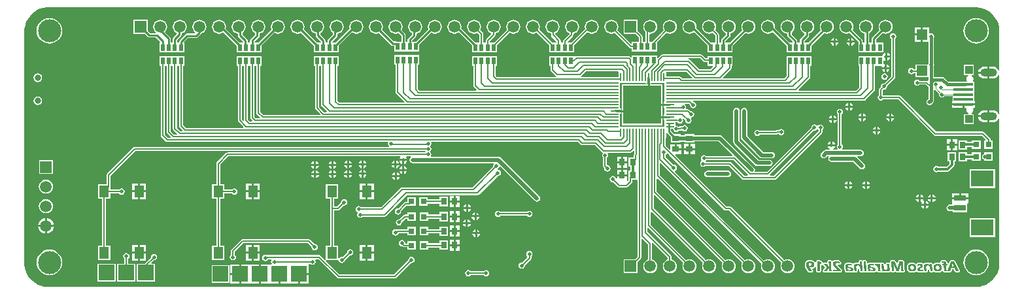
<source format=gbl>
G04*
G04 #@! TF.GenerationSoftware,Altium Limited,Altium Designer,19.0.14 (431)*
G04*
G04 Layer_Physical_Order=2*
G04 Layer_Color=16711680*
%FSLAX44Y44*%
%MOMM*%
G71*
G01*
G75*
%ADD10C,0.2500*%
%ADD12C,0.3000*%
%ADD13C,0.1520*%
%ADD14C,0.2000*%
%ADD16C,0.1270*%
%ADD19R,0.9000X0.8000*%
%ADD20R,0.8000X0.9000*%
%ADD22R,2.0000X2.0000*%
%ADD68C,3.0000*%
%ADD70C,0.5000*%
%ADD71C,0.1250*%
%ADD73C,0.4000*%
%ADD74C,0.1000*%
G04:AMPARAMS|DCode=76|XSize=2.15mm|YSize=1.05mm|CornerRadius=0.525mm|HoleSize=0mm|Usage=FLASHONLY|Rotation=180.000|XOffset=0mm|YOffset=0mm|HoleType=Round|Shape=RoundedRectangle|*
%AMROUNDEDRECTD76*
21,1,2.1500,0.0000,0,0,180.0*
21,1,1.1000,1.0500,0,0,180.0*
1,1,1.0500,-0.5500,0.0000*
1,1,1.0500,0.5500,0.0000*
1,1,1.0500,0.5500,0.0000*
1,1,1.0500,-0.5500,0.0000*
%
%ADD76ROUNDEDRECTD76*%
%ADD77C,1.0000*%
%ADD78C,1.5000*%
%ADD79R,1.5000X1.5000*%
%ADD80R,1.5000X1.5000*%
%ADD81C,0.8001*%
%ADD82C,0.5000*%
%ADD83R,4.9500X4.9500*%
%ADD84R,1.1000X0.2200*%
%ADD85R,0.2200X1.1000*%
%ADD86R,2.5000X0.4000*%
%ADD87R,1.0000X1.0000*%
%ADD88R,0.5300X0.9700*%
%ADD89R,1.3500X1.3500*%
%ADD90R,1.6000X0.8000*%
%ADD91R,3.0000X2.1000*%
%ADD92R,0.8000X0.8000*%
%ADD93R,1.3000X1.5499*%
%ADD94C,0.3500*%
%ADD95C,0.3810*%
%ADD96C,0.0847*%
G36*
X328628Y1245750D02*
X1525372D01*
X1525372Y1245750D01*
X1525372Y1245750D01*
X1527422Y1245748D01*
X1531487Y1245210D01*
X1535447Y1244146D01*
X1539234Y1242574D01*
X1542784Y1240521D01*
X1546035Y1238022D01*
X1548932Y1235121D01*
X1551426Y1231866D01*
X1553473Y1228313D01*
X1555039Y1224524D01*
X1556098Y1220562D01*
X1556630Y1216496D01*
X1556628Y1214446D01*
Y1163993D01*
X1555358Y1163740D01*
X1554825Y1165029D01*
X1553576Y1166656D01*
X1551949Y1167905D01*
X1550054Y1168689D01*
X1548020Y1168957D01*
X1543790D01*
Y1161100D01*
Y1153243D01*
X1548020D01*
X1550054Y1153511D01*
X1551949Y1154296D01*
X1553576Y1155544D01*
X1554825Y1157171D01*
X1555358Y1158460D01*
X1556628Y1158207D01*
Y1107635D01*
X1555358Y1107382D01*
X1554924Y1108429D01*
X1553676Y1110056D01*
X1552049Y1111305D01*
X1550154Y1112089D01*
X1548120Y1112357D01*
X1543890D01*
Y1104500D01*
Y1096643D01*
X1548120D01*
X1550154Y1096910D01*
X1552049Y1097695D01*
X1553676Y1098944D01*
X1554924Y1100571D01*
X1555358Y1101618D01*
X1556628Y1101366D01*
Y914446D01*
X1556628Y914446D01*
X1556628Y912401D01*
X1556094Y908347D01*
X1555036Y904397D01*
X1553471Y900619D01*
X1551426Y897077D01*
X1548937Y893833D01*
X1546045Y890941D01*
X1542801Y888452D01*
X1539259Y886407D01*
X1535481Y884842D01*
X1531531Y883784D01*
X1527477Y883250D01*
X1525432D01*
X325324Y883250D01*
X323278Y883250D01*
X319220Y883784D01*
X315267Y884844D01*
X311486Y886410D01*
X307942Y888456D01*
X304695Y890947D01*
X301801Y893841D01*
X299310Y897088D01*
X297264Y900632D01*
X295698Y904413D01*
X294639Y908366D01*
X294104Y912424D01*
X294104Y914470D01*
X294229Y1217263D01*
X294229Y1217263D01*
X294229Y1217263D01*
X294423Y1219324D01*
X295345Y1223360D01*
X296786Y1227241D01*
X298721Y1230901D01*
X301118Y1234277D01*
X303934Y1237311D01*
X307123Y1239951D01*
X310629Y1242153D01*
X314392Y1243878D01*
X318349Y1245098D01*
X322430Y1245790D01*
X326567Y1245944D01*
X328628Y1245750D01*
D02*
G37*
%LPC*%
G36*
X1454980Y1219790D02*
X1446960D01*
Y1211770D01*
X1454980D01*
Y1219790D01*
D02*
G37*
G36*
X1054100Y1229572D02*
X1051744Y1229262D01*
X1049549Y1228352D01*
X1047664Y1226906D01*
X1046218Y1225021D01*
X1045308Y1222826D01*
X1044998Y1220470D01*
X1045308Y1218114D01*
X1046218Y1215919D01*
X1047664Y1214034D01*
X1049549Y1212588D01*
X1051744Y1211678D01*
X1054100Y1211368D01*
X1056456Y1211678D01*
X1058433Y1212497D01*
X1077750Y1193180D01*
X1078585Y1192622D01*
X1079570Y1192427D01*
X1080826D01*
Y1188376D01*
X1113174D01*
Y1200105D01*
X1125567Y1212497D01*
X1127544Y1211678D01*
X1129900Y1211368D01*
X1132256Y1211678D01*
X1134451Y1212588D01*
X1136336Y1214034D01*
X1137782Y1215919D01*
X1138692Y1218114D01*
X1139002Y1220470D01*
X1138692Y1222826D01*
X1137782Y1225021D01*
X1136336Y1226906D01*
X1134451Y1228352D01*
X1132256Y1229262D01*
X1129900Y1229572D01*
X1127544Y1229262D01*
X1125349Y1228352D01*
X1123464Y1226906D01*
X1122018Y1225021D01*
X1121108Y1222826D01*
X1120798Y1220470D01*
X1121108Y1218114D01*
X1121927Y1216137D01*
X1107180Y1201390D01*
X1107003Y1201124D01*
X1103573D01*
Y1210555D01*
X1104500Y1211368D01*
X1106856Y1211678D01*
X1109051Y1212588D01*
X1110936Y1214034D01*
X1112382Y1215919D01*
X1113292Y1218114D01*
X1113602Y1220470D01*
X1113292Y1222826D01*
X1112382Y1225021D01*
X1110936Y1226906D01*
X1109051Y1228352D01*
X1106856Y1229262D01*
X1104500Y1229572D01*
X1102144Y1229262D01*
X1099949Y1228352D01*
X1098064Y1226906D01*
X1096618Y1225021D01*
X1095708Y1222826D01*
X1095398Y1220470D01*
X1095708Y1218114D01*
X1096618Y1215919D01*
X1098064Y1214034D01*
X1098427Y1213756D01*
Y1201124D01*
X1094574D01*
Y1207570D01*
X1094378Y1208555D01*
X1093820Y1209390D01*
X1088124Y1215085D01*
Y1229494D01*
X1070076D01*
Y1211446D01*
X1084485D01*
X1089426Y1206504D01*
Y1201124D01*
X1080826D01*
Y1199180D01*
X1079556Y1198653D01*
X1062073Y1216137D01*
X1062892Y1218114D01*
X1063202Y1220470D01*
X1062892Y1222826D01*
X1061982Y1225021D01*
X1060536Y1226906D01*
X1058651Y1228352D01*
X1056456Y1229262D01*
X1054100Y1229572D01*
D02*
G37*
G36*
X1365270Y1205886D02*
Y1202270D01*
X1368886D01*
X1368748Y1202967D01*
X1367634Y1204634D01*
X1365966Y1205748D01*
X1365270Y1205886D01*
D02*
G37*
G36*
X1362730D02*
X1362034Y1205748D01*
X1360366Y1204634D01*
X1359252Y1202967D01*
X1359114Y1202270D01*
X1362730D01*
Y1205886D01*
D02*
G37*
G36*
X1344270D02*
Y1202270D01*
X1347886D01*
X1347748Y1202967D01*
X1346634Y1204634D01*
X1344966Y1205748D01*
X1344270Y1205886D01*
D02*
G37*
G36*
X1341730D02*
X1341033Y1205748D01*
X1339366Y1204634D01*
X1338252Y1202967D01*
X1338114Y1202270D01*
X1341730D01*
Y1205886D01*
D02*
G37*
G36*
X825500Y1229572D02*
X823144Y1229262D01*
X820949Y1228352D01*
X819064Y1226906D01*
X817618Y1225021D01*
X816708Y1222826D01*
X816398Y1220470D01*
X816708Y1218114D01*
X817061Y1217261D01*
X801174Y1201374D01*
X796355D01*
X796050Y1202644D01*
X800626Y1207220D01*
X801239Y1208138D01*
X801455Y1209220D01*
Y1211546D01*
X802456Y1211678D01*
X804651Y1212588D01*
X806536Y1214034D01*
X807982Y1215919D01*
X808892Y1218114D01*
X809202Y1220470D01*
X808892Y1222826D01*
X807982Y1225021D01*
X806536Y1226906D01*
X804651Y1228352D01*
X802456Y1229262D01*
X800100Y1229572D01*
X797744Y1229262D01*
X795549Y1228352D01*
X793664Y1226906D01*
X792218Y1225021D01*
X791308Y1222826D01*
X790998Y1220470D01*
X791308Y1218114D01*
X792218Y1215919D01*
X793664Y1214034D01*
X795549Y1212588D01*
X795798Y1212485D01*
Y1210392D01*
X791006Y1205600D01*
X790393Y1204682D01*
X790178Y1203600D01*
Y1201374D01*
X787828D01*
Y1210170D01*
X787828Y1210170D01*
X787613Y1211252D01*
X787000Y1212170D01*
X787000Y1212170D01*
X782778Y1216392D01*
X783492Y1218114D01*
X783802Y1220470D01*
X783492Y1222826D01*
X782582Y1225021D01*
X781136Y1226906D01*
X779251Y1228352D01*
X777056Y1229262D01*
X774700Y1229572D01*
X772344Y1229262D01*
X770149Y1228352D01*
X768264Y1226906D01*
X766818Y1225021D01*
X765908Y1222826D01*
X765598Y1220470D01*
X765908Y1218114D01*
X766818Y1215919D01*
X768264Y1214034D01*
X770149Y1212588D01*
X772344Y1211678D01*
X774700Y1211368D01*
X777056Y1211678D01*
X778778Y1212392D01*
X782172Y1208998D01*
Y1201374D01*
X775873D01*
X775600Y1201428D01*
X772342D01*
X757378Y1216392D01*
X758092Y1218114D01*
X758402Y1220470D01*
X758092Y1222826D01*
X757182Y1225021D01*
X755736Y1226906D01*
X753851Y1228352D01*
X751656Y1229262D01*
X749300Y1229572D01*
X746944Y1229262D01*
X744749Y1228352D01*
X742864Y1226906D01*
X741418Y1225021D01*
X740508Y1222826D01*
X740198Y1220470D01*
X740508Y1218114D01*
X741418Y1215919D01*
X742864Y1214034D01*
X744749Y1212588D01*
X746944Y1211678D01*
X749300Y1211368D01*
X751656Y1211678D01*
X753378Y1212392D01*
X769170Y1196600D01*
X770088Y1195987D01*
X771170Y1195772D01*
X772826D01*
Y1188626D01*
X805174D01*
Y1197374D01*
X820631Y1212831D01*
X820949Y1212588D01*
X823144Y1211678D01*
X825500Y1211368D01*
X827856Y1211678D01*
X830051Y1212588D01*
X831936Y1214034D01*
X833382Y1215919D01*
X834292Y1218114D01*
X834602Y1220470D01*
X834292Y1222826D01*
X833382Y1225021D01*
X831936Y1226906D01*
X830051Y1228352D01*
X827856Y1229262D01*
X825500Y1229572D01*
D02*
G37*
G36*
X1454980Y1209230D02*
X1446960D01*
Y1201210D01*
X1454980D01*
Y1209230D01*
D02*
G37*
G36*
X1409300Y1229572D02*
X1406944Y1229262D01*
X1404749Y1228352D01*
X1402864Y1226906D01*
X1401418Y1225021D01*
X1400508Y1222826D01*
X1400198Y1220470D01*
X1400508Y1218114D01*
X1401222Y1216392D01*
X1392000Y1207170D01*
X1391387Y1206252D01*
X1391172Y1205170D01*
Y1200124D01*
X1387778D01*
Y1212309D01*
X1388451Y1212588D01*
X1390336Y1214034D01*
X1391782Y1215919D01*
X1392692Y1218114D01*
X1393002Y1220470D01*
X1392692Y1222826D01*
X1391782Y1225021D01*
X1390336Y1226906D01*
X1388451Y1228352D01*
X1386256Y1229262D01*
X1383900Y1229572D01*
X1381544Y1229262D01*
X1379349Y1228352D01*
X1377464Y1226906D01*
X1376018Y1225021D01*
X1375108Y1222826D01*
X1374798Y1220470D01*
X1375108Y1218114D01*
X1376018Y1215919D01*
X1377464Y1214034D01*
X1379349Y1212588D01*
X1381544Y1211678D01*
X1382122Y1211602D01*
Y1200124D01*
X1379448D01*
Y1202350D01*
X1379233Y1203432D01*
X1378620Y1204350D01*
X1366578Y1216392D01*
X1367292Y1218114D01*
X1367602Y1220470D01*
X1367292Y1222826D01*
X1366382Y1225021D01*
X1364936Y1226906D01*
X1363051Y1228352D01*
X1360856Y1229262D01*
X1358500Y1229572D01*
X1356144Y1229262D01*
X1353949Y1228352D01*
X1352064Y1226906D01*
X1350618Y1225021D01*
X1349708Y1222826D01*
X1349398Y1220470D01*
X1349708Y1218114D01*
X1350618Y1215919D01*
X1352064Y1214034D01*
X1353949Y1212588D01*
X1356144Y1211678D01*
X1358500Y1211368D01*
X1360856Y1211678D01*
X1362578Y1212392D01*
X1373792Y1201178D01*
Y1195130D01*
X1373826Y1194957D01*
Y1187376D01*
X1406174D01*
Y1200124D01*
X1396828D01*
Y1203998D01*
X1405222Y1212392D01*
X1406944Y1211678D01*
X1409300Y1211368D01*
X1411656Y1211678D01*
X1413851Y1212588D01*
X1415736Y1214034D01*
X1417182Y1215919D01*
X1418092Y1218114D01*
X1418402Y1220470D01*
X1418092Y1222826D01*
X1417182Y1225021D01*
X1415736Y1226906D01*
X1413851Y1228352D01*
X1411656Y1229262D01*
X1409300Y1229572D01*
D02*
G37*
G36*
X1333100D02*
X1330744Y1229262D01*
X1328549Y1228352D01*
X1326664Y1226906D01*
X1325218Y1225021D01*
X1324308Y1222826D01*
X1323998Y1220470D01*
X1324308Y1218114D01*
X1325145Y1216095D01*
X1309174Y1200124D01*
X1303828D01*
Y1201997D01*
X1309051Y1207220D01*
X1309664Y1208138D01*
X1309880Y1209220D01*
Y1211655D01*
X1310056Y1211678D01*
X1312251Y1212588D01*
X1314136Y1214034D01*
X1315582Y1215919D01*
X1316492Y1218114D01*
X1316802Y1220470D01*
X1316492Y1222826D01*
X1315582Y1225021D01*
X1314136Y1226906D01*
X1312251Y1228352D01*
X1310056Y1229262D01*
X1307700Y1229572D01*
X1305344Y1229262D01*
X1303149Y1228352D01*
X1301264Y1226906D01*
X1299818Y1225021D01*
X1298908Y1222826D01*
X1298598Y1220470D01*
X1298908Y1218114D01*
X1299818Y1215919D01*
X1301264Y1214034D01*
X1303149Y1212588D01*
X1304223Y1212143D01*
Y1210391D01*
X1299000Y1205169D01*
X1298387Y1204251D01*
X1298172Y1203169D01*
Y1200124D01*
X1294647D01*
Y1202350D01*
X1294647Y1202350D01*
X1294432Y1203432D01*
X1293819Y1204350D01*
X1293819Y1204350D01*
X1287520Y1210648D01*
Y1213101D01*
X1288736Y1214034D01*
X1290182Y1215919D01*
X1291092Y1218114D01*
X1291402Y1220470D01*
X1291092Y1222826D01*
X1290182Y1225021D01*
X1288736Y1226906D01*
X1286851Y1228352D01*
X1284656Y1229262D01*
X1282300Y1229572D01*
X1279944Y1229262D01*
X1277749Y1228352D01*
X1275864Y1226906D01*
X1274418Y1225021D01*
X1273508Y1222826D01*
X1273198Y1220470D01*
X1273508Y1218114D01*
X1274418Y1215919D01*
X1275864Y1214034D01*
X1277749Y1212588D01*
X1279944Y1211678D01*
X1281863Y1211426D01*
Y1209477D01*
X1282079Y1208395D01*
X1282692Y1207477D01*
X1288775Y1201394D01*
X1288470Y1200124D01*
X1284826D01*
X1265825Y1219125D01*
X1266002Y1220470D01*
X1265692Y1222826D01*
X1264782Y1225021D01*
X1263336Y1226906D01*
X1261451Y1228352D01*
X1259256Y1229262D01*
X1256900Y1229572D01*
X1254544Y1229262D01*
X1252349Y1228352D01*
X1250464Y1226906D01*
X1249018Y1225021D01*
X1248108Y1222826D01*
X1247798Y1220470D01*
X1248108Y1218114D01*
X1249018Y1215919D01*
X1250464Y1214034D01*
X1252349Y1212588D01*
X1254544Y1211678D01*
X1256900Y1211368D01*
X1259256Y1211678D01*
X1261451Y1212588D01*
X1263098Y1213852D01*
X1280826Y1196124D01*
Y1187376D01*
X1313174D01*
Y1196124D01*
X1329319Y1212269D01*
X1330744Y1211678D01*
X1333100Y1211368D01*
X1335456Y1211678D01*
X1337651Y1212588D01*
X1339536Y1214034D01*
X1340982Y1215919D01*
X1341892Y1218114D01*
X1342202Y1220470D01*
X1341892Y1222826D01*
X1340982Y1225021D01*
X1339536Y1226906D01*
X1337651Y1228352D01*
X1335456Y1229262D01*
X1333100Y1229572D01*
D02*
G37*
G36*
X1231500D02*
X1229144Y1229262D01*
X1226949Y1228352D01*
X1225064Y1226906D01*
X1223618Y1225021D01*
X1222708Y1222826D01*
X1222398Y1220470D01*
X1222708Y1218114D01*
X1223428Y1216377D01*
X1207174Y1200124D01*
X1201828D01*
Y1201797D01*
X1207251Y1207220D01*
X1207864Y1208138D01*
X1208080Y1209220D01*
Y1211629D01*
X1208456Y1211678D01*
X1210651Y1212588D01*
X1212536Y1214034D01*
X1213982Y1215919D01*
X1214892Y1218114D01*
X1215202Y1220470D01*
X1214892Y1222826D01*
X1213982Y1225021D01*
X1212536Y1226906D01*
X1210651Y1228352D01*
X1208456Y1229262D01*
X1206100Y1229572D01*
X1203744Y1229262D01*
X1201549Y1228352D01*
X1199664Y1226906D01*
X1198218Y1225021D01*
X1197308Y1222826D01*
X1196998Y1220470D01*
X1197308Y1218114D01*
X1198218Y1215919D01*
X1199664Y1214034D01*
X1201549Y1212588D01*
X1202423Y1212226D01*
Y1210391D01*
X1197000Y1204969D01*
X1196387Y1204051D01*
X1196172Y1202969D01*
Y1200124D01*
X1193574D01*
Y1210170D01*
X1193378Y1211155D01*
X1192820Y1211990D01*
X1188673Y1216137D01*
X1189492Y1218114D01*
X1189802Y1220470D01*
X1189492Y1222826D01*
X1188582Y1225021D01*
X1187136Y1226906D01*
X1185251Y1228352D01*
X1183056Y1229262D01*
X1180700Y1229572D01*
X1178344Y1229262D01*
X1176149Y1228352D01*
X1174264Y1226906D01*
X1172818Y1225021D01*
X1171908Y1222826D01*
X1171598Y1220470D01*
X1171908Y1218114D01*
X1172818Y1215919D01*
X1174264Y1214034D01*
X1176149Y1212588D01*
X1178344Y1211678D01*
X1180700Y1211368D01*
X1183056Y1211678D01*
X1185033Y1212497D01*
X1188427Y1209104D01*
Y1200124D01*
X1182826D01*
X1164178Y1218772D01*
X1164402Y1220470D01*
X1164092Y1222826D01*
X1163182Y1225021D01*
X1161736Y1226906D01*
X1159851Y1228352D01*
X1157656Y1229262D01*
X1155300Y1229572D01*
X1152944Y1229262D01*
X1150749Y1228352D01*
X1148864Y1226906D01*
X1147418Y1225021D01*
X1146508Y1222826D01*
X1146198Y1220470D01*
X1146508Y1218114D01*
X1147418Y1215919D01*
X1148864Y1214034D01*
X1150749Y1212588D01*
X1152944Y1211678D01*
X1155300Y1211368D01*
X1157656Y1211678D01*
X1159851Y1212588D01*
X1161272Y1213678D01*
X1178826Y1196124D01*
Y1187376D01*
X1211174D01*
Y1196124D01*
X1227436Y1212386D01*
X1229144Y1211678D01*
X1231500Y1211368D01*
X1233856Y1211678D01*
X1236051Y1212588D01*
X1237936Y1214034D01*
X1239382Y1215919D01*
X1240292Y1218114D01*
X1240602Y1220470D01*
X1240292Y1222826D01*
X1239382Y1225021D01*
X1237936Y1226906D01*
X1236051Y1228352D01*
X1233856Y1229262D01*
X1231500Y1229572D01*
D02*
G37*
G36*
X1028700Y1229572D02*
X1026344Y1229262D01*
X1024149Y1228352D01*
X1022264Y1226906D01*
X1020818Y1225021D01*
X1019908Y1222826D01*
X1019598Y1220470D01*
X1019908Y1218114D01*
X1020089Y1217678D01*
X1002535Y1200124D01*
X997758D01*
X997232Y1201394D01*
X1003989Y1208150D01*
X1004547Y1208985D01*
X1004742Y1209970D01*
Y1211558D01*
X1005656Y1211678D01*
X1007851Y1212588D01*
X1009736Y1214034D01*
X1011182Y1215919D01*
X1012092Y1218114D01*
X1012402Y1220470D01*
X1012092Y1222826D01*
X1011182Y1225021D01*
X1009736Y1226906D01*
X1007851Y1228352D01*
X1005656Y1229262D01*
X1003300Y1229572D01*
X1000944Y1229262D01*
X998749Y1228352D01*
X996864Y1226906D01*
X995418Y1225021D01*
X994508Y1222826D01*
X994198Y1220470D01*
X994508Y1218114D01*
X995418Y1215919D01*
X996864Y1214034D01*
X998749Y1212588D01*
X999595Y1212237D01*
Y1211036D01*
X992180Y1203621D01*
X991622Y1202786D01*
X991426Y1201801D01*
Y1200124D01*
X988574D01*
Y1202401D01*
X988378Y1203386D01*
X987820Y1204221D01*
X981225Y1210815D01*
X981388Y1212147D01*
X982451Y1212588D01*
X984336Y1214034D01*
X985782Y1215919D01*
X986692Y1218114D01*
X987002Y1220470D01*
X986692Y1222826D01*
X985782Y1225021D01*
X984336Y1226906D01*
X982451Y1228352D01*
X980256Y1229262D01*
X977900Y1229572D01*
X975544Y1229262D01*
X973349Y1228352D01*
X971464Y1226906D01*
X970018Y1225021D01*
X969108Y1222826D01*
X968798Y1220470D01*
X969108Y1218114D01*
X970018Y1215919D01*
X971464Y1214034D01*
X973349Y1212588D01*
X975544Y1211678D01*
X975858Y1211637D01*
Y1209970D01*
X976053Y1208985D01*
X976611Y1208150D01*
X983368Y1201394D01*
X983284Y1200124D01*
X977465D01*
X960760Y1216830D01*
X961292Y1218114D01*
X961602Y1220470D01*
X961292Y1222826D01*
X960382Y1225021D01*
X958936Y1226906D01*
X957051Y1228352D01*
X954856Y1229262D01*
X952500Y1229572D01*
X950144Y1229262D01*
X947949Y1228352D01*
X946064Y1226906D01*
X944618Y1225021D01*
X943708Y1222826D01*
X943398Y1220470D01*
X943708Y1218114D01*
X944618Y1215919D01*
X946064Y1214034D01*
X947949Y1212588D01*
X950144Y1211678D01*
X952500Y1211368D01*
X954856Y1211678D01*
X957051Y1212588D01*
X957431Y1212879D01*
X973826Y1196485D01*
Y1187376D01*
X1006174D01*
Y1196485D01*
X1023090Y1213400D01*
X1024149Y1212588D01*
X1026344Y1211678D01*
X1028700Y1211368D01*
X1031056Y1211678D01*
X1033251Y1212588D01*
X1035136Y1214034D01*
X1036582Y1215919D01*
X1037492Y1218114D01*
X1037802Y1220470D01*
X1037492Y1222826D01*
X1036582Y1225021D01*
X1035136Y1226906D01*
X1033251Y1228352D01*
X1031056Y1229262D01*
X1028700Y1229572D01*
D02*
G37*
G36*
X927100D02*
X924744Y1229262D01*
X922549Y1228352D01*
X920664Y1226906D01*
X919218Y1225021D01*
X918308Y1222826D01*
X917998Y1220470D01*
X918308Y1218114D01*
X918958Y1216547D01*
X902535Y1200124D01*
X896573D01*
Y1201535D01*
X903189Y1208150D01*
X903746Y1208985D01*
X903942Y1209970D01*
Y1211663D01*
X904056Y1211678D01*
X906251Y1212588D01*
X908136Y1214034D01*
X909582Y1215919D01*
X910492Y1218114D01*
X910802Y1220470D01*
X910492Y1222826D01*
X909582Y1225021D01*
X908136Y1226906D01*
X906251Y1228352D01*
X904056Y1229262D01*
X901700Y1229572D01*
X899344Y1229262D01*
X897149Y1228352D01*
X895264Y1226906D01*
X893818Y1225021D01*
X892908Y1222826D01*
X892598Y1220470D01*
X892908Y1218114D01*
X893818Y1215919D01*
X895264Y1214034D01*
X897149Y1212588D01*
X898312Y1212106D01*
X898492Y1210732D01*
X892180Y1204421D01*
X891622Y1203586D01*
X891426Y1202601D01*
Y1200124D01*
X888574D01*
Y1210770D01*
X888378Y1211755D01*
X887820Y1212590D01*
X884273Y1216137D01*
X885092Y1218114D01*
X885402Y1220470D01*
X885092Y1222826D01*
X884182Y1225021D01*
X882736Y1226906D01*
X880851Y1228352D01*
X878656Y1229262D01*
X876300Y1229572D01*
X873944Y1229262D01*
X871749Y1228352D01*
X869864Y1226906D01*
X868418Y1225021D01*
X867508Y1222826D01*
X867198Y1220470D01*
X867508Y1218114D01*
X868418Y1215919D01*
X869864Y1214034D01*
X871749Y1212588D01*
X873944Y1211678D01*
X876300Y1211368D01*
X878656Y1211678D01*
X880633Y1212497D01*
X883427Y1209704D01*
Y1200124D01*
X877826D01*
X859708Y1218241D01*
X860002Y1220470D01*
X859692Y1222826D01*
X858782Y1225021D01*
X857336Y1226906D01*
X855451Y1228352D01*
X853256Y1229262D01*
X850900Y1229572D01*
X848544Y1229262D01*
X846349Y1228352D01*
X844464Y1226906D01*
X843018Y1225021D01*
X842108Y1222826D01*
X841798Y1220470D01*
X842108Y1218114D01*
X843018Y1215919D01*
X844464Y1214034D01*
X846349Y1212588D01*
X848544Y1211678D01*
X850900Y1211368D01*
X853256Y1211678D01*
X855451Y1212588D01*
X856533Y1213418D01*
X873826Y1196124D01*
Y1187376D01*
X906174D01*
Y1196485D01*
X922395Y1212706D01*
X922549Y1212588D01*
X924744Y1211678D01*
X927100Y1211368D01*
X929456Y1211678D01*
X931651Y1212588D01*
X933536Y1214034D01*
X934982Y1215919D01*
X935892Y1218114D01*
X936202Y1220470D01*
X935892Y1222826D01*
X934982Y1225021D01*
X933536Y1226906D01*
X931651Y1228352D01*
X929456Y1229262D01*
X927100Y1229572D01*
D02*
G37*
G36*
X723900D02*
X721544Y1229262D01*
X719349Y1228352D01*
X717464Y1226906D01*
X716018Y1225021D01*
X715108Y1222826D01*
X714798Y1220470D01*
X715108Y1218114D01*
X715125Y1218075D01*
X697174Y1200124D01*
X692930D01*
X692625Y1201394D01*
X698451Y1207220D01*
X699064Y1208138D01*
X699280Y1209220D01*
Y1211471D01*
X700856Y1211678D01*
X703051Y1212588D01*
X704936Y1214034D01*
X706382Y1215919D01*
X707292Y1218114D01*
X707602Y1220470D01*
X707292Y1222826D01*
X706382Y1225021D01*
X704936Y1226906D01*
X703051Y1228352D01*
X700856Y1229262D01*
X698500Y1229572D01*
X696144Y1229262D01*
X693949Y1228352D01*
X692064Y1226906D01*
X690618Y1225021D01*
X689708Y1222826D01*
X689398Y1220470D01*
X689708Y1218114D01*
X690618Y1215919D01*
X692064Y1214034D01*
X693623Y1212838D01*
Y1210392D01*
X687581Y1204350D01*
X686968Y1203432D01*
X686753Y1202350D01*
Y1200124D01*
X683828D01*
Y1202569D01*
X683613Y1203651D01*
X683000Y1204569D01*
X683000Y1204569D01*
X677177Y1210392D01*
Y1212391D01*
X677651Y1212588D01*
X679536Y1214034D01*
X680982Y1215919D01*
X681892Y1218114D01*
X682202Y1220470D01*
X681892Y1222826D01*
X680982Y1225021D01*
X679536Y1226906D01*
X677651Y1228352D01*
X675456Y1229262D01*
X673100Y1229572D01*
X670744Y1229262D01*
X668549Y1228352D01*
X666664Y1226906D01*
X665218Y1225021D01*
X664308Y1222826D01*
X663998Y1220470D01*
X664308Y1218114D01*
X665218Y1215919D01*
X666664Y1214034D01*
X668549Y1212588D01*
X670744Y1211678D01*
X671520Y1211576D01*
Y1209220D01*
X671736Y1208138D01*
X672349Y1207220D01*
X678172Y1201397D01*
Y1200124D01*
X672826D01*
X656007Y1216943D01*
X656492Y1218114D01*
X656802Y1220470D01*
X656492Y1222826D01*
X655582Y1225021D01*
X654136Y1226906D01*
X652251Y1228352D01*
X650056Y1229262D01*
X647700Y1229572D01*
X645344Y1229262D01*
X643149Y1228352D01*
X641264Y1226906D01*
X639818Y1225021D01*
X638908Y1222826D01*
X638598Y1220470D01*
X638908Y1218114D01*
X639818Y1215919D01*
X641264Y1214034D01*
X643149Y1212588D01*
X645344Y1211678D01*
X647700Y1211368D01*
X650056Y1211678D01*
X652251Y1212588D01*
X652314Y1212636D01*
X668826Y1196124D01*
Y1187376D01*
X701174D01*
Y1196124D01*
X718381Y1213331D01*
X719349Y1212588D01*
X721544Y1211678D01*
X723900Y1211368D01*
X726256Y1211678D01*
X728451Y1212588D01*
X730336Y1214034D01*
X731782Y1215919D01*
X732692Y1218114D01*
X733002Y1220470D01*
X732692Y1222826D01*
X731782Y1225021D01*
X730336Y1226906D01*
X728451Y1228352D01*
X726256Y1229262D01*
X723900Y1229572D01*
D02*
G37*
G36*
X622300D02*
X619944Y1229262D01*
X617749Y1228352D01*
X615864Y1226906D01*
X614418Y1225021D01*
X613508Y1222826D01*
X613198Y1220470D01*
X613508Y1218114D01*
X613993Y1216943D01*
X597174Y1200124D01*
X591828D01*
Y1201397D01*
X597651Y1207220D01*
X598264Y1208138D01*
X598480Y1209220D01*
Y1211576D01*
X599256Y1211678D01*
X601451Y1212588D01*
X603336Y1214034D01*
X604782Y1215919D01*
X605692Y1218114D01*
X606002Y1220470D01*
X605692Y1222826D01*
X604782Y1225021D01*
X603336Y1226906D01*
X601451Y1228352D01*
X599256Y1229262D01*
X596900Y1229572D01*
X594544Y1229262D01*
X592349Y1228352D01*
X590464Y1226906D01*
X589018Y1225021D01*
X588108Y1222826D01*
X587798Y1220470D01*
X588108Y1218114D01*
X589018Y1215919D01*
X590464Y1214034D01*
X592349Y1212588D01*
X592823Y1212391D01*
Y1210392D01*
X587000Y1204569D01*
X586387Y1203651D01*
X586172Y1202569D01*
Y1200124D01*
X583247D01*
Y1202350D01*
X583032Y1203432D01*
X582419Y1204350D01*
X576377Y1210392D01*
Y1212838D01*
X577936Y1214034D01*
X579382Y1215919D01*
X580292Y1218114D01*
X580602Y1220470D01*
X580292Y1222826D01*
X579382Y1225021D01*
X577936Y1226906D01*
X576051Y1228352D01*
X573856Y1229262D01*
X571500Y1229572D01*
X569144Y1229262D01*
X566949Y1228352D01*
X565064Y1226906D01*
X563618Y1225021D01*
X562708Y1222826D01*
X562398Y1220470D01*
X562708Y1218114D01*
X563618Y1215919D01*
X565064Y1214034D01*
X566949Y1212588D01*
X569144Y1211678D01*
X570720Y1211471D01*
Y1209220D01*
X570936Y1208138D01*
X571549Y1207220D01*
X577375Y1201394D01*
X577070Y1200124D01*
X572826D01*
X554875Y1218075D01*
X554892Y1218114D01*
X555202Y1220470D01*
X554892Y1222826D01*
X553982Y1225021D01*
X552536Y1226906D01*
X550651Y1228352D01*
X548456Y1229262D01*
X546100Y1229572D01*
X543744Y1229262D01*
X541549Y1228352D01*
X539664Y1226906D01*
X538218Y1225021D01*
X537308Y1222826D01*
X536998Y1220470D01*
X537308Y1218114D01*
X538218Y1215919D01*
X539664Y1214034D01*
X541549Y1212588D01*
X543744Y1211678D01*
X546100Y1211368D01*
X548456Y1211678D01*
X550651Y1212588D01*
X551619Y1213331D01*
X568826Y1196124D01*
Y1187376D01*
X601174D01*
Y1196124D01*
X617686Y1212636D01*
X617749Y1212588D01*
X619944Y1211678D01*
X622300Y1211368D01*
X624656Y1211678D01*
X626851Y1212588D01*
X628736Y1214034D01*
X630182Y1215919D01*
X631092Y1218114D01*
X631402Y1220470D01*
X631092Y1222826D01*
X630182Y1225021D01*
X628736Y1226906D01*
X626851Y1228352D01*
X624656Y1229262D01*
X622300Y1229572D01*
D02*
G37*
G36*
X520700D02*
X518344Y1229262D01*
X516149Y1228352D01*
X514264Y1226906D01*
X512818Y1225021D01*
X511908Y1222826D01*
X511598Y1220470D01*
X511908Y1218114D01*
X512818Y1215919D01*
X514264Y1214034D01*
X514509Y1213846D01*
X514687Y1212163D01*
X514405Y1211828D01*
X505000D01*
X503918Y1211613D01*
X503000Y1211000D01*
X495000Y1203000D01*
X494387Y1202082D01*
X494172Y1201000D01*
Y1200124D01*
X491828D01*
Y1203198D01*
X496851Y1208221D01*
X497464Y1209139D01*
X497680Y1210221D01*
X497680Y1210221D01*
Y1211688D01*
X499851Y1212588D01*
X501736Y1214034D01*
X503182Y1215919D01*
X504092Y1218114D01*
X504402Y1220470D01*
X504092Y1222826D01*
X503182Y1225021D01*
X501736Y1226906D01*
X499851Y1228352D01*
X497656Y1229262D01*
X495300Y1229572D01*
X492944Y1229262D01*
X490749Y1228352D01*
X488864Y1226906D01*
X487418Y1225021D01*
X486508Y1222826D01*
X486198Y1220470D01*
X486508Y1218114D01*
X487418Y1215919D01*
X488864Y1214034D01*
X490749Y1212588D01*
X491295Y1212361D01*
X491523Y1210892D01*
X487000Y1206370D01*
X486387Y1205452D01*
X486172Y1204370D01*
Y1200124D01*
X483828D01*
Y1205000D01*
X483828Y1205000D01*
X483613Y1206082D01*
X483000Y1207000D01*
X476313Y1213687D01*
X476336Y1214034D01*
X477782Y1215919D01*
X478692Y1218114D01*
X479002Y1220470D01*
X478692Y1222826D01*
X477782Y1225021D01*
X476336Y1226906D01*
X474451Y1228352D01*
X472256Y1229262D01*
X469900Y1229572D01*
X467544Y1229262D01*
X465349Y1228352D01*
X463464Y1226906D01*
X462018Y1225021D01*
X461108Y1222826D01*
X460798Y1220470D01*
X461108Y1218114D01*
X462018Y1215919D01*
X463464Y1214034D01*
X464201Y1213468D01*
X463770Y1212198D01*
X456772D01*
X453524Y1215446D01*
Y1229494D01*
X435476D01*
Y1211446D01*
X449524D01*
X453600Y1207370D01*
X454518Y1206757D01*
X455600Y1206542D01*
X455600Y1206542D01*
X464459D01*
X469606Y1201394D01*
X469080Y1200124D01*
X468826D01*
Y1187376D01*
X501174D01*
Y1200124D01*
X501174D01*
X500866Y1200866D01*
X506172Y1206172D01*
X516500D01*
X517582Y1206387D01*
X518500Y1207000D01*
X522700Y1211200D01*
X523016Y1211673D01*
X523056Y1211678D01*
X525251Y1212588D01*
X527136Y1214034D01*
X528582Y1215919D01*
X529492Y1218114D01*
X529802Y1220470D01*
X529492Y1222826D01*
X528582Y1225021D01*
X527136Y1226906D01*
X525251Y1228352D01*
X523056Y1229262D01*
X520700Y1229572D01*
D02*
G37*
G36*
X1526500Y1231824D02*
X1523261Y1231505D01*
X1520146Y1230560D01*
X1517275Y1229026D01*
X1514759Y1226961D01*
X1512694Y1224445D01*
X1511160Y1221574D01*
X1510215Y1218459D01*
X1509896Y1215220D01*
X1510215Y1211981D01*
X1511160Y1208866D01*
X1512694Y1205995D01*
X1514759Y1203479D01*
X1517275Y1201414D01*
X1520146Y1199880D01*
X1523261Y1198935D01*
X1526500Y1198616D01*
X1529739Y1198935D01*
X1532854Y1199880D01*
X1535725Y1201414D01*
X1538241Y1203479D01*
X1540306Y1205995D01*
X1541840Y1208866D01*
X1542785Y1211981D01*
X1543104Y1215220D01*
X1542785Y1218459D01*
X1541840Y1221574D01*
X1540306Y1224445D01*
X1538241Y1226961D01*
X1535725Y1229026D01*
X1532854Y1230560D01*
X1529739Y1231505D01*
X1526500Y1231824D01*
D02*
G37*
G36*
X326500D02*
X323261Y1231505D01*
X320146Y1230560D01*
X317275Y1229026D01*
X314759Y1226961D01*
X312694Y1224445D01*
X311160Y1221574D01*
X310215Y1218459D01*
X309896Y1215220D01*
X310215Y1211981D01*
X311160Y1208866D01*
X312694Y1205995D01*
X314759Y1203479D01*
X317275Y1201414D01*
X320146Y1199880D01*
X323261Y1198935D01*
X326500Y1198616D01*
X329739Y1198935D01*
X332854Y1199880D01*
X335725Y1201414D01*
X338241Y1203479D01*
X340306Y1205995D01*
X341840Y1208866D01*
X342785Y1211981D01*
X343104Y1215220D01*
X342785Y1218459D01*
X341840Y1221574D01*
X340306Y1224445D01*
X338241Y1226961D01*
X335725Y1229026D01*
X332854Y1230560D01*
X329739Y1231505D01*
X326500Y1231824D01*
D02*
G37*
G36*
X1368886Y1199730D02*
X1365270D01*
Y1196114D01*
X1365966Y1196252D01*
X1367634Y1197366D01*
X1368748Y1199034D01*
X1368886Y1199730D01*
D02*
G37*
G36*
X1362730D02*
X1359114D01*
X1359252Y1199034D01*
X1360366Y1197366D01*
X1362034Y1196252D01*
X1362730Y1196114D01*
Y1199730D01*
D02*
G37*
G36*
X1347886D02*
X1344270D01*
Y1196114D01*
X1344966Y1196252D01*
X1346634Y1197366D01*
X1347748Y1199034D01*
X1347886Y1199730D01*
D02*
G37*
G36*
X1341730D02*
X1338114D01*
X1338252Y1199034D01*
X1339366Y1197366D01*
X1341033Y1196252D01*
X1341730Y1196114D01*
Y1199730D01*
D02*
G37*
G36*
X1411270Y1186580D02*
Y1182964D01*
X1414886D01*
X1414748Y1183661D01*
X1413634Y1185328D01*
X1411967Y1186442D01*
X1411270Y1186580D01*
D02*
G37*
G36*
X1414886Y1180424D02*
X1411270D01*
Y1176808D01*
X1411967Y1176947D01*
X1413634Y1178061D01*
X1414748Y1179728D01*
X1414886Y1180424D01*
D02*
G37*
G36*
X1410570Y1171886D02*
Y1168270D01*
X1414186D01*
X1414048Y1168967D01*
X1412934Y1170634D01*
X1411266Y1171748D01*
X1410570Y1171886D01*
D02*
G37*
G36*
X1465540Y1219790D02*
X1457520D01*
Y1210500D01*
X1456250D01*
D01*
X1457520D01*
Y1201210D01*
X1464404D01*
Y1172866D01*
X1464207Y1172570D01*
X1464048Y1171774D01*
X1447976D01*
Y1165574D01*
X1445620D01*
X1445401Y1165901D01*
X1444070Y1166790D01*
X1442500Y1167103D01*
X1440930Y1166790D01*
X1439599Y1165901D01*
X1438710Y1164570D01*
X1438397Y1163000D01*
X1438710Y1161430D01*
X1439599Y1160099D01*
X1440930Y1159210D01*
X1442500Y1158897D01*
X1444070Y1159210D01*
X1445401Y1160099D01*
X1445620Y1160427D01*
X1447976D01*
Y1155226D01*
X1464383D01*
Y1150657D01*
X1463113Y1150003D01*
X1462891Y1150152D01*
X1462000Y1150329D01*
X1453284D01*
X1452901Y1150901D01*
X1451570Y1151790D01*
X1450000Y1152103D01*
X1448430Y1151790D01*
X1447099Y1150901D01*
X1446210Y1149570D01*
X1445897Y1148000D01*
X1446210Y1146430D01*
X1447099Y1145099D01*
X1448430Y1144210D01*
X1450000Y1143897D01*
X1451570Y1144210D01*
X1452901Y1145099D01*
X1453284Y1145671D01*
X1461035D01*
X1464404Y1142303D01*
Y1126773D01*
X1463099Y1125901D01*
X1462209Y1124570D01*
X1461897Y1123000D01*
X1462209Y1121430D01*
X1463099Y1120099D01*
X1464430Y1119210D01*
X1466000Y1118897D01*
X1467570Y1119210D01*
X1468901Y1120099D01*
X1469790Y1121430D01*
X1469860Y1121778D01*
X1470538Y1122456D01*
X1471317Y1123622D01*
X1471590Y1124997D01*
Y1138379D01*
X1472860Y1138905D01*
X1478140Y1133626D01*
X1477973Y1132788D01*
X1478286Y1131218D01*
X1479175Y1129887D01*
X1480506Y1128997D01*
X1482076Y1128685D01*
X1483646Y1128997D01*
X1484977Y1129887D01*
X1485460Y1130609D01*
X1495996D01*
Y1124340D01*
X1494980D01*
Y1121070D01*
X1510020D01*
X1525060D01*
Y1124340D01*
X1524044D01*
Y1135776D01*
Y1142276D01*
Y1149324D01*
X1523066D01*
X1522387Y1150594D01*
X1522681Y1151035D01*
X1523033Y1152800D01*
X1522681Y1154565D01*
X1521682Y1156062D01*
X1520418Y1156906D01*
X1520579Y1158049D01*
X1520629Y1158176D01*
X1523544D01*
Y1171224D01*
X1510496D01*
Y1158176D01*
X1516211D01*
X1516261Y1158049D01*
X1516422Y1156906D01*
X1515158Y1156062D01*
X1514158Y1154565D01*
X1513807Y1152800D01*
X1514158Y1151035D01*
X1514453Y1150594D01*
X1513774Y1149324D01*
X1495996D01*
Y1149218D01*
X1490439D01*
X1485093Y1154565D01*
X1483927Y1155343D01*
X1482552Y1155617D01*
X1471569D01*
Y1169103D01*
X1471788Y1169430D01*
X1472100Y1171000D01*
X1471788Y1172570D01*
X1471590Y1172866D01*
Y1206132D01*
X1471788Y1206428D01*
X1472100Y1207998D01*
X1471788Y1209568D01*
X1470898Y1210899D01*
X1469567Y1211788D01*
X1467997Y1212100D01*
X1466810Y1211864D01*
X1465540Y1212607D01*
Y1219790D01*
D02*
G37*
G36*
X1541250Y1168957D02*
X1537020D01*
X1534986Y1168689D01*
X1533091Y1167905D01*
X1531464Y1166656D01*
X1530215Y1165029D01*
X1529431Y1163134D01*
X1529330Y1162370D01*
X1541250D01*
Y1168957D01*
D02*
G37*
G36*
X1414186Y1165730D02*
X1410570D01*
Y1162114D01*
X1411266Y1162252D01*
X1412934Y1163366D01*
X1414048Y1165033D01*
X1414186Y1165730D01*
D02*
G37*
G36*
X1408030D02*
X1404414D01*
X1404552Y1165033D01*
X1405666Y1163366D01*
X1407334Y1162252D01*
X1408030Y1162114D01*
Y1165730D01*
D02*
G37*
G36*
X1541250Y1159830D02*
X1529330D01*
X1529431Y1159066D01*
X1530215Y1157171D01*
X1531464Y1155544D01*
X1533091Y1154296D01*
X1534986Y1153511D01*
X1537020Y1153243D01*
X1541250D01*
Y1159830D01*
D02*
G37*
G36*
X1408000Y1160103D02*
X1406430Y1159790D01*
X1405099Y1158901D01*
X1404209Y1157570D01*
X1403897Y1156000D01*
X1404209Y1154430D01*
X1405099Y1153099D01*
X1406430Y1152209D01*
X1408000Y1151897D01*
X1409570Y1152209D01*
X1410901Y1153099D01*
X1411790Y1154430D01*
X1412103Y1156000D01*
X1411790Y1157570D01*
X1410901Y1158901D01*
X1409570Y1159790D01*
X1408000Y1160103D01*
D02*
G37*
G36*
X311500Y1160134D02*
X309345Y1159705D01*
X307517Y1158484D01*
X306296Y1156657D01*
X305867Y1154501D01*
X306296Y1152346D01*
X307517Y1150518D01*
X309345Y1149297D01*
X311500Y1148868D01*
X313656Y1149297D01*
X315483Y1150518D01*
X316704Y1152346D01*
X317133Y1154501D01*
X316704Y1156657D01*
X315483Y1158484D01*
X313656Y1159705D01*
X311500Y1160134D01*
D02*
G37*
G36*
X1419000Y1212103D02*
X1417430Y1211790D01*
X1416099Y1210901D01*
X1415210Y1209570D01*
X1414897Y1208000D01*
X1415210Y1206430D01*
X1416099Y1205099D01*
X1416427Y1204880D01*
Y1156066D01*
X1407386Y1147026D01*
X1407000Y1147103D01*
X1405430Y1146790D01*
X1404099Y1145901D01*
X1403210Y1144570D01*
X1402897Y1143000D01*
X1402978Y1142593D01*
X1401304Y1140918D01*
X1400746Y1140083D01*
X1400550Y1139099D01*
Y1132202D01*
X1400099Y1131901D01*
X1399209Y1130570D01*
X1398897Y1129000D01*
X1399209Y1127430D01*
X1400099Y1126099D01*
X1401430Y1125210D01*
X1403000Y1124897D01*
X1404570Y1125210D01*
X1405901Y1126099D01*
X1406120Y1126427D01*
X1425445D01*
X1471692Y1080180D01*
X1472527Y1079622D01*
X1473511Y1079426D01*
X1533934D01*
X1538663Y1074697D01*
X1538177Y1073524D01*
X1537096D01*
Y1062476D01*
X1548144D01*
Y1073524D01*
X1545573D01*
Y1074000D01*
X1545378Y1074985D01*
X1544820Y1075820D01*
X1536820Y1083820D01*
X1535985Y1084378D01*
X1535000Y1084573D01*
X1474577D01*
X1428331Y1130820D01*
X1427496Y1131378D01*
X1426511Y1131573D01*
X1406120D01*
X1405901Y1131901D01*
X1405697Y1132038D01*
Y1138033D01*
X1406634Y1138970D01*
X1407000Y1138897D01*
X1408570Y1139210D01*
X1409901Y1140099D01*
X1410791Y1141430D01*
X1411103Y1143000D01*
X1411026Y1143387D01*
X1420820Y1153180D01*
X1421378Y1154015D01*
X1421573Y1155000D01*
Y1204880D01*
X1421901Y1205099D01*
X1422791Y1206430D01*
X1423103Y1208000D01*
X1422791Y1209570D01*
X1421901Y1210901D01*
X1420570Y1211790D01*
X1419000Y1212103D01*
D02*
G37*
G36*
X1408730Y1186580D02*
X1408033Y1186442D01*
X1406366Y1185328D01*
X1405252Y1183661D01*
X1405046Y1182624D01*
X1373826D01*
Y1169876D01*
X1375190D01*
Y1142066D01*
X1370997Y1137873D01*
X1297172D01*
X1296686Y1139047D01*
X1310820Y1153180D01*
X1311378Y1154015D01*
X1311573Y1155000D01*
Y1169876D01*
X1313174D01*
Y1182624D01*
X1280826D01*
Y1169876D01*
X1281427D01*
Y1157066D01*
X1277934Y1153574D01*
X1198872D01*
X1198386Y1154747D01*
X1208820Y1165180D01*
X1209378Y1166015D01*
X1209574Y1167000D01*
Y1169876D01*
X1211174D01*
Y1182624D01*
X1178826D01*
Y1179923D01*
X1176066D01*
X1172170Y1183820D01*
X1171335Y1184378D01*
X1170350Y1184573D01*
X1120226D01*
X1119241Y1184378D01*
X1118406Y1183820D01*
X1114444Y1179857D01*
X1113174Y1180383D01*
Y1183624D01*
X1080826D01*
Y1181609D01*
X1079556Y1181083D01*
X1078820Y1181820D01*
X1077985Y1182378D01*
X1077000Y1182573D01*
X1009000D01*
X1008015Y1182378D01*
X1007444Y1181996D01*
X1006174Y1182426D01*
Y1182624D01*
X973826D01*
Y1169876D01*
X975426D01*
Y1164500D01*
X975622Y1163515D01*
X976180Y1162680D01*
X981961Y1156900D01*
X982302Y1156672D01*
X981917Y1155402D01*
X906237D01*
X904574Y1157066D01*
Y1169876D01*
X906174D01*
Y1182624D01*
X873826D01*
Y1169876D01*
X875426D01*
Y1144250D01*
X875622Y1143265D01*
X876180Y1142430D01*
X879564Y1139047D01*
X879078Y1137873D01*
X805766D01*
X803573Y1140066D01*
Y1171126D01*
X805174D01*
Y1183874D01*
X772826D01*
Y1171126D01*
X774426D01*
Y1136000D01*
X774622Y1135015D01*
X775180Y1134180D01*
X786314Y1123047D01*
X785828Y1121873D01*
X701766D01*
X699574Y1124066D01*
Y1169876D01*
X701174D01*
Y1182624D01*
X668826D01*
Y1169876D01*
X670426D01*
Y1115300D01*
X670622Y1114315D01*
X671180Y1113480D01*
X677614Y1107047D01*
X677128Y1105873D01*
X603566D01*
X599574Y1109866D01*
Y1169876D01*
X601174D01*
Y1182624D01*
X568826D01*
Y1169876D01*
X570426D01*
Y1099214D01*
X570622Y1098230D01*
X571180Y1097395D01*
X577828Y1090747D01*
X577342Y1089574D01*
X503066D01*
X499573Y1093066D01*
Y1169876D01*
X501174D01*
Y1182624D01*
X468826D01*
Y1169876D01*
X470426D01*
Y1080000D01*
X470622Y1079015D01*
X471180Y1078180D01*
X477156Y1072204D01*
X477991Y1071646D01*
X478976Y1071451D01*
X764387D01*
X765132Y1070181D01*
X764897Y1069000D01*
X765210Y1067430D01*
X766099Y1066099D01*
X766481Y1065844D01*
X766096Y1064574D01*
X436536D01*
X435551Y1064378D01*
X434716Y1063820D01*
X401181Y1030284D01*
X400623Y1029449D01*
X400427Y1028464D01*
Y1016574D01*
X389477D01*
Y998027D01*
X394927D01*
Y937073D01*
X389477D01*
Y918525D01*
X405524D01*
Y937073D01*
X400074D01*
Y998027D01*
X405524D01*
Y1004426D01*
X416880D01*
X417099Y1004099D01*
X418430Y1003210D01*
X420000Y1002897D01*
X421570Y1003210D01*
X422901Y1004099D01*
X423791Y1005430D01*
X424103Y1007000D01*
X423791Y1008570D01*
X422901Y1009901D01*
X421570Y1010790D01*
X420000Y1011103D01*
X418430Y1010790D01*
X417099Y1009901D01*
X416880Y1009573D01*
X405524D01*
Y1012552D01*
X405574Y1012801D01*
Y1027399D01*
X437602Y1059427D01*
X812882D01*
X813468Y1058157D01*
X812970Y1057573D01*
X812965Y1057571D01*
X557002D01*
X556017Y1057375D01*
X555182Y1056818D01*
X543181Y1044816D01*
X542623Y1043981D01*
X542427Y1042997D01*
Y1016574D01*
X536977D01*
Y998027D01*
X542427D01*
Y937073D01*
X536977D01*
Y918525D01*
X553024D01*
Y937073D01*
X547574D01*
Y998027D01*
X553024D01*
Y1004426D01*
X562880D01*
X563099Y1004099D01*
X564430Y1003210D01*
X566000Y1002897D01*
X567570Y1003210D01*
X568901Y1004099D01*
X569790Y1005430D01*
X570103Y1007000D01*
X569790Y1008570D01*
X568901Y1009901D01*
X567570Y1010790D01*
X566000Y1011103D01*
X564430Y1010790D01*
X563099Y1009901D01*
X562880Y1009573D01*
X553024D01*
Y1016574D01*
X547574D01*
Y1041930D01*
X558068Y1052424D01*
X780307D01*
X780750Y1051154D01*
X779822Y1049766D01*
X779684Y1049070D01*
X789456D01*
X789318Y1049766D01*
X788390Y1051154D01*
X788833Y1052424D01*
X794093D01*
X794478Y1051154D01*
X794099Y1050901D01*
X793210Y1049570D01*
X792897Y1048000D01*
X793210Y1046430D01*
X794099Y1045099D01*
X795430Y1044210D01*
X797000Y1043897D01*
X901525D01*
X901756Y1043589D01*
X902087Y1042627D01*
X901381Y1041570D01*
X901069Y1040000D01*
X901146Y1039613D01*
X874106Y1012573D01*
X783000D01*
X782015Y1012378D01*
X781180Y1011820D01*
X755934Y986573D01*
X730120D01*
X729901Y986901D01*
X728570Y987791D01*
X727000Y988103D01*
X725430Y987791D01*
X724099Y986901D01*
X723210Y985570D01*
X722897Y984000D01*
X723210Y982430D01*
X724099Y981099D01*
X725430Y980210D01*
X725438Y978913D01*
X725208Y978568D01*
X724896Y976998D01*
X725208Y975428D01*
X726097Y974097D01*
X727429Y973207D01*
X728998Y972895D01*
X730569Y973207D01*
X731900Y974097D01*
X732119Y974425D01*
X759998D01*
X760983Y974621D01*
X761818Y975178D01*
X789066Y1002427D01*
X881000D01*
X881985Y1002622D01*
X882820Y1003180D01*
X906613Y1026974D01*
X907000Y1026897D01*
X908570Y1027209D01*
X909901Y1028099D01*
X910790Y1029430D01*
X911103Y1031000D01*
X910790Y1032570D01*
X909901Y1033901D01*
X908570Y1034790D01*
X907152Y1035073D01*
X907004Y1035484D01*
X906953Y1035704D01*
X906904Y1036318D01*
X908073Y1037099D01*
X908962Y1038430D01*
X909130Y1039272D01*
X910508Y1039690D01*
X955099Y995099D01*
X956430Y994210D01*
X958000Y993897D01*
X959570Y994210D01*
X960901Y995099D01*
X961790Y996430D01*
X962103Y998000D01*
X961790Y999570D01*
X960901Y1000901D01*
X910901Y1050901D01*
X909570Y1051790D01*
X908000Y1052103D01*
X821251D01*
X820652Y1053223D01*
X820789Y1053428D01*
X821101Y1054998D01*
X820789Y1056568D01*
X820051Y1057672D01*
X819900Y1059047D01*
Y1059098D01*
X819901Y1059099D01*
X820790Y1060430D01*
X821103Y1062000D01*
X820790Y1063570D01*
X819901Y1064901D01*
X820053Y1066327D01*
X820789Y1067428D01*
X821101Y1068998D01*
X820866Y1070181D01*
X821610Y1071451D01*
X1010910D01*
X1014180Y1068180D01*
X1015015Y1067622D01*
X1016000Y1067427D01*
X1032934D01*
X1042180Y1058180D01*
X1042454Y1057998D01*
X1042925Y1057196D01*
X1042754Y1056386D01*
X1042209Y1055570D01*
X1041897Y1054000D01*
X1042209Y1052430D01*
X1043099Y1051099D01*
X1043427Y1050880D01*
Y1040000D01*
X1043622Y1039015D01*
X1044180Y1038180D01*
X1044974Y1037386D01*
X1044897Y1037000D01*
X1045210Y1035430D01*
X1046099Y1034099D01*
X1047430Y1033210D01*
X1049000Y1032897D01*
X1050570Y1033210D01*
X1051901Y1034099D01*
X1052791Y1035430D01*
X1053103Y1037000D01*
X1052791Y1038570D01*
X1051901Y1039901D01*
X1050570Y1040790D01*
X1049000Y1041103D01*
X1048573Y1042313D01*
Y1050880D01*
X1048901Y1051099D01*
X1049790Y1052430D01*
X1050103Y1054000D01*
X1049790Y1055570D01*
X1049399Y1056156D01*
X1050078Y1057427D01*
X1079000D01*
X1079985Y1057622D01*
X1080820Y1058180D01*
X1082503Y1059864D01*
X1083677Y1059378D01*
Y1055720D01*
X1083593Y1055637D01*
X1083089Y1054881D01*
X1082911Y1053990D01*
Y1051024D01*
X1076476D01*
Y1038976D01*
X1078662D01*
Y1034024D01*
X1076476D01*
Y1031969D01*
X1076209Y1031570D01*
X1075897Y1030000D01*
X1076209Y1028430D01*
X1076476Y1028031D01*
Y1025249D01*
X1076426Y1025000D01*
Y1021347D01*
X1075816Y1020853D01*
X1075640Y1020803D01*
X1074540Y1021791D01*
X1074540Y1022133D01*
Y1026730D01*
X1068000D01*
X1061460D01*
Y1024140D01*
X1060190Y1023463D01*
X1059983Y1023602D01*
X1059790Y1024570D01*
X1058901Y1025901D01*
X1057570Y1026790D01*
X1056000Y1027103D01*
X1054430Y1026790D01*
X1053099Y1025901D01*
X1052209Y1024570D01*
X1051897Y1023000D01*
X1052209Y1021430D01*
X1053099Y1020099D01*
X1054430Y1019210D01*
X1056000Y1018897D01*
X1056386Y1018974D01*
X1062180Y1013180D01*
X1063015Y1012622D01*
X1064000Y1012427D01*
X1073783D01*
X1074767Y1012622D01*
X1075602Y1013180D01*
X1080820Y1018398D01*
X1081378Y1019233D01*
X1081573Y1020218D01*
Y1021976D01*
X1087524D01*
X1087677Y1020769D01*
Y922536D01*
X1084385Y919244D01*
X1069976D01*
Y901196D01*
X1088024D01*
Y915605D01*
X1092070Y919650D01*
X1092628Y920485D01*
X1092823Y921470D01*
Y945378D01*
X1093997Y945864D01*
X1101926Y937934D01*
Y918963D01*
X1099849Y918102D01*
X1097964Y916656D01*
X1096518Y914771D01*
X1095608Y912576D01*
X1095298Y910220D01*
X1095608Y907864D01*
X1096518Y905669D01*
X1097964Y903784D01*
X1099849Y902338D01*
X1102044Y901428D01*
X1104400Y901118D01*
X1106756Y901428D01*
X1108951Y902338D01*
X1110836Y903784D01*
X1112282Y905669D01*
X1113192Y907864D01*
X1113502Y910220D01*
X1113192Y912576D01*
X1112282Y914771D01*
X1110836Y916656D01*
X1108951Y918102D01*
X1107074Y918880D01*
Y939000D01*
X1106889Y939925D01*
X1106944Y940006D01*
X1108007Y940603D01*
X1127226Y921384D01*
Y918922D01*
X1125249Y918102D01*
X1123364Y916656D01*
X1121918Y914771D01*
X1121008Y912576D01*
X1120698Y910220D01*
X1121008Y907864D01*
X1121918Y905669D01*
X1123364Y903784D01*
X1125249Y902338D01*
X1127444Y901428D01*
X1129800Y901118D01*
X1132156Y901428D01*
X1134351Y902338D01*
X1136236Y903784D01*
X1137682Y905669D01*
X1138592Y907864D01*
X1138902Y910220D01*
X1138592Y912576D01*
X1137682Y914771D01*
X1136236Y916656D01*
X1134351Y918102D01*
X1132374Y918922D01*
Y922450D01*
X1132178Y923435D01*
X1131620Y924270D01*
X1100824Y955066D01*
Y959298D01*
X1101997Y959784D01*
X1147227Y914553D01*
X1146408Y912576D01*
X1146098Y910220D01*
X1146408Y907864D01*
X1147318Y905669D01*
X1148764Y903784D01*
X1150649Y902338D01*
X1152844Y901428D01*
X1155200Y901118D01*
X1157556Y901428D01*
X1159751Y902338D01*
X1161636Y903784D01*
X1163082Y905669D01*
X1163992Y907864D01*
X1164302Y910220D01*
X1163992Y912576D01*
X1163082Y914771D01*
X1161636Y916656D01*
X1159751Y918102D01*
X1157556Y919012D01*
X1155200Y919322D01*
X1152844Y919012D01*
X1150867Y918193D01*
X1104824Y964236D01*
Y980698D01*
X1105997Y981184D01*
X1172627Y914553D01*
X1171808Y912576D01*
X1171498Y910220D01*
X1171808Y907864D01*
X1172718Y905669D01*
X1174164Y903784D01*
X1176049Y902338D01*
X1178244Y901428D01*
X1180600Y901118D01*
X1182956Y901428D01*
X1185151Y902338D01*
X1187036Y903784D01*
X1188482Y905669D01*
X1189392Y907864D01*
X1189702Y910220D01*
X1189392Y912576D01*
X1188482Y914771D01*
X1187036Y916656D01*
X1185151Y918102D01*
X1182956Y919012D01*
X1180600Y919322D01*
X1178244Y919012D01*
X1176267Y918193D01*
X1108823Y985636D01*
Y1002098D01*
X1109997Y1002584D01*
X1198027Y914553D01*
X1197208Y912576D01*
X1196898Y910220D01*
X1197208Y907864D01*
X1198118Y905669D01*
X1199564Y903784D01*
X1201449Y902338D01*
X1203644Y901428D01*
X1206000Y901118D01*
X1208356Y901428D01*
X1210551Y902338D01*
X1212436Y903784D01*
X1213882Y905669D01*
X1214792Y907864D01*
X1215102Y910220D01*
X1214792Y912576D01*
X1213882Y914771D01*
X1212436Y916656D01*
X1210551Y918102D01*
X1208356Y919012D01*
X1206000Y919322D01*
X1203644Y919012D01*
X1201667Y918193D01*
X1112823Y1007036D01*
Y1023498D01*
X1113997Y1023984D01*
X1223427Y914553D01*
X1222608Y912576D01*
X1222298Y910220D01*
X1222608Y907864D01*
X1223518Y905669D01*
X1224964Y903784D01*
X1226849Y902338D01*
X1229044Y901428D01*
X1231400Y901118D01*
X1233756Y901428D01*
X1235951Y902338D01*
X1237836Y903784D01*
X1239282Y905669D01*
X1240192Y907864D01*
X1240502Y910220D01*
X1240192Y912576D01*
X1239282Y914771D01*
X1237836Y916656D01*
X1235951Y918102D01*
X1233756Y919012D01*
X1231400Y919322D01*
X1229044Y919012D01*
X1227067Y918193D01*
X1116824Y1028436D01*
Y1043523D01*
X1117997Y1044009D01*
X1248425Y913581D01*
X1248008Y912576D01*
X1247698Y910220D01*
X1248008Y907864D01*
X1248918Y905669D01*
X1250364Y903784D01*
X1252249Y902338D01*
X1254444Y901428D01*
X1256800Y901118D01*
X1259156Y901428D01*
X1261351Y902338D01*
X1263236Y903784D01*
X1264682Y905669D01*
X1265592Y907864D01*
X1265902Y910220D01*
X1265592Y912576D01*
X1264682Y914771D01*
X1263236Y916656D01*
X1261351Y918102D01*
X1259156Y919012D01*
X1256800Y919322D01*
X1254444Y919012D01*
X1252249Y918102D01*
X1251645Y917639D01*
X1136529Y1032755D01*
X1136900Y1034180D01*
X1137901Y1034849D01*
X1138791Y1036180D01*
X1139103Y1037750D01*
X1138791Y1039320D01*
X1137901Y1040651D01*
X1136570Y1041541D01*
X1135000Y1041853D01*
X1134613Y1041776D01*
X1124824Y1051566D01*
Y1054880D01*
X1125151Y1055099D01*
X1125820Y1056100D01*
X1127245Y1056471D01*
X1128305Y1055411D01*
X1128656Y1054885D01*
X1200655Y982886D01*
X1201490Y982328D01*
X1202475Y982133D01*
X1206648D01*
X1274227Y914553D01*
X1273408Y912576D01*
X1273098Y910220D01*
X1273408Y907864D01*
X1274318Y905669D01*
X1275764Y903784D01*
X1277649Y902338D01*
X1279844Y901428D01*
X1282200Y901118D01*
X1284556Y901428D01*
X1286751Y902338D01*
X1288636Y903784D01*
X1290082Y905669D01*
X1290992Y907864D01*
X1291302Y910220D01*
X1290992Y912576D01*
X1290082Y914771D01*
X1288636Y916656D01*
X1286751Y918102D01*
X1284556Y919012D01*
X1282200Y919322D01*
X1279844Y919012D01*
X1277867Y918193D01*
X1209534Y986526D01*
X1208699Y987084D01*
X1207714Y987280D01*
X1203540D01*
X1136783Y1054037D01*
X1137269Y1055210D01*
X1144540D01*
Y1060480D01*
X1137500D01*
Y1061750D01*
X1136230D01*
Y1068290D01*
X1130460D01*
Y1062194D01*
X1129287Y1061708D01*
X1124824Y1066171D01*
Y1076526D01*
X1124874D01*
Y1082145D01*
X1126051Y1082895D01*
X1126144Y1082882D01*
X1126700Y1082050D01*
X1131476Y1077274D01*
Y1070226D01*
X1143524D01*
Y1071772D01*
X1149226D01*
Y1070476D01*
X1161274D01*
Y1071897D01*
X1193051D01*
X1210951Y1053997D01*
X1210465Y1052823D01*
X1177120D01*
X1176901Y1053151D01*
X1175570Y1054041D01*
X1174000Y1054353D01*
X1172430Y1054041D01*
X1171099Y1053151D01*
X1170210Y1051820D01*
X1169897Y1050250D01*
X1170210Y1048680D01*
X1170807Y1047785D01*
X1171090Y1047331D01*
X1170540Y1046195D01*
X1170097Y1045899D01*
X1169207Y1044568D01*
X1168895Y1042998D01*
X1169207Y1041428D01*
X1170097Y1040097D01*
X1171428Y1039207D01*
X1172998Y1038895D01*
X1174568Y1039207D01*
X1175899Y1040097D01*
X1176118Y1040424D01*
X1205936D01*
X1223180Y1023180D01*
X1224015Y1022622D01*
X1225000Y1022427D01*
X1265534D01*
X1266519Y1022622D01*
X1267354Y1023180D01*
X1326604Y1082430D01*
X1327162Y1083265D01*
X1327358Y1084250D01*
Y1086486D01*
X1327901Y1086849D01*
X1328790Y1088180D01*
X1329103Y1089750D01*
X1328790Y1091320D01*
X1327901Y1092651D01*
X1326570Y1093540D01*
X1325000Y1093853D01*
X1323430Y1093540D01*
X1322099Y1092651D01*
X1321847Y1092274D01*
X1320320Y1092274D01*
X1319901Y1092901D01*
X1318570Y1093791D01*
X1317000Y1094103D01*
X1315430Y1093791D01*
X1314099Y1092901D01*
X1313210Y1091570D01*
X1312897Y1090000D01*
X1312974Y1089613D01*
X1255660Y1032299D01*
X1240613D01*
X1239868Y1033569D01*
X1240103Y1034750D01*
X1239790Y1036320D01*
X1238901Y1037651D01*
X1197651Y1078901D01*
X1196320Y1079790D01*
X1194750Y1080103D01*
X1161274D01*
Y1081524D01*
X1149226D01*
Y1079978D01*
X1143524D01*
Y1081274D01*
X1135476D01*
X1131528Y1085222D01*
Y1088676D01*
X1133342D01*
X1133897Y1088000D01*
X1134210Y1086430D01*
X1135099Y1085099D01*
X1136430Y1084210D01*
X1138000Y1083897D01*
X1139570Y1084210D01*
X1140901Y1085099D01*
X1141504Y1086001D01*
X1143074D01*
X1144059Y1086197D01*
X1144403Y1086427D01*
X1145880D01*
X1146099Y1086099D01*
X1147430Y1085210D01*
X1149000Y1084897D01*
X1150570Y1085210D01*
X1151901Y1086099D01*
X1152791Y1087430D01*
X1153103Y1089000D01*
X1152791Y1090570D01*
X1151901Y1091901D01*
X1150570Y1092791D01*
X1149000Y1093103D01*
X1147430Y1092791D01*
X1146099Y1091901D01*
X1145880Y1091573D01*
X1143500D01*
X1142515Y1091378D01*
X1142171Y1091148D01*
X1140533D01*
X1139570Y1091790D01*
X1138000Y1092103D01*
X1137024Y1093204D01*
Y1096727D01*
X1138859D01*
X1139015Y1096622D01*
X1139862Y1096454D01*
X1140099Y1096099D01*
X1141430Y1095210D01*
X1143000Y1094897D01*
X1144570Y1095210D01*
X1145901Y1096099D01*
X1146790Y1097430D01*
X1147103Y1099000D01*
X1146790Y1100570D01*
X1146380Y1101185D01*
X1147366Y1101994D01*
X1149974Y1099387D01*
X1149897Y1099000D01*
X1150210Y1097430D01*
X1151099Y1096099D01*
X1152430Y1095210D01*
X1154000Y1094897D01*
X1155570Y1095210D01*
X1156901Y1096099D01*
X1157791Y1097430D01*
X1158103Y1099000D01*
X1157791Y1100570D01*
X1157060Y1101663D01*
X1157121Y1102060D01*
X1157291Y1102499D01*
X1157594Y1102966D01*
X1158820Y1103210D01*
X1160151Y1104099D01*
X1161040Y1105430D01*
X1161353Y1107000D01*
X1161040Y1108570D01*
X1160151Y1109901D01*
X1158820Y1110790D01*
X1157250Y1111103D01*
X1156863Y1111026D01*
X1155096Y1112794D01*
X1154261Y1113351D01*
X1153276Y1113547D01*
X1151611D01*
X1150866Y1114817D01*
X1151100Y1115998D01*
X1150788Y1117568D01*
X1149899Y1118899D01*
X1149064Y1119456D01*
X1149449Y1120726D01*
X1154634D01*
X1155974Y1119387D01*
X1155897Y1119000D01*
X1156209Y1117430D01*
X1157099Y1116099D01*
X1158430Y1115210D01*
X1160000Y1114897D01*
X1161570Y1115210D01*
X1162901Y1116099D01*
X1163791Y1117430D01*
X1164103Y1119000D01*
X1163791Y1120570D01*
X1162901Y1121901D01*
X1161570Y1122791D01*
X1160246Y1123054D01*
X1159919Y1123457D01*
X1160313Y1124471D01*
X1160583Y1124727D01*
X1381300D01*
X1382285Y1124922D01*
X1383120Y1125480D01*
X1394796Y1137156D01*
X1395354Y1137991D01*
X1395549Y1138976D01*
Y1169876D01*
X1403749D01*
X1404481Y1168606D01*
X1404414Y1168270D01*
X1408030D01*
Y1171886D01*
X1407444Y1171769D01*
X1407128Y1171810D01*
X1406174Y1172320D01*
Y1176662D01*
X1407444Y1177341D01*
X1408033Y1176947D01*
X1408730Y1176808D01*
Y1181694D01*
Y1186580D01*
D02*
G37*
G36*
X311500Y1130132D02*
X309345Y1129703D01*
X307517Y1128482D01*
X306296Y1126654D01*
X305867Y1124499D01*
X306296Y1122343D01*
X307517Y1120516D01*
X309345Y1119295D01*
X311500Y1118866D01*
X313656Y1119295D01*
X315483Y1120516D01*
X316704Y1122343D01*
X317133Y1124499D01*
X316704Y1126654D01*
X315483Y1128482D01*
X313656Y1129703D01*
X311500Y1130132D01*
D02*
G37*
G36*
X1363270Y1121886D02*
Y1118270D01*
X1366886D01*
X1366748Y1118967D01*
X1365634Y1120634D01*
X1363967Y1121748D01*
X1363270Y1121886D01*
D02*
G37*
G36*
X1360730D02*
X1360034Y1121748D01*
X1358366Y1120634D01*
X1357252Y1118967D01*
X1357114Y1118270D01*
X1360730D01*
Y1121886D01*
D02*
G37*
G36*
X1508750Y1118530D02*
X1494980D01*
Y1115260D01*
X1508750D01*
Y1118530D01*
D02*
G37*
G36*
X1366886Y1115730D02*
X1363270D01*
Y1112114D01*
X1363967Y1112252D01*
X1365634Y1113366D01*
X1366748Y1115033D01*
X1366886Y1115730D01*
D02*
G37*
G36*
X1360730D02*
X1357114D01*
X1357252Y1115033D01*
X1358366Y1113366D01*
X1360034Y1112252D01*
X1360730Y1112114D01*
Y1115730D01*
D02*
G37*
G36*
X1541350Y1112357D02*
X1537120D01*
X1535086Y1112089D01*
X1533191Y1111305D01*
X1531564Y1110056D01*
X1530316Y1108429D01*
X1529530Y1106534D01*
X1529430Y1105770D01*
X1541350D01*
Y1112357D01*
D02*
G37*
G36*
X1416270Y1107886D02*
Y1104270D01*
X1419886D01*
X1419748Y1104967D01*
X1418634Y1106634D01*
X1416967Y1107748D01*
X1416270Y1107886D01*
D02*
G37*
G36*
X1413730D02*
X1413033Y1107748D01*
X1411366Y1106634D01*
X1410252Y1104967D01*
X1410114Y1104270D01*
X1413730D01*
Y1107886D01*
D02*
G37*
G36*
X1380270D02*
Y1104270D01*
X1383886D01*
X1383748Y1104967D01*
X1382634Y1106634D01*
X1380966Y1107748D01*
X1380270Y1107886D01*
D02*
G37*
G36*
X1377730D02*
X1377034Y1107748D01*
X1375366Y1106634D01*
X1374252Y1104967D01*
X1374114Y1104270D01*
X1377730D01*
Y1107886D01*
D02*
G37*
G36*
X1342270Y1105686D02*
Y1102070D01*
X1345886D01*
X1345748Y1102766D01*
X1344634Y1104434D01*
X1342966Y1105548D01*
X1342270Y1105686D01*
D02*
G37*
G36*
X1339730D02*
X1339034Y1105548D01*
X1337366Y1104434D01*
X1336252Y1102766D01*
X1336114Y1102070D01*
X1339730D01*
Y1105686D01*
D02*
G37*
G36*
X1419886Y1101730D02*
X1416270D01*
Y1098114D01*
X1416967Y1098252D01*
X1418634Y1099366D01*
X1419748Y1101033D01*
X1419886Y1101730D01*
D02*
G37*
G36*
X1413730D02*
X1410114D01*
X1410252Y1101033D01*
X1411366Y1099366D01*
X1413033Y1098252D01*
X1413730Y1098114D01*
Y1101730D01*
D02*
G37*
G36*
X1383886D02*
X1380270D01*
Y1098114D01*
X1380966Y1098252D01*
X1382634Y1099366D01*
X1383748Y1101033D01*
X1383886Y1101730D01*
D02*
G37*
G36*
X1377730D02*
X1374114D01*
X1374252Y1101033D01*
X1375366Y1099366D01*
X1377034Y1098252D01*
X1377730Y1098114D01*
Y1101730D01*
D02*
G37*
G36*
X1541350Y1103230D02*
X1529430D01*
X1529530Y1102466D01*
X1530316Y1100571D01*
X1531564Y1098944D01*
X1533191Y1097695D01*
X1535086Y1096910D01*
X1537120Y1096643D01*
X1541350D01*
Y1103230D01*
D02*
G37*
G36*
X1345886Y1099530D02*
X1342270D01*
Y1095914D01*
X1342966Y1096052D01*
X1344634Y1097166D01*
X1345748Y1098833D01*
X1345886Y1099530D01*
D02*
G37*
G36*
X1339730D02*
X1336114D01*
X1336252Y1098833D01*
X1337366Y1097166D01*
X1339034Y1096052D01*
X1339730Y1095914D01*
Y1099530D01*
D02*
G37*
G36*
X1525060Y1118530D02*
X1511290D01*
Y1115260D01*
X1513212D01*
X1514044Y1113990D01*
X1513807Y1112800D01*
X1514158Y1111035D01*
X1515158Y1109538D01*
X1516422Y1108694D01*
X1516261Y1107551D01*
X1516211Y1107424D01*
X1510496D01*
Y1094376D01*
X1523544D01*
Y1107424D01*
X1520629D01*
X1520578Y1107551D01*
X1520418Y1108694D01*
X1521682Y1109538D01*
X1522681Y1111035D01*
X1523033Y1112800D01*
X1522796Y1113990D01*
X1523628Y1115260D01*
X1525060D01*
Y1118530D01*
D02*
G37*
G36*
X1398769Y1090886D02*
Y1087270D01*
X1402386D01*
X1402247Y1087967D01*
X1401133Y1089634D01*
X1399466Y1090748D01*
X1398769Y1090886D01*
D02*
G37*
G36*
X1396229D02*
X1395533Y1090748D01*
X1393866Y1089634D01*
X1392752Y1087967D01*
X1392613Y1087270D01*
X1396229D01*
Y1090886D01*
D02*
G37*
G36*
X1274000Y1088103D02*
X1272430Y1087791D01*
X1271099Y1086901D01*
X1270880Y1086573D01*
X1268500D01*
X1267515Y1086378D01*
X1266680Y1085820D01*
X1266434Y1085573D01*
X1246120D01*
X1245901Y1085901D01*
X1244570Y1086790D01*
X1243000Y1087103D01*
X1241430Y1086790D01*
X1240099Y1085901D01*
X1239210Y1084570D01*
X1238897Y1083000D01*
X1239210Y1081430D01*
X1240099Y1080099D01*
X1241430Y1079210D01*
X1243000Y1078897D01*
X1244570Y1079210D01*
X1245901Y1080099D01*
X1246120Y1080426D01*
X1267500D01*
X1268485Y1080622D01*
X1269320Y1081180D01*
X1269566Y1081426D01*
X1270880D01*
X1271099Y1081099D01*
X1272430Y1080210D01*
X1274000Y1079897D01*
X1275570Y1080210D01*
X1276901Y1081099D01*
X1277791Y1082430D01*
X1278103Y1084000D01*
X1277791Y1085570D01*
X1276901Y1086901D01*
X1275570Y1087791D01*
X1274000Y1088103D01*
D02*
G37*
G36*
X1402386Y1084730D02*
X1398769D01*
Y1081114D01*
X1399466Y1081252D01*
X1401133Y1082366D01*
X1402247Y1084034D01*
X1402386Y1084730D01*
D02*
G37*
G36*
X1396229D02*
X1392613D01*
X1392752Y1084034D01*
X1393866Y1082366D01*
X1395533Y1081252D01*
X1396229Y1081114D01*
Y1084730D01*
D02*
G37*
G36*
X1501790Y1074540D02*
X1496520D01*
Y1068770D01*
X1501790D01*
Y1074540D01*
D02*
G37*
G36*
X1493980D02*
X1488710D01*
Y1068770D01*
X1493980D01*
Y1074540D01*
D02*
G37*
G36*
X1340270Y1071886D02*
Y1068270D01*
X1343886D01*
X1343748Y1068967D01*
X1342634Y1070634D01*
X1340966Y1071748D01*
X1340270Y1071886D01*
D02*
G37*
G36*
X1337730D02*
X1337034Y1071748D01*
X1335366Y1070634D01*
X1334252Y1068967D01*
X1334114Y1068270D01*
X1337730D01*
Y1071886D01*
D02*
G37*
G36*
X1162290Y1068540D02*
X1156520D01*
Y1063270D01*
X1162290D01*
Y1068540D01*
D02*
G37*
G36*
X1153980D02*
X1148210D01*
Y1063270D01*
X1153980D01*
Y1068540D01*
D02*
G37*
G36*
X1144540Y1068290D02*
X1138770D01*
Y1063020D01*
X1144540D01*
Y1068290D01*
D02*
G37*
G36*
X1514774Y1073524D02*
X1503726D01*
Y1061476D01*
X1514774D01*
Y1064917D01*
X1521096D01*
Y1062476D01*
X1532144D01*
Y1073524D01*
X1521096D01*
Y1071083D01*
X1514774D01*
Y1073524D01*
D02*
G37*
G36*
X1350000Y1114103D02*
X1348430Y1113791D01*
X1347099Y1112901D01*
X1346210Y1111570D01*
X1345897Y1110000D01*
X1346210Y1108430D01*
X1347099Y1107099D01*
X1347426Y1106880D01*
Y1068120D01*
X1347099Y1067901D01*
X1346210Y1066570D01*
X1345897Y1065000D01*
X1346210Y1063430D01*
X1346916Y1062373D01*
X1346584Y1061411D01*
X1346353Y1061103D01*
X1341358D01*
X1341179Y1061629D01*
X1341147Y1062373D01*
X1342634Y1063366D01*
X1343748Y1065033D01*
X1343886Y1065730D01*
X1334114D01*
X1334252Y1065033D01*
X1335366Y1063366D01*
X1336853Y1062373D01*
X1336821Y1061629D01*
X1336642Y1061103D01*
X1332000D01*
X1330430Y1060790D01*
X1329099Y1059901D01*
X1326099Y1056901D01*
X1325210Y1055570D01*
X1324897Y1054000D01*
X1325210Y1052430D01*
X1326099Y1051099D01*
X1327430Y1050210D01*
X1329000Y1049897D01*
X1330570Y1050210D01*
X1331901Y1051099D01*
X1333699Y1052897D01*
X1334903D01*
X1335582Y1051627D01*
X1335210Y1051070D01*
X1334897Y1049500D01*
X1335210Y1047930D01*
X1336099Y1046599D01*
X1337430Y1045710D01*
X1339000Y1045397D01*
X1367411D01*
X1375710Y1037099D01*
X1377041Y1036209D01*
X1378611Y1035897D01*
X1380181Y1036209D01*
X1381512Y1037099D01*
X1382401Y1038430D01*
X1382713Y1040000D01*
X1382401Y1041570D01*
X1381512Y1042901D01*
X1372786Y1051627D01*
X1373312Y1052897D01*
X1377000D01*
X1378570Y1053210D01*
X1379901Y1054099D01*
X1380791Y1055430D01*
X1381103Y1057000D01*
X1380791Y1058570D01*
X1379901Y1059901D01*
X1378570Y1060790D01*
X1377000Y1061103D01*
X1353647D01*
X1353416Y1061411D01*
X1353084Y1062373D01*
X1353790Y1063430D01*
X1354103Y1065000D01*
X1353790Y1066570D01*
X1352901Y1067901D01*
X1352573Y1068120D01*
Y1106880D01*
X1352901Y1107099D01*
X1353790Y1108430D01*
X1354103Y1110000D01*
X1353790Y1111570D01*
X1352901Y1112901D01*
X1351570Y1113791D01*
X1350000Y1114103D01*
D02*
G37*
G36*
X1501790Y1066230D02*
X1496520D01*
Y1060460D01*
X1501790D01*
Y1066230D01*
D02*
G37*
G36*
X1493980D02*
X1488710D01*
Y1060460D01*
X1493980D01*
Y1066230D01*
D02*
G37*
G36*
X1162290Y1060730D02*
X1156520D01*
Y1055460D01*
X1162290D01*
Y1060730D01*
D02*
G37*
G36*
X1153980D02*
X1148210D01*
Y1055460D01*
X1153980D01*
Y1060730D01*
D02*
G37*
G36*
X1226000Y1115602D02*
X1224430Y1115289D01*
X1223099Y1114400D01*
X1222209Y1113069D01*
X1221897Y1111499D01*
Y1077000D01*
X1222209Y1075430D01*
X1223099Y1074099D01*
X1246099Y1051099D01*
X1247430Y1050210D01*
X1249000Y1049897D01*
X1262000D01*
X1263570Y1050210D01*
X1264901Y1051099D01*
X1265790Y1052430D01*
X1266103Y1054000D01*
X1265790Y1055570D01*
X1264901Y1056901D01*
X1263570Y1057791D01*
X1262000Y1058103D01*
X1250699D01*
X1230103Y1078699D01*
Y1111499D01*
X1229790Y1113069D01*
X1228901Y1114400D01*
X1227570Y1115289D01*
X1226000Y1115602D01*
D02*
G37*
G36*
X1548144Y1057524D02*
X1537096D01*
Y1055923D01*
X1536430Y1055790D01*
X1535099Y1054901D01*
X1534209Y1053570D01*
X1533897Y1052000D01*
X1534209Y1050430D01*
X1535099Y1049099D01*
X1536430Y1048210D01*
X1537096Y1048077D01*
Y1046476D01*
X1548144D01*
Y1057524D01*
D02*
G37*
G36*
X1514774Y1058024D02*
X1503726D01*
Y1045976D01*
X1514774D01*
Y1048917D01*
X1521096D01*
Y1046476D01*
X1532144D01*
Y1057524D01*
X1521096D01*
Y1055083D01*
X1514774D01*
Y1058024D01*
D02*
G37*
G36*
X1074540Y1052040D02*
X1069270D01*
Y1046270D01*
X1074540D01*
Y1052040D01*
D02*
G37*
G36*
X1066730D02*
X1061460D01*
Y1046270D01*
X1066730D01*
Y1052040D01*
D02*
G37*
G36*
X775900Y1046886D02*
Y1043270D01*
X779516D01*
X779378Y1043967D01*
X778263Y1045634D01*
X776596Y1046748D01*
X775900Y1046886D01*
D02*
G37*
G36*
X773360D02*
X772663Y1046748D01*
X770996Y1045634D01*
X769882Y1043967D01*
X769744Y1043270D01*
X773360D01*
Y1046886D01*
D02*
G37*
G36*
X733389D02*
Y1043270D01*
X737005D01*
X736866Y1043967D01*
X735752Y1045634D01*
X734085Y1046748D01*
X733389Y1046886D01*
D02*
G37*
G36*
X730849D02*
X730152Y1046748D01*
X728485Y1045634D01*
X727371Y1043967D01*
X727233Y1043270D01*
X730849D01*
Y1046886D01*
D02*
G37*
G36*
X714369D02*
Y1043270D01*
X717985D01*
X717846Y1043967D01*
X716732Y1045634D01*
X715065Y1046748D01*
X714369Y1046886D01*
D02*
G37*
G36*
X711829D02*
X711132Y1046748D01*
X709465Y1045634D01*
X708351Y1043967D01*
X708213Y1043270D01*
X711829D01*
Y1046886D01*
D02*
G37*
G36*
X789456Y1046530D02*
X785840D01*
Y1042914D01*
X786537Y1043053D01*
X788204Y1044166D01*
X789318Y1045834D01*
X789456Y1046530D01*
D02*
G37*
G36*
X783300D02*
X779684D01*
X779822Y1045834D01*
X780937Y1044166D01*
X782604Y1043053D01*
X783300Y1042914D01*
Y1046530D01*
D02*
G37*
G36*
X694270Y1046166D02*
Y1042550D01*
X697886D01*
X697748Y1043247D01*
X696634Y1044914D01*
X694967Y1046028D01*
X694270Y1046166D01*
D02*
G37*
G36*
X691730D02*
X691033Y1046028D01*
X689366Y1044914D01*
X688252Y1043247D01*
X688114Y1042550D01*
X691730D01*
Y1046166D01*
D02*
G37*
G36*
X671669D02*
Y1042550D01*
X675285D01*
X675146Y1043247D01*
X674032Y1044914D01*
X672365Y1046028D01*
X671669Y1046166D01*
D02*
G37*
G36*
X669129D02*
X668432Y1046028D01*
X666765Y1044914D01*
X665651Y1043247D01*
X665513Y1042550D01*
X669129D01*
Y1046166D01*
D02*
G37*
G36*
X1216000Y1115602D02*
X1214430Y1115289D01*
X1213099Y1114400D01*
X1212209Y1113069D01*
X1211897Y1111499D01*
Y1071250D01*
X1212209Y1069680D01*
X1213099Y1068349D01*
X1240349Y1041099D01*
X1241680Y1040210D01*
X1243250Y1039897D01*
X1259000D01*
X1260570Y1040210D01*
X1261901Y1041099D01*
X1262791Y1042430D01*
X1263103Y1044000D01*
X1262791Y1045570D01*
X1261901Y1046901D01*
X1260570Y1047791D01*
X1259000Y1048103D01*
X1244949D01*
X1220103Y1072949D01*
Y1111499D01*
X1219790Y1113069D01*
X1218901Y1114400D01*
X1217570Y1115289D01*
X1216000Y1115602D01*
D02*
G37*
G36*
X1500774Y1058024D02*
X1489726D01*
Y1045976D01*
X1492167D01*
Y1042985D01*
X1488265Y1039083D01*
X1477629D01*
X1476570Y1039790D01*
X1475000Y1040103D01*
X1473430Y1039790D01*
X1472099Y1038901D01*
X1471210Y1037570D01*
X1470897Y1036000D01*
X1471210Y1034430D01*
X1472099Y1033099D01*
X1473430Y1032209D01*
X1475000Y1031897D01*
X1476570Y1032209D01*
X1477629Y1032917D01*
X1489542D01*
X1489542Y1032917D01*
X1490722Y1033151D01*
X1491722Y1033820D01*
X1497430Y1039528D01*
X1497430Y1039528D01*
X1498099Y1040528D01*
X1498333Y1041708D01*
X1498333Y1041708D01*
Y1045976D01*
X1500774D01*
Y1058024D01*
D02*
G37*
G36*
X1074540Y1043730D02*
X1069270D01*
Y1037960D01*
X1074540D01*
Y1043730D01*
D02*
G37*
G36*
X1066730D02*
X1061460D01*
Y1037960D01*
X1066730D01*
Y1043730D01*
D02*
G37*
G36*
X779516Y1040730D02*
X775900D01*
Y1037114D01*
X776596Y1037252D01*
X778263Y1038366D01*
X779378Y1040033D01*
X779516Y1040730D01*
D02*
G37*
G36*
X773360D02*
X769744D01*
X769882Y1040033D01*
X770996Y1038366D01*
X772663Y1037252D01*
X773360Y1037114D01*
Y1040730D01*
D02*
G37*
G36*
X737005D02*
X733389D01*
Y1037114D01*
X734085Y1037252D01*
X735752Y1038366D01*
X736866Y1040033D01*
X737005Y1040730D01*
D02*
G37*
G36*
X730849D02*
X727233D01*
X727371Y1040033D01*
X728485Y1038366D01*
X730152Y1037252D01*
X730849Y1037114D01*
Y1040730D01*
D02*
G37*
G36*
X717985D02*
X714369D01*
Y1037114D01*
X715065Y1037252D01*
X716732Y1038366D01*
X717846Y1040033D01*
X717985Y1040730D01*
D02*
G37*
G36*
X711829D02*
X708213D01*
X708351Y1040033D01*
X709465Y1038366D01*
X711132Y1037252D01*
X711829Y1037114D01*
Y1040730D01*
D02*
G37*
G36*
X697886Y1040010D02*
X694270D01*
Y1036394D01*
X694967Y1036532D01*
X696634Y1037646D01*
X697748Y1039314D01*
X697886Y1040010D01*
D02*
G37*
G36*
X691730D02*
X688114D01*
X688252Y1039314D01*
X689366Y1037646D01*
X691033Y1036532D01*
X691730Y1036394D01*
Y1040010D01*
D02*
G37*
G36*
X675285D02*
X671669D01*
Y1036394D01*
X672365Y1036532D01*
X674032Y1037646D01*
X675146Y1039314D01*
X675285Y1040010D01*
D02*
G37*
G36*
X669129D02*
X665513D01*
X665651Y1039314D01*
X666765Y1037646D01*
X668432Y1036532D01*
X669129Y1036394D01*
Y1040010D01*
D02*
G37*
G36*
X785840Y1039886D02*
Y1036270D01*
X789456D01*
X789318Y1036966D01*
X788204Y1038634D01*
X786537Y1039748D01*
X785840Y1039886D01*
D02*
G37*
G36*
X783300D02*
X782604Y1039748D01*
X780937Y1038634D01*
X779822Y1036966D01*
X779684Y1036270D01*
X783300D01*
Y1039886D01*
D02*
G37*
G36*
X733389Y1034886D02*
Y1031270D01*
X737005D01*
X736866Y1031966D01*
X735752Y1033634D01*
X734085Y1034748D01*
X733389Y1034886D01*
D02*
G37*
G36*
X730849D02*
X730152Y1034748D01*
X728485Y1033634D01*
X727371Y1031966D01*
X727233Y1031270D01*
X730849D01*
Y1034886D01*
D02*
G37*
G36*
X714270Y1034316D02*
Y1030700D01*
X717886D01*
X717748Y1031396D01*
X716634Y1033064D01*
X714967Y1034177D01*
X714270Y1034316D01*
D02*
G37*
G36*
X711730D02*
X711033Y1034177D01*
X709366Y1033064D01*
X708252Y1031396D01*
X708114Y1030700D01*
X711730D01*
Y1034316D01*
D02*
G37*
G36*
X694270D02*
Y1030700D01*
X697886D01*
X697748Y1031396D01*
X696634Y1033064D01*
X694967Y1034177D01*
X694270Y1034316D01*
D02*
G37*
G36*
X691730D02*
X691033Y1034177D01*
X689366Y1033064D01*
X688252Y1031396D01*
X688114Y1030700D01*
X691730D01*
Y1034316D01*
D02*
G37*
G36*
X671892D02*
Y1030700D01*
X675508D01*
X675370Y1031396D01*
X674256Y1033064D01*
X672589Y1034177D01*
X671892Y1034316D01*
D02*
G37*
G36*
X669352D02*
X668656Y1034177D01*
X666989Y1033064D01*
X665875Y1031396D01*
X665736Y1030700D01*
X669352D01*
Y1034316D01*
D02*
G37*
G36*
X789456Y1033730D02*
X785840D01*
Y1030114D01*
X786537Y1030252D01*
X788204Y1031366D01*
X789318Y1033034D01*
X789456Y1033730D01*
D02*
G37*
G36*
X783300D02*
X779684D01*
X779822Y1033034D01*
X780937Y1031366D01*
X782604Y1030252D01*
X783300Y1030114D01*
Y1033730D01*
D02*
G37*
G36*
X331024Y1047824D02*
X312976D01*
Y1029776D01*
X331024D01*
Y1047824D01*
D02*
G37*
G36*
X1074540Y1035040D02*
X1069270D01*
Y1029270D01*
X1074540D01*
Y1035040D01*
D02*
G37*
G36*
X1066730D02*
X1061460D01*
Y1029270D01*
X1066730D01*
Y1035040D01*
D02*
G37*
G36*
X776270Y1031783D02*
Y1028167D01*
X779886D01*
X779748Y1028864D01*
X778634Y1030531D01*
X776966Y1031645D01*
X776270Y1031783D01*
D02*
G37*
G36*
X773730D02*
X773034Y1031645D01*
X771366Y1030531D01*
X770252Y1028864D01*
X770114Y1028167D01*
X773730D01*
Y1031783D01*
D02*
G37*
G36*
X1205000Y1034103D02*
X1204497Y1034003D01*
X1178600D01*
X1177030Y1033690D01*
X1175699Y1032801D01*
X1174809Y1031470D01*
X1174497Y1029900D01*
X1174809Y1028330D01*
X1175699Y1026999D01*
X1177030Y1026109D01*
X1178600Y1025797D01*
X1204900D01*
X1206470Y1026109D01*
X1207801Y1026999D01*
X1207901Y1027099D01*
X1208791Y1028430D01*
X1209103Y1030000D01*
X1208791Y1031570D01*
X1207901Y1032901D01*
X1206570Y1033791D01*
X1205000Y1034103D01*
D02*
G37*
G36*
X737005Y1028730D02*
X733389D01*
Y1025114D01*
X734085Y1025252D01*
X735752Y1026366D01*
X736866Y1028034D01*
X737005Y1028730D01*
D02*
G37*
G36*
X730849D02*
X727233D01*
X727371Y1028034D01*
X728485Y1026366D01*
X730152Y1025252D01*
X730849Y1025114D01*
Y1028730D01*
D02*
G37*
G36*
X717886Y1028160D02*
X714270D01*
Y1024544D01*
X714967Y1024682D01*
X716634Y1025796D01*
X717748Y1027463D01*
X717886Y1028160D01*
D02*
G37*
G36*
X711730D02*
X708114D01*
X708252Y1027463D01*
X709366Y1025796D01*
X711033Y1024682D01*
X711730Y1024544D01*
Y1028160D01*
D02*
G37*
G36*
X697886D02*
X694270D01*
Y1024544D01*
X694967Y1024682D01*
X696634Y1025796D01*
X697748Y1027463D01*
X697886Y1028160D01*
D02*
G37*
G36*
X691730D02*
X688114D01*
X688252Y1027463D01*
X689366Y1025796D01*
X691033Y1024682D01*
X691730Y1024544D01*
Y1028160D01*
D02*
G37*
G36*
X675508D02*
X671892D01*
Y1024544D01*
X672589Y1024682D01*
X674256Y1025796D01*
X675370Y1027463D01*
X675508Y1028160D01*
D02*
G37*
G36*
X669352D02*
X665736D01*
X665875Y1027463D01*
X666989Y1025796D01*
X668656Y1024682D01*
X669352Y1024544D01*
Y1028160D01*
D02*
G37*
G36*
X779886Y1025627D02*
X776270D01*
Y1022011D01*
X776966Y1022150D01*
X778634Y1023263D01*
X779748Y1024931D01*
X779886Y1025627D01*
D02*
G37*
G36*
X773730D02*
X770114D01*
X770252Y1024931D01*
X771366Y1023263D01*
X773034Y1022150D01*
X773730Y1022011D01*
Y1025627D01*
D02*
G37*
G36*
X1385170Y1019886D02*
Y1016270D01*
X1388786D01*
X1388648Y1016966D01*
X1387534Y1018634D01*
X1385867Y1019748D01*
X1385170Y1019886D01*
D02*
G37*
G36*
X1382630D02*
X1381933Y1019748D01*
X1380266Y1018634D01*
X1379152Y1016966D01*
X1379014Y1016270D01*
X1382630D01*
Y1019886D01*
D02*
G37*
G36*
X1362270D02*
Y1016270D01*
X1365886D01*
X1365748Y1016966D01*
X1364634Y1018634D01*
X1362966Y1019748D01*
X1362270Y1019886D01*
D02*
G37*
G36*
X1359730D02*
X1359034Y1019748D01*
X1357366Y1018634D01*
X1356252Y1016966D01*
X1356114Y1016270D01*
X1359730D01*
Y1019886D01*
D02*
G37*
G36*
X1551024Y1035774D02*
X1517976D01*
Y1011726D01*
X1551024D01*
Y1035774D01*
D02*
G37*
G36*
X1388786Y1013730D02*
X1385170D01*
Y1010114D01*
X1385867Y1010252D01*
X1387534Y1011366D01*
X1388648Y1013034D01*
X1388786Y1013730D01*
D02*
G37*
G36*
X1382630D02*
X1379014D01*
X1379152Y1013034D01*
X1380266Y1011366D01*
X1381933Y1010252D01*
X1382630Y1010114D01*
Y1013730D01*
D02*
G37*
G36*
X1365886D02*
X1362270D01*
Y1010114D01*
X1362966Y1010252D01*
X1364634Y1011366D01*
X1365748Y1013034D01*
X1365886Y1013730D01*
D02*
G37*
G36*
X1359730D02*
X1356114D01*
X1356252Y1013034D01*
X1357366Y1011366D01*
X1359034Y1010252D01*
X1359730Y1010114D01*
Y1013730D01*
D02*
G37*
G36*
X746539Y1017590D02*
X738769D01*
Y1008571D01*
X746539D01*
Y1017590D01*
D02*
G37*
G36*
X451539D02*
X443769D01*
Y1008571D01*
X451539D01*
Y1017590D01*
D02*
G37*
G36*
X736229D02*
X728459D01*
Y1008571D01*
X736229D01*
Y1017590D01*
D02*
G37*
G36*
X441229D02*
X433459D01*
Y1008571D01*
X441229D01*
Y1017590D01*
D02*
G37*
G36*
X599039D02*
X591269D01*
Y1008571D01*
X599039D01*
Y1017590D01*
D02*
G37*
G36*
X588729D02*
X580959D01*
Y1008571D01*
X588729D01*
Y1017590D01*
D02*
G37*
G36*
X322000Y1022502D02*
X319644Y1022192D01*
X317449Y1021282D01*
X315564Y1019836D01*
X314118Y1017951D01*
X313208Y1015756D01*
X312898Y1013400D01*
X313208Y1011044D01*
X314118Y1008849D01*
X315564Y1006964D01*
X317449Y1005518D01*
X319644Y1004608D01*
X322000Y1004298D01*
X324356Y1004608D01*
X326551Y1005518D01*
X328436Y1006964D01*
X329882Y1008849D01*
X330792Y1011044D01*
X331102Y1013400D01*
X330792Y1015756D01*
X329882Y1017951D01*
X328436Y1019836D01*
X326551Y1021282D01*
X324356Y1022192D01*
X322000Y1022502D01*
D02*
G37*
G36*
X1470270Y1003261D02*
Y999645D01*
X1473886D01*
X1473748Y1000341D01*
X1472634Y1002009D01*
X1470966Y1003123D01*
X1470270Y1003261D01*
D02*
G37*
G36*
X1467730D02*
X1467034Y1003123D01*
X1465366Y1002009D01*
X1464252Y1000341D01*
X1464114Y999645D01*
X1467730D01*
Y1003261D01*
D02*
G37*
G36*
X1454397D02*
Y999645D01*
X1458013D01*
X1457874Y1000341D01*
X1456760Y1002009D01*
X1455093Y1003123D01*
X1454397Y1003261D01*
D02*
G37*
G36*
X1451857D02*
X1451160Y1003123D01*
X1449493Y1002009D01*
X1448379Y1000341D01*
X1448241Y999645D01*
X1451857D01*
Y1003261D01*
D02*
G37*
G36*
X1516040Y1004790D02*
X1506770D01*
Y999520D01*
X1516040D01*
Y1004790D01*
D02*
G37*
G36*
X1504230D02*
X1494960D01*
Y999520D01*
X1504230D01*
Y1004790D01*
D02*
G37*
G36*
X746539Y1006031D02*
X738769D01*
Y997011D01*
X746539D01*
Y1006031D01*
D02*
G37*
G36*
X736229D02*
X728459D01*
Y997011D01*
X736229D01*
Y1006031D01*
D02*
G37*
G36*
X599039Y1006031D02*
X591269D01*
Y997011D01*
X599039D01*
Y1006031D01*
D02*
G37*
G36*
X588729D02*
X580959D01*
Y997011D01*
X588729D01*
Y1006031D01*
D02*
G37*
G36*
X451539Y1006031D02*
X443769D01*
Y997011D01*
X451539D01*
Y1006031D01*
D02*
G37*
G36*
X441229D02*
X433459D01*
Y997011D01*
X441229D01*
Y1006031D01*
D02*
G37*
G36*
X842774Y1000024D02*
X831726D01*
Y996573D01*
X816654D01*
Y999524D01*
X805606D01*
Y988476D01*
X816654D01*
Y991426D01*
X831726D01*
Y987976D01*
X842774D01*
Y1000024D01*
D02*
G37*
G36*
X857790Y1001040D02*
X852520D01*
Y995270D01*
X857790D01*
Y1001040D01*
D02*
G37*
G36*
X849980D02*
X844710D01*
Y995270D01*
X849980D01*
Y1001040D01*
D02*
G37*
G36*
X1473886Y997105D02*
X1470270D01*
Y993489D01*
X1470966Y993627D01*
X1472634Y994741D01*
X1473748Y996408D01*
X1473886Y997105D01*
D02*
G37*
G36*
X1467730D02*
X1464114D01*
X1464252Y996408D01*
X1465366Y994741D01*
X1467034Y993627D01*
X1467730Y993489D01*
Y997105D01*
D02*
G37*
G36*
X1451857D02*
X1448241D01*
X1448379Y996408D01*
X1449493Y994741D01*
X1451160Y993627D01*
X1451857Y993489D01*
Y997105D01*
D02*
G37*
G36*
X1461520Y994886D02*
Y991270D01*
X1465136D01*
X1464998Y991966D01*
X1463884Y993634D01*
X1462216Y994748D01*
X1461520Y994886D01*
D02*
G37*
G36*
X1458013Y997105D02*
X1454397D01*
Y993489D01*
X1455083Y993625D01*
X1455117Y993603D01*
X1455994Y992702D01*
X1455502Y991966D01*
X1455364Y991270D01*
X1458980D01*
Y994886D01*
X1458293Y994750D01*
X1458259Y994772D01*
X1457383Y995673D01*
X1457874Y996408D01*
X1458013Y997105D01*
D02*
G37*
G36*
X700525Y1016574D02*
X684477D01*
Y998027D01*
X689927D01*
Y985000D01*
Y937073D01*
X684477D01*
Y919707D01*
X684477Y918959D01*
X683272Y918367D01*
X677820Y923820D01*
X676985Y924378D01*
X676000Y924574D01*
X607895D01*
X607570Y924790D01*
X606000Y925103D01*
X604430Y924790D01*
X603099Y923901D01*
X602210Y922570D01*
X601897Y921000D01*
X602210Y919430D01*
X603099Y918099D01*
X604430Y917209D01*
X606000Y916897D01*
X607570Y917209D01*
X608901Y918099D01*
X609788Y919427D01*
X613923D01*
X614601Y918157D01*
X614534Y918056D01*
X614180Y917820D01*
X613622Y916985D01*
X613427Y916000D01*
X613622Y915015D01*
X614180Y914180D01*
X614534Y913944D01*
X614624Y913810D01*
X613945Y912540D01*
X611660Y912540D01*
X610390Y912540D01*
X600070D01*
Y900000D01*
Y887460D01*
X610390D01*
X611340Y887460D01*
X612610Y887460D01*
X622930D01*
Y900000D01*
X625470D01*
Y887460D01*
X635790D01*
X636740Y887460D01*
X638010Y887460D01*
X648330D01*
Y900000D01*
X649600D01*
Y901270D01*
X662140D01*
Y912115D01*
X662228Y912239D01*
X663169Y913121D01*
X664099Y913099D01*
X665430Y912209D01*
X667000Y911897D01*
X668570Y912209D01*
X669901Y913099D01*
X670790Y914430D01*
X671103Y916000D01*
X670790Y917570D01*
X670399Y918157D01*
X671077Y919427D01*
X674934D01*
X699180Y895180D01*
X700015Y894622D01*
X701000Y894427D01*
X774050D01*
X775035Y894622D01*
X775870Y895180D01*
X794913Y914224D01*
X795300Y914147D01*
X796870Y914460D01*
X798201Y915349D01*
X799090Y916680D01*
X799403Y918250D01*
X799090Y919820D01*
X798201Y921151D01*
X796870Y922040D01*
X795300Y922353D01*
X793730Y922040D01*
X792399Y921151D01*
X791509Y919820D01*
X791197Y918250D01*
X791274Y917863D01*
X772984Y899574D01*
X702066D01*
X684318Y917321D01*
X684910Y918525D01*
X685567Y918525D01*
X699657D01*
X700633Y918309D01*
X701052Y917474D01*
X701209Y916680D01*
X702099Y915349D01*
X703430Y914460D01*
X705000Y914147D01*
X706570Y914460D01*
X707901Y915349D01*
X708791Y916680D01*
X708970Y917580D01*
X715613Y924224D01*
X716000Y924147D01*
X717570Y924460D01*
X718901Y925349D01*
X719790Y926680D01*
X720103Y928250D01*
X719790Y929820D01*
X718901Y931151D01*
X717570Y932040D01*
X716000Y932353D01*
X714430Y932040D01*
X713099Y931151D01*
X712209Y929820D01*
X711897Y928250D01*
X711974Y927863D01*
X706221Y922110D01*
X705000Y922353D01*
X703430Y922040D01*
X702099Y921151D01*
X701795Y920696D01*
X700525Y921081D01*
Y937073D01*
X695074D01*
Y982427D01*
X700000D01*
X700985Y982622D01*
X701820Y983180D01*
X707614Y988974D01*
X708000Y988897D01*
X709570Y989210D01*
X710901Y990099D01*
X711790Y991430D01*
X712103Y993000D01*
X711790Y994570D01*
X710901Y995901D01*
X709570Y996790D01*
X708000Y997103D01*
X706430Y996790D01*
X705099Y995901D01*
X704210Y994570D01*
X703897Y993000D01*
X703974Y992614D01*
X698934Y987573D01*
X695074D01*
Y998027D01*
X700525D01*
Y1016574D01*
D02*
G37*
G36*
X857790Y992730D02*
X852520D01*
Y986960D01*
X857790D01*
Y992730D01*
D02*
G37*
G36*
X849980D02*
X844710D01*
Y986960D01*
X849980D01*
Y992730D01*
D02*
G37*
G36*
X868700Y990511D02*
Y986895D01*
X872316D01*
X872178Y987592D01*
X871064Y989259D01*
X869396Y990373D01*
X868700Y990511D01*
D02*
G37*
G36*
X866160D02*
X865463Y990373D01*
X863796Y989259D01*
X862682Y987592D01*
X862544Y986895D01*
X866160D01*
Y990511D01*
D02*
G37*
G36*
X1465136Y988730D02*
X1461520D01*
Y985114D01*
X1462216Y985252D01*
X1463884Y986366D01*
X1464998Y988034D01*
X1465136Y988730D01*
D02*
G37*
G36*
X1458980D02*
X1455364D01*
X1455502Y988034D01*
X1456616Y986366D01*
X1458284Y985252D01*
X1458980Y985114D01*
Y988730D01*
D02*
G37*
G36*
X800654Y999524D02*
X789606D01*
Y993573D01*
X787750D01*
X786765Y993378D01*
X785930Y992820D01*
X778137Y985026D01*
X777750Y985103D01*
X776180Y984790D01*
X774849Y983901D01*
X773960Y982570D01*
X773647Y981000D01*
X773960Y979430D01*
X774849Y978099D01*
X776180Y977209D01*
X777750Y976897D01*
X779320Y977209D01*
X780651Y978099D01*
X781541Y979430D01*
X781853Y981000D01*
X781776Y981386D01*
X788816Y988427D01*
X792130D01*
X792379Y988476D01*
X800654D01*
Y999524D01*
D02*
G37*
G36*
X872316Y984355D02*
X868700D01*
Y980739D01*
X869396Y980878D01*
X871064Y981992D01*
X872178Y983659D01*
X872316Y984355D01*
D02*
G37*
G36*
X866160D02*
X862544D01*
X862682Y983659D01*
X863796Y981992D01*
X865463Y980878D01*
X866160Y980739D01*
Y984355D01*
D02*
G37*
G36*
X948000Y982103D02*
X946430Y981790D01*
X945099Y980901D01*
X944880Y980574D01*
X910520D01*
X910301Y980901D01*
X908970Y981790D01*
X907400Y982103D01*
X905830Y981790D01*
X904499Y980901D01*
X903609Y979570D01*
X903297Y978000D01*
X903609Y976430D01*
X904499Y975099D01*
X905830Y974210D01*
X907400Y973897D01*
X908970Y974210D01*
X910301Y975099D01*
X910520Y975426D01*
X944880D01*
X945099Y975099D01*
X946430Y974210D01*
X948000Y973897D01*
X949570Y974210D01*
X950901Y975099D01*
X951790Y976430D01*
X952103Y978000D01*
X951790Y979570D01*
X950901Y980901D01*
X949570Y981790D01*
X948000Y982103D01*
D02*
G37*
G36*
X1516040Y996980D02*
X1505500D01*
X1494960D01*
Y991887D01*
X1494960Y991887D01*
Y991710D01*
X1495072Y991643D01*
X1495267Y990042D01*
X1495078Y989853D01*
X1492125D01*
X1490555Y989540D01*
X1489224Y988651D01*
X1489099Y988526D01*
X1488210Y987195D01*
X1487897Y985625D01*
X1488210Y984055D01*
X1489099Y982724D01*
X1490430Y981835D01*
X1492000Y981522D01*
X1492628Y981647D01*
X1495976D01*
Y980226D01*
X1515024D01*
X1515024Y991097D01*
X1516040Y991710D01*
X1516040Y991887D01*
X1516040Y991887D01*
Y996980D01*
D02*
G37*
G36*
X322000Y997102D02*
X319644Y996792D01*
X317449Y995882D01*
X315564Y994436D01*
X314118Y992551D01*
X313208Y990356D01*
X312898Y988000D01*
X313208Y985644D01*
X314118Y983449D01*
X315564Y981564D01*
X317449Y980118D01*
X319644Y979208D01*
X322000Y978898D01*
X324356Y979208D01*
X326551Y980118D01*
X328436Y981564D01*
X329882Y983449D01*
X330792Y985644D01*
X331102Y988000D01*
X330792Y990356D01*
X329882Y992551D01*
X328436Y994436D01*
X326551Y995882D01*
X324356Y996792D01*
X322000Y997102D01*
D02*
G37*
G36*
X842774Y980524D02*
X831726D01*
Y977073D01*
X816754D01*
Y980024D01*
X805706D01*
Y968976D01*
X816754D01*
Y971926D01*
X831726D01*
Y968476D01*
X842774D01*
Y980524D01*
D02*
G37*
G36*
X879390Y979886D02*
Y976270D01*
X883006D01*
X882867Y976966D01*
X881753Y978634D01*
X880086Y979748D01*
X879390Y979886D01*
D02*
G37*
G36*
X876850D02*
X876153Y979748D01*
X874486Y978634D01*
X873372Y976966D01*
X873234Y976270D01*
X876850D01*
Y979886D01*
D02*
G37*
G36*
X857790Y981540D02*
X852520D01*
Y975770D01*
X857790D01*
Y981540D01*
D02*
G37*
G36*
X849980D02*
X844710D01*
Y975770D01*
X849980D01*
Y981540D01*
D02*
G37*
G36*
X883006Y973730D02*
X879390D01*
Y970114D01*
X880086Y970252D01*
X881753Y971366D01*
X882867Y973034D01*
X883006Y973730D01*
D02*
G37*
G36*
X876850D02*
X873234D01*
X873372Y973034D01*
X874486Y971366D01*
X876153Y970252D01*
X876850Y970114D01*
Y973730D01*
D02*
G37*
G36*
X800754Y980024D02*
X789706D01*
Y977073D01*
X786500D01*
X785515Y976878D01*
X784680Y976320D01*
X779387Y971026D01*
X779000Y971103D01*
X777430Y970790D01*
X776099Y969901D01*
X775210Y968570D01*
X774897Y967000D01*
X775210Y965430D01*
X776099Y964099D01*
X777430Y963210D01*
X779000Y962897D01*
X780570Y963210D01*
X781901Y964099D01*
X782791Y965430D01*
X783103Y967000D01*
X783026Y967386D01*
X787566Y971926D01*
X789706D01*
Y968976D01*
X800754D01*
Y980024D01*
D02*
G37*
G36*
X857790Y973230D02*
X852520D01*
Y967460D01*
X857790D01*
Y973230D01*
D02*
G37*
G36*
X849980D02*
X844710D01*
Y967460D01*
X849980D01*
Y973230D01*
D02*
G37*
G36*
X868270Y970886D02*
Y967270D01*
X871886D01*
X871748Y967967D01*
X870634Y969634D01*
X868967Y970748D01*
X868270Y970886D01*
D02*
G37*
G36*
X865730D02*
X865033Y970748D01*
X863366Y969634D01*
X862252Y967967D01*
X862114Y967270D01*
X865730D01*
Y970886D01*
D02*
G37*
G36*
X323270Y972559D02*
Y963870D01*
X331959D01*
X331782Y965221D01*
X330770Y967663D01*
X329161Y969761D01*
X327063Y971370D01*
X324621Y972382D01*
X323270Y972559D01*
D02*
G37*
G36*
X320730Y972559D02*
X319379Y972382D01*
X316937Y971370D01*
X314839Y969761D01*
X313230Y967663D01*
X312218Y965221D01*
X312041Y963870D01*
X320730D01*
Y972559D01*
D02*
G37*
G36*
X871886Y964730D02*
X868270D01*
Y961114D01*
X868967Y961252D01*
X870634Y962366D01*
X871748Y964034D01*
X871886Y964730D01*
D02*
G37*
G36*
X865730D02*
X862114D01*
X862252Y964034D01*
X863366Y962366D01*
X865033Y961252D01*
X865730Y961114D01*
Y964730D01*
D02*
G37*
G36*
X842774Y961774D02*
X831726D01*
Y958073D01*
X816754D01*
Y961024D01*
X805706D01*
Y949976D01*
X816754D01*
Y952926D01*
X831726D01*
Y949726D01*
X842774D01*
Y961774D01*
D02*
G37*
G36*
X800754Y961024D02*
X789706D01*
Y958073D01*
X776200D01*
X775524Y957939D01*
X774700Y958103D01*
X773130Y957791D01*
X771799Y956901D01*
X770910Y955570D01*
X770597Y954000D01*
X770910Y952430D01*
X771799Y951099D01*
X773130Y950210D01*
X774700Y949897D01*
X776270Y950210D01*
X777601Y951099D01*
X778491Y952430D01*
X778589Y952926D01*
X789706D01*
Y949976D01*
X800754D01*
Y961024D01*
D02*
G37*
G36*
X857790Y962790D02*
X852520D01*
Y957020D01*
X857790D01*
Y962790D01*
D02*
G37*
G36*
X849980D02*
X844710D01*
Y957020D01*
X849980D01*
Y962790D01*
D02*
G37*
G36*
X880270Y957886D02*
Y954270D01*
X883886D01*
X883748Y954967D01*
X882634Y956634D01*
X880966Y957748D01*
X880270Y957886D01*
D02*
G37*
G36*
X877730D02*
X877033Y957748D01*
X875366Y956634D01*
X874252Y954967D01*
X874114Y954270D01*
X877730D01*
Y957886D01*
D02*
G37*
G36*
X320730Y961330D02*
X312041D01*
X312218Y959979D01*
X313230Y957537D01*
X314839Y955439D01*
X316937Y953830D01*
X319379Y952818D01*
X320730Y952641D01*
Y961330D01*
D02*
G37*
G36*
X331959D02*
X323270D01*
Y952641D01*
X324621Y952818D01*
X327063Y953830D01*
X329161Y955439D01*
X330770Y957537D01*
X331782Y959979D01*
X331959Y961330D01*
D02*
G37*
G36*
X857790Y954480D02*
X852520D01*
Y948710D01*
X857790D01*
Y954480D01*
D02*
G37*
G36*
X849980D02*
X844710D01*
Y948710D01*
X849980D01*
Y954480D01*
D02*
G37*
G36*
X1551024Y972274D02*
X1517976D01*
Y948226D01*
X1551024D01*
Y972274D01*
D02*
G37*
G36*
X883886Y951730D02*
X880270D01*
Y948114D01*
X880966Y948252D01*
X882634Y949366D01*
X883748Y951033D01*
X883886Y951730D01*
D02*
G37*
G36*
X877730D02*
X874114D01*
X874252Y951033D01*
X875366Y949366D01*
X877033Y948252D01*
X877730Y948114D01*
Y951730D01*
D02*
G37*
G36*
X842774Y943524D02*
X831726D01*
Y939823D01*
X816754D01*
Y942774D01*
X805706D01*
Y931726D01*
X816754D01*
Y934677D01*
X831726D01*
Y931476D01*
X842774D01*
Y943524D01*
D02*
G37*
G36*
X857790Y944540D02*
X852520D01*
Y938770D01*
X857790D01*
Y944540D01*
D02*
G37*
G36*
X849980D02*
X844710D01*
Y938770D01*
X849980D01*
Y944540D01*
D02*
G37*
G36*
X783000Y944103D02*
X781430Y943791D01*
X780099Y942901D01*
X779210Y941570D01*
X778897Y940000D01*
X779210Y938430D01*
X780099Y937099D01*
X781430Y936209D01*
X783000Y935897D01*
X783675Y936031D01*
X784103Y935603D01*
X784859Y935098D01*
X785750Y934921D01*
X789706D01*
Y931726D01*
X800754D01*
Y942774D01*
X789706D01*
Y939579D01*
X787449D01*
X787103Y940000D01*
X786790Y941570D01*
X785901Y942901D01*
X784570Y943791D01*
X783000Y944103D01*
D02*
G37*
G36*
X662000Y945573D02*
X577000D01*
X576015Y945378D01*
X575180Y944820D01*
X562180Y931820D01*
X561622Y930985D01*
X561427Y930000D01*
Y925120D01*
X561099Y924901D01*
X560210Y923570D01*
X559897Y922000D01*
X560210Y920430D01*
X561099Y919099D01*
X562430Y918210D01*
X564000Y917897D01*
X565570Y918210D01*
X566901Y919099D01*
X567790Y920430D01*
X568103Y922000D01*
X567790Y923570D01*
X566901Y924901D01*
X566573Y925120D01*
Y928934D01*
X578066Y940426D01*
X660934D01*
X665974Y935387D01*
X665897Y935000D01*
X666209Y933430D01*
X667099Y932099D01*
X668430Y931209D01*
X670000Y930897D01*
X671570Y931209D01*
X672901Y932099D01*
X673791Y933430D01*
X674103Y935000D01*
X673791Y936570D01*
X672901Y937901D01*
X671570Y938791D01*
X670000Y939103D01*
X669613Y939026D01*
X663820Y944820D01*
X662985Y945378D01*
X662000Y945573D01*
D02*
G37*
G36*
X857790Y936230D02*
X852520D01*
Y930460D01*
X857790D01*
Y936230D01*
D02*
G37*
G36*
X849980D02*
X844710D01*
Y930460D01*
X849980D01*
Y936230D01*
D02*
G37*
G36*
X746539Y938089D02*
X738769D01*
Y929069D01*
X746539D01*
Y938089D01*
D02*
G37*
G36*
X451539D02*
X443769D01*
Y929069D01*
X451539D01*
Y938089D01*
D02*
G37*
G36*
X736229D02*
X728459D01*
Y929069D01*
X736229D01*
Y938089D01*
D02*
G37*
G36*
X441229D02*
X433459D01*
Y929069D01*
X441229D01*
Y938089D01*
D02*
G37*
G36*
X599039D02*
X591269D01*
Y929069D01*
X599039D01*
Y938089D01*
D02*
G37*
G36*
X588729D02*
X580959D01*
Y929069D01*
X588729D01*
Y938089D01*
D02*
G37*
G36*
X462000Y926103D02*
X460430Y925790D01*
X459099Y924901D01*
X458209Y923570D01*
X457897Y922000D01*
X457974Y921613D01*
X449885Y913524D01*
X439876D01*
Y890476D01*
X462924D01*
Y913524D01*
X458823D01*
X458337Y914697D01*
X461614Y917974D01*
X462000Y917897D01*
X463570Y918210D01*
X464901Y919099D01*
X465790Y920430D01*
X466103Y922000D01*
X465790Y923570D01*
X464901Y924901D01*
X463570Y925790D01*
X462000Y926103D01*
D02*
G37*
G36*
X746539Y926529D02*
X738769D01*
Y917510D01*
X746539D01*
Y926529D01*
D02*
G37*
G36*
X736229D02*
X728459D01*
Y917510D01*
X736229D01*
Y926529D01*
D02*
G37*
G36*
X599039Y926529D02*
X591269D01*
Y917510D01*
X599039D01*
Y926529D01*
D02*
G37*
G36*
X588729D02*
X580959D01*
Y917510D01*
X588729D01*
Y926529D01*
D02*
G37*
G36*
X451539Y926529D02*
X443769D01*
Y917510D01*
X451539D01*
Y926529D01*
D02*
G37*
G36*
X441229D02*
X433459D01*
Y917510D01*
X441229D01*
Y926529D01*
D02*
G37*
G36*
X1348199Y918093D02*
X1343115D01*
X1342355Y917942D01*
X1341710Y917511D01*
X1341533Y917245D01*
X1341420D01*
X1340660Y917094D01*
X1339875Y916870D01*
X1339435Y917511D01*
X1338791Y917942D01*
X1338031Y918093D01*
X1335489D01*
X1334729Y917942D01*
X1334084Y917511D01*
X1333654Y916867D01*
X1333503Y916107D01*
X1333548Y915879D01*
X1333201Y915199D01*
X1333107Y915074D01*
X1332319Y914703D01*
X1329557D01*
X1328797Y914552D01*
X1328513Y914362D01*
X1328442Y914365D01*
X1327429Y914756D01*
X1327239Y914922D01*
X1327307Y915260D01*
X1327155Y916020D01*
X1326725Y916664D01*
X1326081Y917094D01*
X1325321Y917245D01*
X1325208D01*
X1325030Y917511D01*
X1324386Y917942D01*
X1323626Y918093D01*
X1321084D01*
X1320324Y917942D01*
X1319680Y917511D01*
X1319249Y916867D01*
X1319098Y916107D01*
X1318889Y915881D01*
X1317404Y915816D01*
X1316897Y916156D01*
X1316557Y916664D01*
X1315913Y917094D01*
X1315153Y917245D01*
X1315040D01*
X1314862Y917511D01*
X1314218Y917942D01*
X1313458Y918093D01*
X1309221D01*
X1308462Y917942D01*
X1307817Y917511D01*
X1307640Y917245D01*
X1307527D01*
X1306767Y917094D01*
X1306123Y916664D01*
X1305783Y916156D01*
X1305275Y915816D01*
X1304845Y915172D01*
X1304694Y914412D01*
X1304778Y913989D01*
X1304694Y913565D01*
X1304778Y913141D01*
X1304694Y912718D01*
X1304778Y912294D01*
X1304694Y911870D01*
X1304778Y911447D01*
X1304694Y911023D01*
X1304778Y910599D01*
X1304694Y910176D01*
X1304778Y909752D01*
X1304694Y909328D01*
X1304845Y908568D01*
X1305275Y907924D01*
X1305561Y907733D01*
X1305541Y907634D01*
X1305692Y906874D01*
X1306123Y906229D01*
X1306631Y905890D01*
X1306970Y905382D01*
X1307256Y905191D01*
X1307236Y905092D01*
X1307387Y904332D01*
X1307817Y903688D01*
X1308325Y903348D01*
X1308665Y902840D01*
X1309309Y902410D01*
X1310069Y902259D01*
X1313458D01*
X1314218Y902410D01*
X1314862Y902840D01*
X1315293Y903484D01*
X1315444Y904244D01*
X1315293Y905004D01*
X1314862Y905648D01*
X1314354Y905988D01*
X1314298Y906072D01*
X1314859Y907341D01*
X1314860Y907343D01*
X1315153D01*
X1315913Y907494D01*
X1316557Y907924D01*
X1316896Y908432D01*
X1317404Y908771D01*
X1318889Y908707D01*
X1319098Y908481D01*
X1319183Y908057D01*
X1319098Y907634D01*
X1319183Y907210D01*
X1319098Y906786D01*
X1319183Y906363D01*
X1319098Y905939D01*
X1319183Y905515D01*
X1319098Y905092D01*
X1319183Y904668D01*
X1319098Y904244D01*
X1319249Y903484D01*
X1319680Y902840D01*
X1320324Y902410D01*
X1321084Y902259D01*
X1323626D01*
X1324386Y902410D01*
X1325030Y902840D01*
X1325461Y903484D01*
X1325612Y904244D01*
X1325528Y904668D01*
X1325612Y905092D01*
X1325528Y905515D01*
X1325612Y905939D01*
X1325528Y906363D01*
X1325612Y906786D01*
X1325528Y907210D01*
X1325612Y907634D01*
X1325528Y908057D01*
X1325612Y908481D01*
X1325528Y908905D01*
X1325612Y909328D01*
X1325528Y909752D01*
X1325612Y910176D01*
X1325561Y910432D01*
X1325878Y911424D01*
X1326081Y911730D01*
X1326427Y911962D01*
X1327208Y911959D01*
X1327920Y911663D01*
X1328153Y911313D01*
X1328661Y910974D01*
X1329001Y910466D01*
X1329509Y910127D01*
X1329848Y909619D01*
X1330197Y909385D01*
X1330518Y908615D01*
X1330368Y907987D01*
X1330197Y907577D01*
X1329848Y907343D01*
X1329508Y906835D01*
X1329001Y906496D01*
X1328661Y905988D01*
X1328153Y905648D01*
X1327723Y905004D01*
X1327572Y904244D01*
X1327723Y903484D01*
X1328153Y902840D01*
X1328797Y902410D01*
X1329557Y902259D01*
X1332947D01*
X1333707Y902410D01*
X1334641Y902738D01*
X1335576Y902410D01*
X1336336Y902259D01*
X1338878D01*
X1339638Y902410D01*
X1340149Y902751D01*
X1340660Y902410D01*
X1341420Y902259D01*
X1350741D01*
X1351501Y902410D01*
X1352145Y902840D01*
X1352575Y903484D01*
X1352726Y904244D01*
X1352642Y904668D01*
X1352726Y905092D01*
X1352575Y905852D01*
X1352145Y906496D01*
X1351637Y906835D01*
X1351297Y907343D01*
X1350789Y907683D01*
X1350450Y908191D01*
X1349942Y908530D01*
X1349603Y909038D01*
X1349095Y909377D01*
X1348755Y909885D01*
X1348248Y910225D01*
X1347908Y910732D01*
X1347400Y911072D01*
X1347232Y911324D01*
X1347676Y912282D01*
X1347861Y912494D01*
X1348199Y912426D01*
X1349893D01*
X1350653Y912578D01*
X1351297Y913008D01*
X1351728Y913652D01*
X1351879Y914412D01*
X1351728Y915172D01*
X1351297Y915816D01*
X1350789Y916156D01*
X1350450Y916664D01*
X1349942Y917003D01*
X1349603Y917511D01*
X1348958Y917942D01*
X1348199Y918093D01*
D02*
G37*
G36*
X948000Y930103D02*
X946430Y929790D01*
X945099Y928901D01*
X944210Y927570D01*
X943897Y926000D01*
X944210Y924430D01*
X945099Y923099D01*
X945108Y921747D01*
X938387Y915026D01*
X938000Y915103D01*
X936430Y914790D01*
X935099Y913901D01*
X934210Y912570D01*
X933897Y911000D01*
X934210Y909430D01*
X935099Y908099D01*
X936430Y907209D01*
X938000Y906897D01*
X939570Y907209D01*
X940901Y908099D01*
X941790Y909430D01*
X942103Y911000D01*
X942026Y911386D01*
X949820Y919180D01*
X950378Y920015D01*
X950574Y921000D01*
Y922880D01*
X950901Y923099D01*
X951790Y924430D01*
X952103Y926000D01*
X951790Y927570D01*
X950901Y928901D01*
X949570Y929790D01*
X948000Y930103D01*
D02*
G37*
G36*
X1431237Y918093D02*
X1427000D01*
X1426240Y917942D01*
X1425596Y917511D01*
X1425165Y916867D01*
X1425014Y916107D01*
X1425099Y915683D01*
X1425014Y915260D01*
X1424959Y915190D01*
X1424677Y914988D01*
X1423611Y914973D01*
X1423025Y915407D01*
X1422903Y916020D01*
X1422473Y916664D01*
X1421965Y917003D01*
X1421626Y917511D01*
X1420981Y917942D01*
X1420221Y918093D01*
X1416832D01*
X1416072Y917942D01*
X1415428Y917511D01*
X1414997Y916867D01*
X1414846Y916107D01*
X1414931Y915683D01*
X1414915Y915604D01*
X1414594Y915131D01*
X1413728Y914687D01*
X1413603Y914672D01*
X1413443Y914703D01*
X1410901D01*
X1410141Y914552D01*
X1409497Y914122D01*
X1409066Y913477D01*
X1409006Y913176D01*
X1407711D01*
X1407651Y913477D01*
X1407221Y914122D01*
X1406577Y914552D01*
X1405817Y914703D01*
X1404122D01*
X1403362Y914552D01*
X1402851Y914211D01*
X1402340Y914552D01*
X1401580Y914703D01*
X1399038D01*
X1398615Y914619D01*
X1398191Y914703D01*
X1395649D01*
X1394889Y914552D01*
X1394378Y914211D01*
X1393867Y914552D01*
X1393107Y914703D01*
X1388023D01*
X1387263Y914552D01*
X1386619Y914122D01*
X1386441Y913856D01*
X1386328D01*
X1386100Y913811D01*
X1385177Y914283D01*
X1384856Y914756D01*
X1384841Y914836D01*
X1384925Y915260D01*
X1384841Y915683D01*
X1384925Y916107D01*
X1384774Y916867D01*
X1384343Y917511D01*
X1383699Y917942D01*
X1382939Y918093D01*
X1381244D01*
X1380484Y917942D01*
X1379840Y917511D01*
X1379259D01*
X1378615Y917942D01*
X1377855Y918093D01*
X1376160D01*
X1375400Y917942D01*
X1374756Y917511D01*
X1374326Y916867D01*
X1374174Y916107D01*
X1374201Y915973D01*
X1373681Y915028D01*
X1372990Y914703D01*
X1370229D01*
X1369469Y914552D01*
X1368825Y914122D01*
X1368647Y913856D01*
X1368534D01*
X1367775Y913705D01*
X1367130Y913274D01*
X1365936Y913772D01*
X1365702Y914122D01*
X1365058Y914552D01*
X1364298Y914703D01*
X1359214D01*
X1358454Y914552D01*
X1357810Y914122D01*
X1357632Y913856D01*
X1357519D01*
X1356759Y913705D01*
X1356115Y913274D01*
X1355685Y912630D01*
X1355533Y911870D01*
X1355618Y911447D01*
X1355533Y911023D01*
X1355618Y910599D01*
X1355533Y910176D01*
X1355618Y909752D01*
X1355533Y909328D01*
X1355618Y908905D01*
X1355533Y908481D01*
X1355618Y908057D01*
X1355533Y907634D01*
X1355618Y907210D01*
X1355533Y906786D01*
X1355685Y906026D01*
X1356115Y905382D01*
X1356400Y905191D01*
X1356381Y905092D01*
X1356465Y904668D01*
X1356381Y904244D01*
X1356532Y903484D01*
X1356962Y902840D01*
X1357607Y902410D01*
X1358366Y902259D01*
X1360061D01*
X1360821Y902410D01*
X1360909Y902468D01*
X1360996Y902410D01*
X1361756Y902259D01*
X1365992D01*
X1366752Y902410D01*
X1367687Y902738D01*
X1368622Y902410D01*
X1369382Y902259D01*
X1371076D01*
X1371836Y902410D01*
X1372480Y902840D01*
X1372911Y903484D01*
X1373062Y904244D01*
X1372978Y904668D01*
X1373062Y905092D01*
X1372978Y905515D01*
X1373062Y905939D01*
X1373272Y906165D01*
X1374756Y906229D01*
X1375042Y906039D01*
X1375022Y905939D01*
X1375106Y905515D01*
X1375022Y905092D01*
X1375106Y904668D01*
X1375022Y904244D01*
X1375173Y903484D01*
X1375603Y902840D01*
X1376248Y902410D01*
X1377008Y902259D01*
X1378702D01*
X1379462Y902410D01*
X1380397Y902738D01*
X1381332Y902410D01*
X1382092Y902259D01*
X1383786D01*
X1384546Y902410D01*
X1385481Y902738D01*
X1386416Y902410D01*
X1387176Y902259D01*
X1388870D01*
X1389630Y902410D01*
X1389718Y902468D01*
X1389805Y902410D01*
X1390565Y902259D01*
X1394801D01*
X1395562Y902410D01*
X1396206Y902840D01*
X1396545Y903348D01*
X1396755Y903488D01*
X1397138Y903487D01*
X1397899Y903335D01*
X1398248Y903190D01*
X1398481Y902840D01*
X1399126Y902410D01*
X1399886Y902259D01*
X1402427D01*
X1403187Y902410D01*
X1403698Y902751D01*
X1404209Y902410D01*
X1404969Y902259D01*
X1406664D01*
X1407088Y902343D01*
X1407511Y902259D01*
X1413443D01*
X1414203Y902410D01*
X1414847Y902840D01*
X1416272D01*
X1416281Y902836D01*
X1416919Y902410D01*
X1417679Y902259D01*
X1419374D01*
X1420134Y902410D01*
X1420773Y902836D01*
X1420781Y902840D01*
X1422207D01*
X1422851Y902410D01*
X1423611Y902259D01*
X1426153D01*
X1426913Y902410D01*
X1427557Y902840D01*
X1428138D01*
X1428782Y902410D01*
X1429542Y902259D01*
X1432084D01*
X1432844Y902410D01*
X1433488Y902840D01*
X1433919Y903484D01*
X1434070Y904244D01*
X1433985Y904668D01*
X1434070Y905092D01*
X1433919Y905852D01*
X1433488Y906496D01*
X1433203Y906687D01*
X1433222Y906786D01*
X1433138Y907210D01*
X1433222Y907634D01*
X1433138Y908057D01*
X1433222Y908481D01*
X1433138Y908905D01*
X1433222Y909328D01*
X1433138Y909752D01*
X1433222Y910176D01*
X1433138Y910599D01*
X1433222Y911023D01*
X1433138Y911447D01*
X1433222Y911870D01*
X1433138Y912294D01*
X1433222Y912718D01*
X1433138Y913141D01*
X1433222Y913565D01*
X1433138Y913989D01*
X1433222Y914412D01*
X1433138Y914836D01*
X1433222Y915260D01*
X1433138Y915683D01*
X1433222Y916107D01*
X1433071Y916867D01*
X1432641Y917511D01*
X1431996Y917942D01*
X1431237Y918093D01*
D02*
G37*
G36*
X1497328D02*
X1493939D01*
X1493179Y917942D01*
X1492535Y917511D01*
X1492104Y916867D01*
X1491953Y916107D01*
X1491973Y916007D01*
X1491687Y915816D01*
X1491257Y915172D01*
X1491203Y914902D01*
X1491071Y914793D01*
X1489969Y914365D01*
X1489899Y914362D01*
X1489615Y914552D01*
X1489146Y915260D01*
X1488995Y916020D01*
X1488564Y916664D01*
X1488056Y917003D01*
X1487717Y917511D01*
X1487073Y917942D01*
X1486313Y918093D01*
X1482076D01*
X1481316Y917942D01*
X1480672Y917511D01*
X1480242Y916867D01*
X1480090Y916107D01*
X1480175Y915683D01*
X1480159Y915604D01*
X1479838Y915131D01*
X1478915Y914658D01*
X1478687Y914703D01*
X1474450D01*
X1473690Y914552D01*
X1473046Y914122D01*
X1472868Y913856D01*
X1472756D01*
X1471996Y913705D01*
X1471649Y913473D01*
X1470868Y913476D01*
X1470157Y913772D01*
X1469923Y914122D01*
X1469279Y914552D01*
X1468519Y914703D01*
X1466824D01*
X1466064Y914552D01*
X1465553Y914211D01*
X1465042Y914552D01*
X1464282Y914703D01*
X1460893D01*
X1460133Y914552D01*
X1459489Y914122D01*
X1459311Y913856D01*
X1459198D01*
X1458438Y913705D01*
X1457927Y913363D01*
X1457553Y913614D01*
X1457213Y914122D01*
X1456569Y914552D01*
X1455809Y914703D01*
X1451573D01*
X1450813Y914552D01*
X1450168Y914122D01*
X1449935Y913772D01*
X1449525Y913601D01*
X1448849Y913440D01*
X1448096Y913705D01*
X1447336Y913856D01*
X1447223D01*
X1447045Y914122D01*
X1446401Y914552D01*
X1445641Y914703D01*
X1441405D01*
X1440645Y914552D01*
X1440000Y914122D01*
X1439823Y913856D01*
X1439710D01*
X1438950Y913705D01*
X1438306Y913274D01*
X1437966Y912767D01*
X1437458Y912427D01*
X1437028Y911783D01*
X1436877Y911023D01*
X1436961Y910599D01*
X1436877Y910176D01*
X1436961Y909752D01*
X1436877Y909328D01*
X1436961Y908905D01*
X1436877Y908481D01*
X1436961Y908057D01*
X1436877Y907634D01*
X1436961Y907210D01*
X1436877Y906786D01*
X1436961Y906363D01*
X1436877Y905939D01*
X1437028Y905179D01*
X1437458Y904535D01*
X1437966Y904195D01*
X1438306Y903688D01*
X1438814Y903348D01*
X1439153Y902840D01*
X1439797Y902410D01*
X1440557Y902259D01*
X1446488D01*
X1447248Y902410D01*
X1447893Y902840D01*
X1448126Y903190D01*
X1448536Y903361D01*
X1449030Y903478D01*
X1449525Y903361D01*
X1449935Y903190D01*
X1450168Y902840D01*
X1450813Y902410D01*
X1451573Y902259D01*
X1457504D01*
X1458264Y902410D01*
X1458775Y902751D01*
X1459286Y902410D01*
X1460046Y902259D01*
X1461740D01*
X1462500Y902410D01*
X1463145Y902840D01*
X1463575Y903484D01*
X1463726Y904244D01*
X1463642Y904668D01*
X1463726Y905092D01*
X1463936Y905318D01*
X1465420Y905382D01*
X1465706Y905191D01*
X1465686Y905092D01*
X1465770Y904668D01*
X1465686Y904244D01*
X1465837Y903484D01*
X1466268Y902840D01*
X1466912Y902410D01*
X1467672Y902259D01*
X1469366D01*
X1470126Y902410D01*
X1470765Y902836D01*
X1470773Y902840D01*
X1472199D01*
X1472843Y902410D01*
X1473603Y902259D01*
X1479534D01*
X1480294Y902410D01*
X1480938Y902840D01*
X1481278Y903348D01*
X1481786Y903688D01*
X1482125Y904195D01*
X1482273Y904295D01*
X1482344Y904292D01*
X1483445Y903864D01*
X1483577Y903755D01*
X1483631Y903484D01*
X1484061Y902840D01*
X1484706Y902410D01*
X1485466Y902259D01*
X1488008D01*
X1488768Y902410D01*
X1488855Y902468D01*
X1488942Y902410D01*
X1489702Y902259D01*
X1492244D01*
X1493004Y902410D01*
X1493648Y902840D01*
X1493988Y903348D01*
X1494496Y903688D01*
X1494926Y904332D01*
X1495077Y905092D01*
X1495009Y905437D01*
X1495518Y906165D01*
X1495869Y906344D01*
X1497188Y906026D01*
X1497619Y905382D01*
X1497904Y905191D01*
X1497884Y905092D01*
X1498035Y904332D01*
X1498466Y903688D01*
X1498974Y903348D01*
X1499313Y902840D01*
X1499957Y902410D01*
X1500717Y902259D01*
X1503259D01*
X1504019Y902410D01*
X1504664Y902840D01*
X1505094Y903484D01*
X1505245Y904244D01*
X1505161Y904668D01*
X1505245Y905092D01*
X1505094Y905852D01*
X1504664Y906496D01*
X1504378Y906687D01*
X1504398Y906786D01*
X1504247Y907546D01*
X1503816Y908191D01*
X1503531Y908381D01*
X1503551Y908481D01*
X1503399Y909241D01*
X1502969Y909885D01*
X1502683Y910076D01*
X1502703Y910176D01*
X1502552Y910936D01*
X1502122Y911580D01*
X1501836Y911770D01*
X1501856Y911870D01*
X1501705Y912630D01*
X1501274Y913274D01*
X1500989Y913465D01*
X1501009Y913565D01*
X1500857Y914325D01*
X1500427Y914969D01*
X1500141Y915160D01*
X1500161Y915260D01*
X1500010Y916020D01*
X1499580Y916664D01*
X1499072Y917003D01*
X1498732Y917511D01*
X1498088Y917942D01*
X1497328Y918093D01*
D02*
G37*
G36*
X892000Y905103D02*
X890430Y904790D01*
X889099Y903901D01*
X888880Y903574D01*
X872120D01*
X871901Y903901D01*
X870570Y904790D01*
X869000Y905103D01*
X867430Y904790D01*
X866099Y903901D01*
X865210Y902570D01*
X864897Y901000D01*
X865210Y899430D01*
X866099Y898099D01*
X867430Y897209D01*
X869000Y896897D01*
X870570Y897209D01*
X871901Y898099D01*
X872120Y898427D01*
X888880D01*
X889099Y898099D01*
X890430Y897209D01*
X892000Y896897D01*
X893570Y897209D01*
X894901Y898099D01*
X895790Y899430D01*
X896103Y901000D01*
X895790Y902570D01*
X894901Y903901D01*
X893570Y904790D01*
X892000Y905103D01*
D02*
G37*
G36*
X572130Y912540D02*
X560860D01*
Y901270D01*
X572130D01*
Y912540D01*
D02*
G37*
G36*
X1526500Y931824D02*
X1523261Y931505D01*
X1520146Y930560D01*
X1517275Y929026D01*
X1514759Y926961D01*
X1512694Y924445D01*
X1511160Y921574D01*
X1510215Y918459D01*
X1509896Y915220D01*
X1510215Y911981D01*
X1511160Y908866D01*
X1512694Y905995D01*
X1514759Y903479D01*
X1517275Y901414D01*
X1520146Y899880D01*
X1523261Y898935D01*
X1526500Y898616D01*
X1529739Y898935D01*
X1532854Y899880D01*
X1535725Y901414D01*
X1538241Y903479D01*
X1540306Y905995D01*
X1541840Y908866D01*
X1542785Y911981D01*
X1543104Y915220D01*
X1542785Y918459D01*
X1541840Y921574D01*
X1540306Y924445D01*
X1538241Y926961D01*
X1535725Y929026D01*
X1532854Y930560D01*
X1529739Y931505D01*
X1526500Y931824D01*
D02*
G37*
G36*
X326500D02*
X323261Y931505D01*
X320146Y930560D01*
X317275Y929026D01*
X314759Y926961D01*
X312694Y924445D01*
X311160Y921574D01*
X310215Y918459D01*
X309896Y915220D01*
X310215Y911981D01*
X311160Y908866D01*
X312694Y905995D01*
X314759Y903479D01*
X317275Y901414D01*
X320146Y899880D01*
X323261Y898935D01*
X326500Y898616D01*
X329739Y898935D01*
X332854Y899880D01*
X335725Y901414D01*
X338241Y903479D01*
X340306Y905995D01*
X341840Y908866D01*
X342785Y911981D01*
X343104Y915220D01*
X342785Y918459D01*
X341840Y921574D01*
X340306Y924445D01*
X338241Y926961D01*
X335725Y929026D01*
X332854Y930560D01*
X329739Y931505D01*
X326500Y931824D01*
D02*
G37*
G36*
X426000Y927103D02*
X424430Y926790D01*
X423099Y925901D01*
X422210Y924570D01*
X421897Y923000D01*
X422210Y921430D01*
X423099Y920099D01*
X423427Y919880D01*
Y913524D01*
X414476D01*
Y890476D01*
X437524D01*
Y913524D01*
X428573D01*
Y919880D01*
X428901Y920099D01*
X429790Y921430D01*
X430103Y923000D01*
X429790Y924570D01*
X428901Y925901D01*
X427570Y926790D01*
X426000Y927103D01*
D02*
G37*
G36*
X412124Y913524D02*
X389076D01*
Y890476D01*
X412124D01*
Y913524D01*
D02*
G37*
G36*
X559524Y911524D02*
X536476D01*
Y888476D01*
X559524D01*
Y911524D01*
D02*
G37*
G36*
X662140Y898730D02*
X650870D01*
Y887460D01*
X662140D01*
Y898730D01*
D02*
G37*
G36*
X586260Y912540D02*
X584990Y912540D01*
X574670D01*
Y900000D01*
Y887460D01*
X584990D01*
X585940Y887460D01*
X587210Y887460D01*
X597530D01*
Y900000D01*
Y912540D01*
X587210D01*
X586260Y912540D01*
D02*
G37*
G36*
X572130Y898730D02*
X560860D01*
Y887460D01*
X572130D01*
Y898730D01*
D02*
G37*
%LPD*%
G36*
X1173180Y1175530D02*
X1174015Y1174972D01*
X1175000Y1174777D01*
X1178826D01*
Y1169876D01*
X1185077D01*
X1185563Y1168703D01*
X1182434Y1165574D01*
X1168066D01*
X1156220Y1177420D01*
X1155385Y1177978D01*
X1154400Y1178173D01*
X1154441Y1179426D01*
X1169284D01*
X1173180Y1175530D01*
D02*
G37*
G36*
X1063626Y1162074D02*
Y1155402D01*
X1015583D01*
X1015198Y1156672D01*
X1015539Y1156900D01*
X1021566Y1162926D01*
X1062709D01*
X1063626Y1162074D01*
D02*
G37*
G36*
X1158864Y1154747D02*
X1158378Y1153574D01*
X1146066D01*
X1144070Y1155570D01*
X1143235Y1156128D01*
X1142250Y1156323D01*
X1124874D01*
Y1161927D01*
X1151684D01*
X1158864Y1154747D01*
D02*
G37*
G36*
X1103520Y1147010D02*
X1105890D01*
Y1148026D01*
X1122976D01*
Y1144676D01*
Y1140676D01*
Y1136676D01*
Y1132676D01*
Y1128676D01*
Y1124676D01*
Y1122940D01*
X1121960D01*
Y1120570D01*
X1130000D01*
Y1118030D01*
X1121960D01*
Y1115660D01*
X1122976D01*
Y1112676D01*
Y1108676D01*
Y1106940D01*
X1121960D01*
Y1104570D01*
X1130000D01*
Y1102030D01*
X1121960D01*
Y1099660D01*
X1122976D01*
Y1096676D01*
Y1092676D01*
Y1090574D01*
X1065524D01*
Y1092676D01*
Y1096676D01*
Y1100676D01*
Y1104676D01*
Y1107660D01*
X1066540D01*
Y1110030D01*
X1058500D01*
Y1112570D01*
X1066540D01*
Y1114940D01*
X1065524D01*
Y1116676D01*
Y1120676D01*
Y1124676D01*
Y1128676D01*
Y1132676D01*
Y1136676D01*
Y1140676D01*
Y1144676D01*
Y1148026D01*
X1098610D01*
Y1147010D01*
X1100980D01*
Y1155050D01*
X1103520D01*
Y1147010D01*
D02*
G37*
G36*
X678427Y1119300D02*
X678622Y1118315D01*
X679180Y1117480D01*
X685614Y1111047D01*
X685128Y1109873D01*
X682066D01*
X675574Y1116366D01*
Y1169876D01*
X678427D01*
Y1119300D01*
D02*
G37*
G36*
X594426Y1108800D02*
X594622Y1107815D01*
X595180Y1106980D01*
X599114Y1103047D01*
X598628Y1101873D01*
X593480D01*
X591573Y1103780D01*
Y1169876D01*
X594426D01*
Y1108800D01*
D02*
G37*
G36*
X578427Y1099300D02*
X578446Y1099204D01*
X577275Y1098579D01*
X575573Y1100280D01*
Y1169876D01*
X578427D01*
Y1099300D01*
D02*
G37*
G36*
X586427Y1102714D02*
X586622Y1101730D01*
X587180Y1100895D01*
X589028Y1099047D01*
X588542Y1097873D01*
X586066D01*
X583573Y1100366D01*
Y1169876D01*
X586427D01*
Y1102714D01*
D02*
G37*
G36*
X1321680Y1087475D02*
X1322099Y1086849D01*
X1322211Y1086774D01*
Y1085316D01*
X1264469Y1027573D01*
X1260009D01*
X1259483Y1028844D01*
X1316613Y1085974D01*
X1317000Y1085897D01*
X1318570Y1086209D01*
X1319901Y1087099D01*
X1320153Y1087476D01*
X1321680Y1087475D01*
D02*
G37*
G36*
X494426Y1092000D02*
X494622Y1091015D01*
X495180Y1090180D01*
X499017Y1086343D01*
X498491Y1085073D01*
X496066D01*
X491573Y1089566D01*
Y1169876D01*
X494426D01*
Y1092000D01*
D02*
G37*
G36*
X486427Y1088500D02*
X486622Y1087515D01*
X487180Y1086680D01*
X492017Y1081843D01*
X491491Y1080574D01*
X488066D01*
X483573Y1085066D01*
Y1169876D01*
X486427D01*
Y1088500D01*
D02*
G37*
G36*
X478427Y1084000D02*
X478622Y1083015D01*
X479180Y1082180D01*
X483590Y1077771D01*
X483104Y1076597D01*
X480042D01*
X475573Y1081066D01*
Y1169876D01*
X478427D01*
Y1084000D01*
D02*
G37*
G36*
X1231162Y1028844D02*
X1230636Y1027573D01*
X1226066D01*
X1208822Y1044818D01*
X1207987Y1045376D01*
X1207002Y1045571D01*
X1176867D01*
X1176312Y1046753D01*
X1176458Y1047053D01*
X1176901Y1047349D01*
X1177120Y1047676D01*
X1212329D01*
X1231162Y1028844D01*
D02*
G37*
%LPC*%
G36*
X1120524Y1145574D02*
X1067976D01*
Y1093026D01*
X1120524D01*
Y1145574D01*
D02*
G37*
%LPD*%
D10*
X1128700Y1084050D02*
Y1095300D01*
Y1084050D02*
X1137000Y1075750D01*
X1059800Y1111300D02*
X1086250D01*
X1094250Y1119300D01*
X1095363Y1118186D02*
X1104751Y1127574D01*
X1104323Y1119300D02*
X1115323D01*
X1099550Y1124600D02*
X1102250Y1127300D01*
X1115323Y1103300D02*
Y1119300D01*
X1104751Y1127574D02*
X1115323D01*
X1102250Y1127300D02*
Y1153750D01*
X1115323Y1119300D02*
Y1127574D01*
Y1119300D02*
X1128700D01*
X1094250D02*
X1095363Y1118186D01*
X1115323Y1103300D02*
X1128950D01*
X1155000Y1075750D02*
X1155250Y1076000D01*
X1137000Y1075750D02*
X1137500D01*
X1260480Y1220470D02*
X1285000Y1195950D01*
X1256900Y1220470D02*
X1260480D01*
X1301000Y1193750D02*
Y1203169D01*
X1307051Y1209220D01*
Y1219821D01*
X1307700Y1220470D01*
X1291819Y1194931D02*
X1293000Y1193750D01*
X1291819Y1194931D02*
Y1202350D01*
X1284692Y1209477D02*
X1291819Y1202350D01*
X1284692Y1209477D02*
Y1218078D01*
X1282300Y1220470D02*
X1284692Y1218078D01*
X1333100Y1220050D02*
Y1220470D01*
X1309000Y1195950D02*
X1333100Y1220050D01*
X1309000Y1193750D02*
Y1195950D01*
X1285000Y1193750D02*
Y1195950D01*
X1394000Y1205170D02*
X1409300Y1220470D01*
X1394000Y1193750D02*
Y1205170D01*
X1384950Y1194800D02*
X1386000Y1193750D01*
X1384950Y1194800D02*
Y1219420D01*
X1383900Y1220470D02*
X1384950Y1219420D01*
X1376620Y1195130D02*
X1378000Y1193750D01*
X1376620Y1195130D02*
Y1202350D01*
X1358500Y1220470D02*
X1376620Y1202350D01*
X1199000Y1193750D02*
Y1202969D01*
X1205251Y1209220D01*
Y1219621D01*
X1206100Y1220470D01*
X1231500Y1220450D02*
Y1220470D01*
X1207000Y1195950D02*
X1231500Y1220450D01*
X1207000Y1193750D02*
Y1195950D01*
X1183000Y1193750D02*
Y1195950D01*
X1158480Y1220470D02*
X1183000Y1195950D01*
X1155300Y1220470D02*
X1158480D01*
X878000Y1193750D02*
Y1195950D01*
X853480Y1220470D02*
X878000Y1195950D01*
X850900Y1220470D02*
X853480D01*
X793000Y1195000D02*
X793006Y1195006D01*
Y1203600D01*
X798626Y1209220D01*
Y1218996D01*
X800100Y1220470D01*
X785000Y1195000D02*
Y1210170D01*
X774700Y1220470D02*
X785000Y1210170D01*
X801000Y1195000D02*
Y1197200D01*
X824270Y1220470D01*
X825500D01*
X777000Y1195000D02*
Y1197200D01*
X775600Y1198600D02*
X777000Y1197200D01*
X771170Y1198600D02*
X775600D01*
X749300Y1220470D02*
X771170Y1198600D01*
X689000Y1193750D02*
X689581Y1194331D01*
Y1202350D01*
X696451Y1209220D01*
Y1218421D01*
X698500Y1220470D01*
X681000Y1193750D02*
Y1202569D01*
X674349Y1209220D02*
X681000Y1202569D01*
X674349Y1209220D02*
Y1219221D01*
X673100Y1220470D02*
X674349Y1219221D01*
X697000Y1193750D02*
Y1195950D01*
X721520Y1220470D01*
X723900D01*
X673000Y1193750D02*
Y1195950D01*
X648480Y1220470D02*
X673000Y1195950D01*
X647700Y1220470D02*
X648480D01*
X621520D02*
X622300D01*
X597000Y1195950D02*
X621520Y1220470D01*
X597000Y1193750D02*
Y1195950D01*
X573000Y1193750D02*
Y1195950D01*
X548480Y1220470D02*
X573000Y1195950D01*
X546100Y1220470D02*
X548480D01*
X589000Y1193750D02*
Y1202569D01*
X595651Y1209220D01*
Y1219221D01*
X596900Y1220470D01*
X580419Y1194331D02*
X581000Y1193750D01*
X580419Y1194331D02*
Y1202350D01*
X573549Y1209220D02*
X580419Y1202350D01*
X573549Y1209220D02*
Y1218421D01*
X571500Y1220470D02*
X573549Y1218421D01*
X494851Y1210221D02*
Y1220021D01*
X489000Y1204370D02*
X494851Y1210221D01*
X489000Y1193750D02*
Y1204370D01*
X481000Y1193750D02*
Y1205000D01*
X469900Y1216100D02*
X481000Y1205000D01*
X469900Y1216100D02*
Y1220470D01*
X465630Y1209370D02*
X473000Y1202000D01*
X455600Y1209370D02*
X465630D01*
X444500Y1220470D02*
X455600Y1209370D01*
X497000Y1201000D02*
X505000Y1209000D01*
X497000Y1193750D02*
Y1201000D01*
X516500Y1209000D02*
X520700Y1213200D01*
X505000Y1209000D02*
X516500D01*
X473000Y1193750D02*
Y1202000D01*
X520700Y1213200D02*
Y1220470D01*
X494851Y1220021D02*
X495300Y1220470D01*
D12*
X1509750Y1068000D02*
X1526620D01*
X1509250Y1067500D02*
X1509750Y1068000D01*
X1509250Y1052000D02*
X1526620D01*
X1509250Y1052000D02*
X1509250Y1052000D01*
X1495250Y1041708D02*
Y1052000D01*
X1489542Y1036000D02*
X1495250Y1041708D01*
X1475000Y1036000D02*
X1489542D01*
D13*
X783000Y940000D02*
X785750Y937250D01*
X795230D01*
X1085240Y1053990D02*
X1086250Y1055000D01*
X1085240Y1048240D02*
Y1053990D01*
X1082000Y1045000D02*
X1085240Y1048240D01*
X1450000Y1148000D02*
X1462000D01*
X1467003Y1142997D02*
X1467997D01*
X1462000Y1148000D02*
X1467003Y1142997D01*
X1146300Y1115300D02*
X1146998Y1115998D01*
D14*
X1403123Y1129000D02*
Y1139099D01*
X1079000Y1025000D02*
X1082000Y1028000D01*
X770050Y1067950D02*
X817000D01*
X1128700Y1135300D02*
X1372063D01*
X1377763Y1141000D01*
X891000Y901000D02*
X892000Y900000D01*
X618000Y916000D02*
X667000D01*
X616000D02*
X618000D01*
X607000Y922000D02*
X676000D01*
X606000Y921000D02*
X607000Y922000D01*
X705000Y918250D02*
X706000D01*
X716000Y928250D01*
X662000Y943000D02*
X670000Y935000D01*
X577000Y943000D02*
X662000D01*
X564000Y930000D02*
X577000Y943000D01*
X564000Y922000D02*
Y930000D01*
X676000Y922000D02*
X701000Y897000D01*
X774050D01*
X795300Y918250D01*
X948000Y921000D02*
Y926000D01*
X938000Y911000D02*
X948000Y921000D01*
X892000Y900000D02*
Y901000D01*
X869000D02*
X891000D01*
X759998Y976998D02*
X788000Y1005000D01*
X881000D02*
X907000Y1031000D01*
X788000Y1005000D02*
X881000D01*
X875172Y1010000D02*
X905172Y1040000D01*
X783000Y1010000D02*
X875172D01*
X728998Y976998D02*
X759998D01*
X451400Y911400D02*
X462000Y922000D01*
X451400Y902000D02*
Y911400D01*
X757000Y984000D02*
X783000Y1010000D01*
X727000Y984000D02*
X757000D01*
X426000Y902000D02*
Y923000D01*
X1073783Y1015000D02*
X1079000Y1020218D01*
Y1025000D01*
X1064000Y1015000D02*
X1073783D01*
X1056000Y1023000D02*
X1064000Y1015000D01*
X1046000Y1040000D02*
X1049000Y1037000D01*
X1046000Y1040000D02*
Y1054000D01*
X1086250Y1083550D02*
Y1084850D01*
Y1055000D02*
Y1083550D01*
X1123514Y1175600D02*
X1154400D01*
X1110350Y1162436D02*
X1123514Y1175600D01*
X1110350Y1153850D02*
Y1162436D01*
X1044000Y1060000D02*
X1079000D01*
X1034000Y1070000D02*
X1044000Y1060000D01*
X1079000D02*
X1082250Y1063250D01*
Y1083550D01*
X1016000Y1070000D02*
X1034000D01*
X1011976Y1074024D02*
X1016000Y1070000D01*
X1175000Y1177350D02*
X1183000D01*
X1106350Y1153850D02*
Y1163531D01*
X1120226Y1182000D02*
X1170350D01*
X1115323Y1177097D02*
X1120226Y1182000D01*
X1115323Y1172504D02*
Y1177097D01*
X1098250Y1161336D02*
X1109000Y1172086D01*
X1098250Y1155050D02*
Y1161336D01*
X1106350Y1163531D02*
X1115323Y1172504D01*
X1109000Y1172086D02*
Y1177250D01*
X1114350Y1153850D02*
Y1162350D01*
X1123000Y1171000D02*
X1152000D01*
X1114350Y1162350D02*
X1123000Y1171000D01*
X1118350Y1153850D02*
Y1161320D01*
X1121531Y1164500D02*
X1152750D01*
X1118350Y1161320D02*
X1121531Y1164500D01*
X1152750D02*
X1162749Y1154501D01*
X1194501D01*
X1164280Y1158719D02*
X1188000D01*
X1152000Y1171000D02*
X1164280Y1158719D01*
X1167000Y1163000D02*
X1183500D01*
X1154400Y1175600D02*
X1167000Y1163000D01*
X1170350Y1182000D02*
X1175000Y1177350D01*
X1013719Y1158719D02*
X1020500Y1165500D01*
X1070150Y1153850D02*
Y1159000D01*
X1020500Y1165500D02*
X1067750D01*
X1070250Y1163000D01*
Y1155050D02*
Y1163000D01*
X1074250Y1155050D02*
Y1165500D01*
X1069400Y1170350D02*
X1074250Y1165500D01*
X1017350Y1170350D02*
X1069400D01*
X1074216Y1170566D02*
X1078250Y1166533D01*
X1012600Y1174600D02*
X1073045D01*
X1074216Y1173428D01*
Y1170566D02*
Y1173428D01*
X1079000Y1172000D02*
X1082250Y1168750D01*
X1009000Y1180000D02*
X1077000D01*
X1079000Y1178000D01*
Y1172000D02*
Y1178000D01*
X1078250Y1155050D02*
Y1166533D01*
X1082250Y1155050D02*
Y1168750D01*
X1005250Y1176250D02*
X1009000Y1180000D01*
X1002000Y1176250D02*
X1005250D01*
X1004750Y1166750D02*
X1012600Y1174600D01*
X998250Y1166750D02*
X1004750D01*
X994000Y1171000D02*
X998250Y1166750D01*
X1010000Y1163000D02*
X1017350Y1170350D01*
X993000Y1163000D02*
X1010000D01*
X986000Y1170000D02*
X993000Y1163000D01*
X983781Y1158719D02*
X1013719D01*
X978000Y1164500D02*
X983781Y1158719D01*
X986000Y1170000D02*
Y1176250D01*
X1074250Y1153750D02*
Y1155050D01*
X1078250Y1153750D02*
Y1155050D01*
X1082250Y1153750D02*
Y1155050D01*
X1070150Y1077281D02*
Y1084750D01*
X1049031Y1074250D02*
X1067120D01*
X1040780Y1082500D02*
X1049031Y1074250D01*
X1026500Y1082500D02*
X1040780D01*
X1067120Y1074250D02*
X1070150Y1077281D01*
X1046700Y1070000D02*
X1070000D01*
X1038367Y1078333D02*
X1046700Y1070000D01*
X1023167Y1078333D02*
X1038367D01*
X1045218Y1065105D02*
X1073783D01*
X1036156Y1074167D02*
X1045218Y1065105D01*
X1019167Y1074167D02*
X1036156D01*
X1070000Y1070000D02*
X1074250Y1074250D01*
Y1083550D02*
Y1084850D01*
Y1074250D02*
Y1083550D01*
X1073783Y1065105D02*
X1078250Y1069573D01*
Y1083550D02*
Y1084850D01*
Y1069573D02*
Y1083550D01*
X1082250D02*
Y1084850D01*
X1403123Y1139099D02*
X1407000Y1142975D01*
Y1143000D02*
X1419000Y1155000D01*
X1407000Y1142975D02*
Y1143000D01*
X1511936Y1132311D02*
X1512250Y1132625D01*
X1129026Y1110974D02*
X1153276D01*
X1128725Y1111275D02*
X1129026Y1110974D01*
X1153276D02*
X1157250Y1107000D01*
X1128700Y1115300D02*
X1146300D01*
X1143074Y1088574D02*
X1143500Y1089000D01*
X1138574Y1088574D02*
X1143074D01*
X1138000Y1088000D02*
X1138574Y1088574D01*
X1143500Y1089000D02*
X1149000D01*
X1117226Y1048419D02*
X1255425Y910220D01*
X1130476Y1056704D02*
X1202475Y984706D01*
X1207714D01*
X1282200Y910220D01*
X1117226Y1048419D02*
Y1068323D01*
X1118250Y1069346D01*
Y1084850D01*
X1122250Y1065105D02*
X1130476Y1056879D01*
Y1056704D02*
Y1056879D01*
X1122250Y1065105D02*
Y1084850D01*
Y1050500D02*
Y1058000D01*
Y1050500D02*
X1135000Y1037750D01*
X1255425Y910220D02*
X1256800D01*
X1079570Y1195000D02*
X1087000D01*
X1350000Y1065000D02*
Y1110000D01*
X1174000Y1050250D02*
X1213395D01*
X1233919Y1029726D02*
X1256726D01*
X1213395Y1050250D02*
X1233919Y1029726D01*
X1256726D02*
X1317000Y1090000D01*
X1265534Y1025000D02*
X1324784Y1084250D01*
X1225000Y1025000D02*
X1265534D01*
X1207002Y1042998D02*
X1225000Y1025000D01*
X478976Y1074024D02*
X1011976D01*
X473000Y1080000D02*
X478976Y1074024D01*
X769000Y1069000D02*
X770050Y1067950D01*
X403000Y1028464D02*
X436536Y1062000D01*
X403000Y1012801D02*
Y1028464D01*
X397501Y1007301D02*
X403000Y1012801D01*
X545001Y1042997D02*
X557002Y1054998D01*
X545001Y1007301D02*
Y1042997D01*
X557002Y1054998D02*
X816998D01*
X436536Y1062000D02*
X817000D01*
X1403000Y1129000D02*
X1403123D01*
X1543000Y1068380D02*
Y1074000D01*
X1542620Y1068000D02*
X1543000Y1068380D01*
X1535000Y1082000D02*
X1543000Y1074000D01*
X1473511Y1082000D02*
X1535000D01*
X1426511Y1129000D02*
X1473511Y1082000D01*
X1403123Y1129000D02*
X1426511D01*
X1324784Y1084250D02*
Y1089534D01*
X1325000Y1089750D01*
X1172998Y1042998D02*
X1207002D01*
X1419000Y1155000D02*
Y1208000D01*
X1455750Y1163000D02*
X1456250Y1163500D01*
X1442500Y1163000D02*
X1455750D01*
X1392976Y1138976D02*
Y1175226D01*
X1394000Y1176250D01*
X1381300Y1127300D02*
X1392976Y1138976D01*
X907400Y978000D02*
X948000D01*
X397501Y1007301D02*
X397802Y1007000D01*
X420000D01*
X397501Y927799D02*
Y1007301D01*
X545001D02*
X545302Y1007000D01*
X566000D01*
X545001Y927799D02*
Y1007301D01*
X692501Y985000D02*
Y1007301D01*
Y927799D02*
Y985000D01*
X700000D02*
X708000Y993000D01*
X692501Y985000D02*
X700000D01*
X777750Y981000D02*
X787750Y991000D01*
X792130D01*
X795130Y994000D01*
X779000Y967000D02*
X786500Y974500D01*
X795230D01*
X774700Y954000D02*
X776200Y955500D01*
X795230D01*
X837000Y937250D02*
X837250Y937500D01*
X811230Y937250D02*
X837000D01*
Y955500D02*
X837250Y955750D01*
X811230Y955500D02*
X837000D01*
X811230Y974500D02*
X837250D01*
X837250Y994000D02*
X837250Y994000D01*
X811130Y994000D02*
X837250D01*
X1243000Y1083000D02*
X1267500D01*
X1268500Y1084000D01*
X1274000D01*
X1155700Y1123300D02*
X1160000Y1119000D01*
X1128700Y1123300D02*
X1155700D01*
X1145700Y1107300D02*
X1154000Y1099000D01*
X1128700Y1107300D02*
X1145700D01*
X1139700Y1099300D02*
X1140000Y1099000D01*
X1128700Y1099300D02*
X1139700D01*
X1114250Y1027370D02*
Y1084850D01*
Y1027370D02*
X1231400Y910220D01*
X1110250Y1005970D02*
Y1084850D01*
Y1005970D02*
X1206000Y910220D01*
X1106250Y984570D02*
Y1084850D01*
Y984570D02*
X1180600Y910220D01*
X1102250Y963170D02*
Y1084850D01*
Y963170D02*
X1155200Y910220D01*
X1098250Y954000D02*
Y1084850D01*
Y954000D02*
X1129800Y922450D01*
Y910220D02*
Y922450D01*
X1104500Y910320D02*
Y939000D01*
X1104400Y910220D02*
X1104500Y910320D01*
X1094250Y949250D02*
X1104500Y939000D01*
X1094250Y949250D02*
Y1084850D01*
X1079000Y910220D02*
X1090250Y921470D01*
Y1084850D01*
X1128700Y1127300D02*
X1381300D01*
X1128700Y1131300D02*
X1376620D01*
X1386000Y1140680D01*
Y1176250D01*
X1377763Y1141000D02*
Y1176013D01*
X1378000Y1176250D01*
X1145000Y1151000D02*
X1279000D01*
X1142250Y1153750D02*
X1145000Y1151000D01*
X1122250Y1153750D02*
X1142250D01*
X1212550Y1139000D02*
X1293000D01*
X1212250Y1139300D02*
X1212550Y1139000D01*
X1128700Y1139300D02*
X1212250D01*
X1293000Y1139000D02*
X1309000Y1155000D01*
Y1176250D01*
X1301000Y1155506D02*
Y1176250D01*
X1288794Y1143300D02*
X1301000Y1155506D01*
X1128700Y1143300D02*
X1288794D01*
X1293000Y1155625D02*
Y1176250D01*
X1284675Y1147300D02*
X1293000Y1155625D01*
X1128700Y1147300D02*
X1284675D01*
X1279000Y1151000D02*
X1284000Y1156000D01*
Y1175250D01*
X1285000Y1176250D01*
X1183500Y1163000D02*
X1189350Y1168850D01*
Y1174600D01*
X1191000Y1176250D01*
X1188000Y1158719D02*
X1197681Y1168400D01*
Y1174930D01*
X1199000Y1176250D01*
X1207000Y1167000D02*
Y1176250D01*
X1194501Y1154501D02*
X1207000Y1167000D01*
X1094250Y1163250D02*
X1100400Y1169400D01*
Y1176650D01*
X1101000Y1177250D01*
X1093000Y1171000D02*
Y1177250D01*
X1090250Y1168250D02*
X1093000Y1171000D01*
X1090250Y1153750D02*
Y1168250D01*
X1086250Y1153750D02*
Y1176000D01*
X1085000Y1177250D02*
X1086250Y1176000D01*
X1109000Y1194000D02*
Y1194750D01*
Y1199570D02*
X1129900Y1220470D01*
X1109000Y1197000D02*
Y1199570D01*
X1101000Y1216970D02*
X1104500Y1220470D01*
X1101000Y1197000D02*
Y1216970D01*
X1079100Y1220470D02*
X1092000Y1207570D01*
Y1198000D02*
Y1207570D01*
X1183000Y1176250D02*
Y1177350D01*
X1118250Y1153750D02*
X1118350Y1153850D01*
X1114250Y1153750D02*
X1114350Y1153850D01*
X1110250Y1153750D02*
X1110350Y1153850D01*
X1106250Y1153750D02*
X1106350Y1153850D01*
X1094250Y1153750D02*
Y1163250D01*
X1084350Y1176600D02*
X1085000Y1177250D01*
X1086250Y1153750D02*
X1086350Y1153850D01*
X978000Y1164500D02*
Y1176250D01*
X994000Y1171000D02*
Y1176250D01*
X1070150Y1153850D02*
X1070250Y1153750D01*
X1191000Y1193750D02*
Y1210170D01*
X1180700Y1220470D02*
X1191000Y1210170D01*
X1054100Y1220470D02*
X1079570Y1195000D01*
X1026520Y1220470D02*
X1028700D01*
X1002000Y1195950D02*
X1026520Y1220470D01*
X1002000Y1193750D02*
Y1195950D01*
X994000Y1193750D02*
Y1201801D01*
X1002169Y1209970D01*
Y1219339D01*
X1003300Y1220470D01*
X986000Y1193750D02*
Y1202401D01*
X978431Y1209970D02*
X986000Y1202401D01*
X978431Y1209970D02*
Y1219939D01*
X977900Y1220470D02*
X978431Y1219939D01*
X978000Y1193750D02*
Y1195950D01*
X953480Y1220470D02*
X978000Y1195950D01*
X952500Y1220470D02*
X953480D01*
X894000Y1193750D02*
Y1202601D01*
X901369Y1209970D01*
Y1220139D01*
X901700Y1220470D01*
X886000Y1193750D02*
Y1210770D01*
X876300Y1220470D02*
X886000Y1210770D01*
X926520Y1220470D02*
X927100D01*
X902000Y1195950D02*
X926520Y1220470D01*
X902000Y1193750D02*
Y1195950D01*
X1065329Y1152828D02*
X1066250Y1153750D01*
X905172Y1152828D02*
X1065329D01*
X902000Y1156000D02*
X905172Y1152828D01*
X902000Y1156000D02*
Y1176250D01*
X497000Y1092000D02*
X502000Y1087000D01*
X497000Y1092000D02*
Y1176250D01*
X489000Y1088500D02*
X495000Y1082500D01*
X489000Y1088500D02*
Y1176250D01*
X481000Y1084000D02*
X487000Y1078000D01*
X481000Y1084000D02*
Y1176250D01*
X473000Y1080000D02*
Y1176250D01*
X1070150Y1084750D02*
X1070250Y1084850D01*
X1022000Y1087000D02*
X1026500Y1082500D01*
X1019000D02*
X1023167Y1078333D01*
X495000Y1082500D02*
X1019000D01*
X1015333Y1078000D02*
X1019167Y1074167D01*
X487000Y1078000D02*
X1015333D01*
X502000Y1087000D02*
X1022000D01*
X1048000D02*
X1050150Y1084850D01*
X1029300Y1087000D02*
X1048000D01*
X1025000Y1091300D02*
X1029300Y1087000D01*
X882950Y1139300D02*
X1059800D01*
X878000Y1144250D02*
X882950Y1139300D01*
X878000Y1144250D02*
Y1176250D01*
X900000Y1147300D02*
X1059800D01*
X894000Y1153300D02*
X900000Y1147300D01*
X894000Y1153300D02*
Y1176250D01*
X890000Y1143300D02*
X1059800D01*
X886000Y1147300D02*
X890000Y1143300D01*
X886000Y1147300D02*
Y1176250D01*
X597000Y1108800D02*
X602500Y1103300D01*
X597000Y1108800D02*
Y1176250D01*
X592414Y1099300D02*
X602500D01*
X589000Y1102714D02*
X592414Y1099300D01*
X589000Y1102714D02*
Y1176250D01*
X605000Y1095300D02*
X1028700Y1095300D01*
X605000D02*
X605000Y1095300D01*
X585000Y1095300D02*
X605000D01*
X581000Y1099300D02*
X585000Y1095300D01*
X581000Y1099300D02*
Y1176250D01*
X580914Y1091300D02*
X1025000D01*
X573000Y1099214D02*
X580914Y1091300D01*
X573000Y1099214D02*
Y1176250D01*
X1050150Y1084850D02*
X1066250D01*
X602500Y1103300D02*
X1036700Y1103300D01*
X602500Y1099300D02*
X1032700Y1099300D01*
X1036700Y1103300D02*
X1040700Y1099300D01*
X1059800D01*
X1028700Y1095300D02*
X1032700Y1091300D01*
X1059800D01*
X1032700Y1099300D02*
X1036700Y1095300D01*
X1059800D01*
X1047700Y1107300D02*
X1059800D01*
X1043700Y1111300D02*
X1047700Y1107300D01*
X689000Y1111300D02*
X1043700D01*
X700700Y1119300D02*
X1059800D01*
X697000Y1123000D02*
X700700Y1119300D01*
X697000Y1123000D02*
Y1176250D01*
X695000Y1115300D02*
X1059800D01*
X689000Y1121300D02*
X695000Y1115300D01*
X689000Y1121300D02*
Y1176250D01*
X681000Y1119300D02*
X689000Y1111300D01*
X681000Y1119300D02*
Y1176250D01*
X673000Y1115300D02*
X681000Y1107300D01*
X673000Y1115300D02*
Y1176250D01*
X681000Y1107300D02*
X1040000D01*
X1044000Y1103300D01*
X1059800D01*
X804700Y1135300D02*
X1059800D01*
X801000Y1139000D02*
X804700Y1135300D01*
X801000Y1139000D02*
Y1177500D01*
X800000Y1131300D02*
X1059800D01*
X793000Y1138300D02*
X800000Y1131300D01*
X793000Y1138300D02*
Y1177500D01*
Y1127300D02*
X1059800D01*
X785000Y1135300D02*
X793000Y1127300D01*
X785000Y1135300D02*
Y1177500D01*
X789700Y1123300D02*
X1059800D01*
X777000Y1136000D02*
X789700Y1123300D01*
X777000Y1136000D02*
Y1177500D01*
D16*
X1097900Y1116800D02*
X1113900Y1100800D01*
X1097900Y1116800D02*
X1105900Y1124800D01*
X1089900Y1108800D02*
X1097900Y1116800D01*
D19*
X1137500Y1075750D02*
D03*
Y1061750D02*
D03*
X1155250Y1076000D02*
D03*
Y1062000D02*
D03*
D20*
X1082000Y1028000D02*
D03*
X1068000D02*
D03*
X1082000Y1045000D02*
D03*
X1068000D02*
D03*
X1495250Y1067500D02*
D03*
X1509250D02*
D03*
X1509250Y1052000D02*
D03*
X1495250D02*
D03*
X851250Y994000D02*
D03*
X837250D02*
D03*
X851250Y974500D02*
D03*
X837250D02*
D03*
X851250Y955750D02*
D03*
X837250D02*
D03*
X851250Y937500D02*
D03*
X837250D02*
D03*
D22*
X598800Y900000D02*
D03*
X573400D02*
D03*
X548000D02*
D03*
X624200D02*
D03*
X649600D02*
D03*
X451400Y902000D02*
D03*
X426000D02*
D03*
X400600D02*
D03*
D68*
X326500Y1215220D02*
D03*
X1526500D02*
D03*
Y915220D02*
D03*
X326500D02*
D03*
D70*
X1154875Y1075875D02*
X1155000Y1075750D01*
X908000Y1048000D02*
X958000Y998000D01*
X797000Y1048000D02*
X908000D01*
X1178600Y1029900D02*
X1204900D01*
X1205000Y1030000D01*
X1332000Y1057000D02*
X1377000D01*
X1329000Y1054000D02*
X1332000Y1057000D01*
X1249000Y1054000D02*
X1262000D01*
X1226000Y1077000D02*
X1249000Y1054000D01*
X1226000Y1077000D02*
Y1111499D01*
X1243250Y1044000D02*
X1259000D01*
X1216000Y1071250D02*
X1243250Y1044000D01*
X1216000Y1071250D02*
Y1111499D01*
X1194750Y1076000D02*
X1236000Y1034750D01*
X1155250Y1076000D02*
X1194750D01*
X1369111Y1049500D02*
X1378611Y1040000D01*
X1339000Y1049500D02*
X1369111D01*
X1137625Y1075875D02*
X1154875D01*
X1137500Y1075750D02*
X1137625Y1075875D01*
X1492000Y985625D02*
X1492125Y985750D01*
X1505500D01*
D71*
X1474000Y1140864D02*
X1482076Y1132788D01*
X1474000Y1140864D02*
Y1146000D01*
X1482088Y1139300D02*
X1510020D01*
X1481000Y1140388D02*
X1482088Y1139300D01*
Y1132800D02*
X1510020D01*
D73*
X1482552Y1152024D02*
X1488951Y1145625D01*
X1467976Y1148495D02*
Y1170979D01*
X1467997Y1171000D01*
X1471505Y1152024D02*
X1482552D01*
X1488951Y1145625D02*
X1512250D01*
X1467976Y1148495D02*
X1471505Y1152024D01*
X1467976Y1143505D02*
Y1148495D01*
X1467997Y1171000D02*
Y1207998D01*
Y1124997D02*
Y1142997D01*
X1466000Y1123000D02*
X1467997Y1124997D01*
D74*
X1128700Y1111300D02*
X1128725Y1111275D01*
D76*
X1542520Y1161100D02*
D03*
X1542620Y1104500D02*
D03*
D77*
X1079650D02*
D03*
X1089650D02*
D03*
X1099650D02*
D03*
X1109650D02*
D03*
Y1114500D02*
D03*
X1099650D02*
D03*
X1089650D02*
D03*
X1079650D02*
D03*
Y1124500D02*
D03*
X1089650D02*
D03*
X1099650D02*
D03*
X1109650D02*
D03*
Y1134500D02*
D03*
X1099650D02*
D03*
X1089650D02*
D03*
X1079650D02*
D03*
D78*
X1409300Y1220470D02*
D03*
X1383900D02*
D03*
X1358500D02*
D03*
X1333100D02*
D03*
X1307700D02*
D03*
X1282300D02*
D03*
X1256900D02*
D03*
X1231500D02*
D03*
X1206100D02*
D03*
X1180700D02*
D03*
X1155300D02*
D03*
X1129900D02*
D03*
X1104500D02*
D03*
X1104400Y910220D02*
D03*
X1282200D02*
D03*
X1256800D02*
D03*
X1231400D02*
D03*
X1206000D02*
D03*
X1180600D02*
D03*
X1155200D02*
D03*
X1129800D02*
D03*
X322000Y1013400D02*
D03*
Y988000D02*
D03*
Y962600D02*
D03*
X876300Y1220470D02*
D03*
X850900D02*
D03*
X825500D02*
D03*
X723900D02*
D03*
X749300D02*
D03*
X774700D02*
D03*
X800100D02*
D03*
X901700D02*
D03*
X469900D02*
D03*
X495300D02*
D03*
X520700D02*
D03*
X546100D02*
D03*
X571500D02*
D03*
X596900D02*
D03*
X622300D02*
D03*
X647700D02*
D03*
X673100D02*
D03*
X698500D02*
D03*
X927100D02*
D03*
X952500D02*
D03*
X977900D02*
D03*
X1003300D02*
D03*
X1028700D02*
D03*
X1054100D02*
D03*
D79*
X1079100Y1220470D02*
D03*
X1079000Y910220D02*
D03*
X444500Y1220470D02*
D03*
D80*
X322000Y1038800D02*
D03*
D81*
X311500Y1124499D02*
D03*
Y1154501D02*
D03*
D82*
X670622Y1029430D02*
D03*
X670399Y1041280D02*
D03*
X693000D02*
D03*
Y1029430D02*
D03*
X713000D02*
D03*
X713099Y1042000D02*
D03*
X732119Y1030000D02*
D03*
Y1042000D02*
D03*
X775000Y1026897D02*
D03*
X774630Y1042000D02*
D03*
X784570Y1047800D02*
D03*
Y1035000D02*
D03*
X867000Y966000D02*
D03*
X867430Y985625D02*
D03*
X878120Y975000D02*
D03*
X879000Y953000D02*
D03*
X1410000Y1181694D02*
D03*
X783000Y940000D02*
D03*
X1339000Y1067000D02*
D03*
X1341000Y1100800D02*
D03*
X1379000Y1103000D02*
D03*
X1397499Y1086000D02*
D03*
X1415000Y1103000D02*
D03*
X1383900Y1015000D02*
D03*
X1361000D02*
D03*
X1343000Y1201000D02*
D03*
X1364000D02*
D03*
X1409300Y1167000D02*
D03*
X1460250Y990000D02*
D03*
X1469000Y998375D02*
D03*
X1453127D02*
D03*
X1362000Y1117000D02*
D03*
X618000Y916000D02*
D03*
X667000D02*
D03*
X705000Y918250D02*
D03*
X716000Y928250D02*
D03*
X670000Y935000D02*
D03*
X564000Y922000D02*
D03*
X606000Y921000D02*
D03*
X795300Y918250D02*
D03*
X948000Y926000D02*
D03*
X938000Y911000D02*
D03*
X892000Y901000D02*
D03*
X869000D02*
D03*
X907000Y1031000D02*
D03*
X905172Y1040000D02*
D03*
X728998Y976998D02*
D03*
X462000Y922000D02*
D03*
X727000Y984000D02*
D03*
X426000Y923000D02*
D03*
X1056000Y1023000D02*
D03*
X1049000Y1037000D02*
D03*
X1046000Y1054000D02*
D03*
X1080000Y1030000D02*
D03*
X1474000Y1146000D02*
D03*
X1450000Y1148000D02*
D03*
X1408000Y1156000D02*
D03*
X1407000Y1143000D02*
D03*
X1467997Y1171000D02*
D03*
X1481000Y1142000D02*
D03*
X1482076Y1132788D02*
D03*
X1467997Y1207998D02*
D03*
X1157250Y1107000D02*
D03*
X1149000Y1089000D02*
D03*
X1138000Y1088000D02*
D03*
X1122250Y1058000D02*
D03*
X1135000Y1037750D02*
D03*
X1205000Y1030000D02*
D03*
X1178600Y1029900D02*
D03*
X1350000Y1065000D02*
D03*
Y1110000D02*
D03*
X1377000Y1057000D02*
D03*
X1329000Y1054000D02*
D03*
X1262000D02*
D03*
X1259000Y1044000D02*
D03*
X1236000Y1034750D02*
D03*
X1226000Y1111499D02*
D03*
X1378611Y1040000D02*
D03*
X1339000Y1049500D02*
D03*
X1216000Y1111499D02*
D03*
X769000Y1069000D02*
D03*
X816998Y1068998D02*
D03*
Y1054998D02*
D03*
X817000Y1062000D02*
D03*
X797000Y1048000D02*
D03*
X958000Y998000D02*
D03*
X1325000Y1089750D02*
D03*
X1172998Y1042998D02*
D03*
X1317000Y1090000D02*
D03*
X1174000Y1050250D02*
D03*
X1403000Y1129000D02*
D03*
X1419000Y1208000D02*
D03*
X1442500Y1163000D02*
D03*
X1538000Y1052000D02*
D03*
X1475000Y1036000D02*
D03*
X1492000Y985625D02*
D03*
X1466000Y1123000D02*
D03*
X948000Y978000D02*
D03*
X907400D02*
D03*
X420000Y1007000D02*
D03*
X566000D02*
D03*
X708000Y993000D02*
D03*
X777750Y981000D02*
D03*
X779000Y967000D02*
D03*
X774700Y954000D02*
D03*
X1243000Y1083000D02*
D03*
X1274000Y1084000D02*
D03*
X1160000Y1119000D02*
D03*
X1146998Y1115998D02*
D03*
X1154000Y1099000D02*
D03*
X1143000Y1099000D02*
D03*
D83*
X1094250Y1119300D02*
D03*
D84*
X1058500Y1147300D02*
D03*
Y1143300D02*
D03*
Y1139300D02*
D03*
Y1135300D02*
D03*
Y1131300D02*
D03*
Y1127300D02*
D03*
Y1123300D02*
D03*
Y1119300D02*
D03*
Y1115300D02*
D03*
Y1111300D02*
D03*
Y1107300D02*
D03*
Y1103300D02*
D03*
Y1099300D02*
D03*
Y1095300D02*
D03*
Y1091300D02*
D03*
X1130000D02*
D03*
Y1095300D02*
D03*
Y1099300D02*
D03*
Y1103300D02*
D03*
Y1107300D02*
D03*
Y1111300D02*
D03*
Y1115300D02*
D03*
Y1119300D02*
D03*
Y1123300D02*
D03*
Y1127300D02*
D03*
Y1131300D02*
D03*
Y1135300D02*
D03*
Y1139300D02*
D03*
Y1143300D02*
D03*
Y1147300D02*
D03*
D85*
X1122250Y1155050D02*
D03*
X1118250D02*
D03*
X1114250D02*
D03*
X1110250D02*
D03*
X1106250D02*
D03*
X1102250D02*
D03*
X1098250D02*
D03*
X1094250D02*
D03*
X1090250D02*
D03*
X1086250D02*
D03*
X1082250D02*
D03*
X1078250D02*
D03*
X1074250D02*
D03*
X1070250D02*
D03*
X1066250D02*
D03*
Y1083550D02*
D03*
X1070250D02*
D03*
X1074250D02*
D03*
X1078250D02*
D03*
X1082250D02*
D03*
X1086250D02*
D03*
X1090250D02*
D03*
X1094250D02*
D03*
X1098250D02*
D03*
X1102250D02*
D03*
X1106250D02*
D03*
X1110250D02*
D03*
X1114250D02*
D03*
X1118250D02*
D03*
X1122250D02*
D03*
D86*
X1510020Y1126300D02*
D03*
Y1119800D02*
D03*
Y1132800D02*
D03*
Y1139300D02*
D03*
Y1145800D02*
D03*
D87*
X1517020Y1164700D02*
D03*
Y1100900D02*
D03*
D88*
X697000Y1193750D02*
D03*
X689000D02*
D03*
X681000D02*
D03*
X673000D02*
D03*
X697000Y1176250D02*
D03*
X689000D02*
D03*
X681000D02*
D03*
X673000D02*
D03*
X801000Y1195000D02*
D03*
X793000D02*
D03*
X785000D02*
D03*
X777000D02*
D03*
X801000Y1177500D02*
D03*
X793000D02*
D03*
X785000D02*
D03*
X777000D02*
D03*
X1109000Y1194750D02*
D03*
X1101000D02*
D03*
X1093000D02*
D03*
X1085000D02*
D03*
X1109000Y1177250D02*
D03*
X1101000D02*
D03*
X1093000D02*
D03*
X1085000D02*
D03*
X1207000Y1193750D02*
D03*
X1199000D02*
D03*
X1191000D02*
D03*
X1183000D02*
D03*
X1207000Y1176250D02*
D03*
X1199000D02*
D03*
X1191000D02*
D03*
X1183000D02*
D03*
X497000Y1193750D02*
D03*
X489000D02*
D03*
X481000D02*
D03*
X473000D02*
D03*
X497000Y1176250D02*
D03*
X489000D02*
D03*
X481000D02*
D03*
X473000D02*
D03*
X597000Y1193750D02*
D03*
X589000D02*
D03*
X581000D02*
D03*
X573000D02*
D03*
X597000Y1176250D02*
D03*
X589000D02*
D03*
X581000D02*
D03*
X573000D02*
D03*
X902000Y1193750D02*
D03*
X894000D02*
D03*
X886000D02*
D03*
X878000D02*
D03*
X902000Y1176250D02*
D03*
X894000D02*
D03*
X886000D02*
D03*
X878000D02*
D03*
X1002000Y1193750D02*
D03*
X994000D02*
D03*
X986000D02*
D03*
X978000D02*
D03*
X1002000Y1176250D02*
D03*
X994000D02*
D03*
X986000D02*
D03*
X978000D02*
D03*
X1309000Y1193750D02*
D03*
X1301000D02*
D03*
X1293000D02*
D03*
X1285000D02*
D03*
X1309000Y1176250D02*
D03*
X1301000D02*
D03*
X1293000D02*
D03*
X1285000D02*
D03*
X1402000Y1193750D02*
D03*
X1394000D02*
D03*
X1386000D02*
D03*
X1378000D02*
D03*
X1402000Y1176250D02*
D03*
X1394000D02*
D03*
X1386000D02*
D03*
X1378000D02*
D03*
D89*
X1456250Y1210500D02*
D03*
Y1163500D02*
D03*
D90*
X1505500Y998250D02*
D03*
Y985750D02*
D03*
D91*
X1534500Y1023750D02*
D03*
Y960250D02*
D03*
D92*
X1542620Y1068000D02*
D03*
X1526620D02*
D03*
X1542620Y1052000D02*
D03*
X1526620D02*
D03*
X795230Y955500D02*
D03*
X811230D02*
D03*
X795230Y974500D02*
D03*
X811230D02*
D03*
X795230Y937250D02*
D03*
X811230D02*
D03*
X795130Y994000D02*
D03*
X811130D02*
D03*
D93*
X442499Y927799D02*
D03*
Y1007301D02*
D03*
X397501Y927799D02*
D03*
Y1007301D02*
D03*
X737499Y927799D02*
D03*
Y1007301D02*
D03*
X692501Y927799D02*
D03*
Y1007301D02*
D03*
X589999Y927799D02*
D03*
Y1007301D02*
D03*
X545001Y927799D02*
D03*
Y1007301D02*
D03*
D94*
X1082000Y1028000D02*
Y1045000D01*
D95*
X1482076Y1132788D02*
X1482088Y1132800D01*
D96*
X1426153Y912718D02*
X1431237D01*
X1388023D02*
X1393107D01*
X1306680D02*
X1309221D01*
X1490549Y907634D02*
X1493939D01*
X1490549Y906786D02*
X1493091D01*
X1490549Y905939D02*
X1493091D01*
X1489702Y905092D02*
X1493091D01*
X1489702Y904244D02*
X1492244D01*
X1427000Y916107D02*
X1431237D01*
X1427000Y915260D02*
X1431237D01*
X1427000Y914412D02*
X1431237D01*
X1427000Y913565D02*
X1431237D01*
X1428695Y911870D02*
X1431237D01*
X1429542Y911023D02*
X1431237D01*
X1429542Y910176D02*
X1431237D01*
X1429542Y909328D02*
X1431237D01*
X1429542Y908481D02*
X1431237D01*
X1429542Y907634D02*
X1431237D01*
X1429542Y906786D02*
X1431237D01*
X1429542Y905939D02*
X1431237D01*
X1429542Y905092D02*
X1432084D01*
X1404969D02*
X1414290D01*
X1429542Y904244D02*
X1432084D01*
X1407511D02*
X1413443D01*
X1343115Y916107D02*
X1348199D01*
X1341420Y915260D02*
X1349046D01*
X1348199Y914412D02*
X1349893D01*
X1386328Y911870D02*
X1393954D01*
X1368534D02*
X1375313D01*
X1386328Y911023D02*
X1388870D01*
X1368534D02*
X1371924D01*
X1386328Y910176D02*
X1388870D01*
X1368534D02*
X1371076D01*
X1386328Y909328D02*
X1389718D01*
X1368534D02*
X1370229D01*
X1386328Y908481D02*
X1393107D01*
X1368534D02*
X1370229D01*
X1368534Y907634D02*
X1371076D01*
X1368534Y906786D02*
X1371076D01*
X1387176Y905939D02*
X1388870D01*
X1368534D02*
X1371076D01*
X1387176Y905092D02*
X1388870D01*
X1387176Y904244D02*
X1388870D01*
X1344809Y907634D02*
X1348199D01*
X1345657Y906786D02*
X1349046D01*
X1346504Y905939D02*
X1349893D01*
X1341420Y905092D02*
X1350741D01*
X1341420Y904244D02*
X1350741D01*
X1307527Y915260D02*
X1315153D01*
X1306680Y914412D02*
X1310069D01*
X1306680Y913565D02*
X1309221D01*
X1306680Y911870D02*
X1309221D01*
X1306680Y911023D02*
X1309221D01*
X1306680Y910176D02*
X1309221D01*
X1306680Y909328D02*
X1310069D01*
X1307527Y908481D02*
X1310069D01*
X1307527Y907634D02*
X1310916D01*
X1496481Y912718D02*
X1499023D01*
X1493091D02*
X1494786D01*
X1482923D02*
X1488855D01*
X1474450D02*
X1478687D01*
X1466824D02*
X1468519D01*
X1460893D02*
X1464282D01*
X1451573D02*
X1455809D01*
X1441405D02*
X1445641D01*
X1419374D02*
X1421916D01*
X1416832D02*
X1418527D01*
X1410901D02*
X1413443D01*
X1404122D02*
X1405817D01*
X1399038D02*
X1401580D01*
X1395649D02*
X1398191D01*
X1381244D02*
X1382939D01*
X1376160D02*
X1377855D01*
X1370229D02*
X1374466D01*
X1359214D02*
X1364298D01*
X1341420D02*
X1343962D01*
X1336336D02*
X1338031D01*
X1329557D02*
X1332947D01*
X1321084D02*
X1323626D01*
X1313458D02*
X1316000D01*
X1493939Y916107D02*
X1497328D01*
X1493939Y915260D02*
X1498175D01*
X1493091Y914412D02*
X1498175D01*
X1496481Y913565D02*
X1499023D01*
X1493091D02*
X1495634D01*
X1491397Y908481D02*
X1501565D01*
X1499023Y907634D02*
X1501565D01*
X1499023Y906786D02*
X1502412D01*
X1499870Y905939D02*
X1502412D01*
X1499870Y905092D02*
X1503259D01*
X1500717Y904244D02*
X1503259D01*
X1497328Y911870D02*
X1499870D01*
X1492244D02*
X1494786D01*
X1497328Y911023D02*
X1499870D01*
X1492244D02*
X1494786D01*
X1497328Y910176D02*
X1500717D01*
X1492244D02*
X1494786D01*
X1491397Y909328D02*
X1500717D01*
X1482076Y916107D02*
X1486313D01*
X1483771Y915260D02*
X1487160D01*
X1482076D02*
X1482923D01*
X1484618Y914412D02*
X1487160D01*
X1484618Y913565D02*
X1487160D01*
X1482923Y911870D02*
X1488855D01*
X1472756D02*
X1480382D01*
X1484618Y911023D02*
X1487160D01*
X1476992D02*
X1480382D01*
X1471908D02*
X1475298D01*
X1484618Y910176D02*
X1487160D01*
X1478687D02*
X1481229D01*
X1471908D02*
X1474450D01*
X1484618Y909328D02*
X1487160D01*
X1478687D02*
X1481229D01*
X1471908D02*
X1473603D01*
X1484618Y908481D02*
X1487160D01*
X1479534D02*
X1481229D01*
X1471908D02*
X1473603D01*
X1485466Y907634D02*
X1487160D01*
X1479534D02*
X1481229D01*
X1471908D02*
X1473603D01*
X1485466Y906786D02*
X1487160D01*
X1478687D02*
X1481229D01*
X1471908D02*
X1474450D01*
X1485466Y905939D02*
X1487160D01*
X1477840D02*
X1481229D01*
X1471908D02*
X1475298D01*
X1485466Y905092D02*
X1488008D01*
X1472756D02*
X1480382D01*
X1485466Y904244D02*
X1488008D01*
X1473603D02*
X1479534D01*
X1459198Y911870D02*
X1468519D01*
X1450725D02*
X1456656D01*
X1465130Y911023D02*
X1468519D01*
X1459198D02*
X1462588D01*
X1454114D02*
X1456656D01*
X1450725D02*
X1451573D01*
X1465977Y910176D02*
X1468519D01*
X1459198D02*
X1461740D01*
X1454962D02*
X1456656D01*
X1466824Y909328D02*
X1468519D01*
X1459198D02*
X1460893D01*
X1454114D02*
X1456656D01*
X1466824Y908481D02*
X1469366D01*
X1459198D02*
X1460893D01*
X1452420D02*
X1455809D01*
X1466824Y907634D02*
X1469366D01*
X1459198D02*
X1460893D01*
X1451573D02*
X1454114D01*
X1466824Y906786D02*
X1469366D01*
X1459198D02*
X1461740D01*
X1450725D02*
X1453267D01*
X1467672Y905939D02*
X1469366D01*
X1459198D02*
X1461740D01*
X1450725D02*
X1453267D01*
X1467672Y905092D02*
X1469366D01*
X1460046D02*
X1461740D01*
X1450725D02*
X1457504D01*
X1467672Y904244D02*
X1469366D01*
X1460046D02*
X1461740D01*
X1451573D02*
X1457504D01*
X1439710Y911870D02*
X1447336D01*
X1443947Y911023D02*
X1447336D01*
X1438862D02*
X1442252D01*
X1445641Y910176D02*
X1448183D01*
X1438862D02*
X1441405D01*
X1445641Y909328D02*
X1448183D01*
X1438862D02*
X1440557D01*
X1446488Y908481D02*
X1448183D01*
X1438862D02*
X1440557D01*
X1446488Y907634D02*
X1448183D01*
X1438862D02*
X1440557D01*
X1445641Y906786D02*
X1448183D01*
X1438862D02*
X1441405D01*
X1444794Y905939D02*
X1448183D01*
X1438862D02*
X1442252D01*
X1439710Y905092D02*
X1447336D01*
X1440557Y904244D02*
X1446488D01*
X1416832Y916107D02*
X1420221D01*
X1416832Y915260D02*
X1421069D01*
X1416832Y914412D02*
X1421069D01*
X1419374Y913565D02*
X1421916D01*
X1416832D02*
X1418527D01*
X1426153Y911870D02*
X1427847D01*
X1420221D02*
X1421916D01*
X1416832D02*
X1418527D01*
X1410901D02*
X1413443D01*
X1426153Y911023D02*
X1427847D01*
X1420221D02*
X1422763D01*
X1416832D02*
X1419374D01*
X1411748D02*
X1413443D01*
X1425305Y910176D02*
X1427847D01*
X1421069D02*
X1422763D01*
X1416832D02*
X1419374D01*
X1411748D02*
X1413443D01*
X1425305Y909328D02*
X1427000D01*
X1421069D02*
X1423611D01*
X1416832D02*
X1419374D01*
X1411748D02*
X1413443D01*
X1425305Y908481D02*
X1427000D01*
X1421916D02*
X1423611D01*
X1417679D02*
X1419374D01*
X1411748D02*
X1413443D01*
X1425305Y907634D02*
X1427000D01*
X1421916D02*
X1424458D01*
X1417679D02*
X1419374D01*
X1411748D02*
X1414290D01*
X1422763Y906786D02*
X1427000D01*
X1417679D02*
X1419374D01*
X1411748D02*
X1414290D01*
X1422763Y905939D02*
X1426153D01*
X1417679D02*
X1419374D01*
X1410901D02*
X1414290D01*
X1422763Y905092D02*
X1426153D01*
X1417679D02*
X1419374D01*
X1423611Y904244D02*
X1426153D01*
X1417679D02*
X1419374D01*
X1404122Y911870D02*
X1405817D01*
X1395649D02*
X1401580D01*
X1404122Y911023D02*
X1405817D01*
X1397343D02*
X1401580D01*
X1404122Y910176D02*
X1406664D01*
X1398191D02*
X1401580D01*
X1404122Y909328D02*
X1406664D01*
X1399038D02*
X1401580D01*
X1404122Y908481D02*
X1406664D01*
X1399038D02*
X1401580D01*
X1404122Y907634D02*
X1406664D01*
X1399886D02*
X1401580D01*
X1391412D02*
X1394801D01*
X1404969Y906786D02*
X1406664D01*
X1399886D02*
X1401580D01*
X1393107D02*
X1395649D01*
X1404969Y905939D02*
X1407511D01*
X1399886D02*
X1401580D01*
X1393107D02*
X1395649D01*
X1399886Y905092D02*
X1401580D01*
X1392260D02*
X1395649D01*
X1389718D02*
X1390565D01*
X1404969Y904244D02*
X1406664D01*
X1399886D02*
X1402427D01*
X1390565D02*
X1394801D01*
X1381244Y916107D02*
X1382939D01*
X1376160D02*
X1377855D01*
X1381244Y915260D02*
X1382939D01*
X1376160D02*
X1377855D01*
X1381244Y914412D02*
X1382939D01*
X1376160D02*
X1377855D01*
X1381244Y913565D02*
X1382939D01*
X1376160D02*
X1377855D01*
X1381244Y911870D02*
X1382939D01*
X1376160D02*
X1377855D01*
X1381244Y911023D02*
X1383786D01*
X1374466D02*
X1378702D01*
X1381244Y910176D02*
X1383786D01*
X1375313D02*
X1378702D01*
X1381244Y909328D02*
X1383786D01*
X1376160D02*
X1378702D01*
X1381244Y908481D02*
X1383786D01*
X1376160D02*
X1378702D01*
X1386328Y907634D02*
X1388023D01*
X1381244D02*
X1383786D01*
X1376160D02*
X1378702D01*
X1386328Y906786D02*
X1388023D01*
X1382092D02*
X1383786D01*
X1377008D02*
X1378702D01*
X1382092Y905939D02*
X1383786D01*
X1377008D02*
X1378702D01*
X1382092Y905092D02*
X1383786D01*
X1377008D02*
X1378702D01*
X1369382D02*
X1371076D01*
X1382092Y904244D02*
X1383786D01*
X1377008D02*
X1378702D01*
X1369382D02*
X1371076D01*
X1357519Y911870D02*
X1365145D01*
X1357519Y911023D02*
X1360061D01*
X1357519Y910176D02*
X1360061D01*
X1357519Y909328D02*
X1360909D01*
X1357519Y908481D02*
X1364298D01*
X1362603Y907634D02*
X1365992D01*
X1357519D02*
X1359214D01*
X1364298Y906786D02*
X1366840D01*
X1357519D02*
X1359214D01*
X1364298Y905939D02*
X1366840D01*
X1358366D02*
X1360061D01*
X1363450Y905092D02*
X1366840D01*
X1360909D02*
X1361756D01*
X1358366D02*
X1360061D01*
X1361756Y904244D02*
X1365992D01*
X1358366D02*
X1360061D01*
X1335489Y916107D02*
X1338031D01*
X1335489Y915260D02*
X1338031D01*
X1341420Y914412D02*
X1345657D01*
X1335489D02*
X1338031D01*
X1341420Y913565D02*
X1343962D01*
X1336336D02*
X1338031D01*
X1341420Y911870D02*
X1343962D01*
X1336336D02*
X1338031D01*
X1330405D02*
X1333794D01*
X1342267Y911023D02*
X1344809D01*
X1336336D02*
X1338031D01*
X1331252D02*
X1333794D01*
X1342267Y910176D02*
X1345657D01*
X1336336D02*
X1338031D01*
X1332099D02*
X1334641D01*
X1343115Y909328D02*
X1346504D01*
X1336336D02*
X1338031D01*
X1332947D02*
X1335489D01*
X1343962Y908481D02*
X1347351D01*
X1336336D02*
X1338031D01*
X1332947D02*
X1335489D01*
X1336336Y907634D02*
X1338031D01*
X1332947D02*
X1335489D01*
X1336336Y906786D02*
X1338031D01*
X1332099D02*
X1334641D01*
X1336336Y905939D02*
X1338031D01*
X1331252D02*
X1333794D01*
X1336336Y905092D02*
X1338878D01*
X1330405D02*
X1332947D01*
X1336336Y904244D02*
X1338878D01*
X1329557D02*
X1332947D01*
X1321084Y916107D02*
X1323626D01*
X1309221D02*
X1313458D01*
X1321084Y915260D02*
X1325321D01*
X1321084Y914412D02*
X1325321D01*
X1311763D02*
X1316000D01*
X1324473Y913565D02*
X1325321D01*
X1321084D02*
X1323626D01*
X1313458D02*
X1316000D01*
X1321084Y911870D02*
X1323626D01*
X1313458D02*
X1316000D01*
X1321084Y911023D02*
X1323626D01*
X1312611D02*
X1316000D01*
X1321084Y910176D02*
X1323626D01*
X1310069D02*
X1316000D01*
X1321084Y909328D02*
X1323626D01*
X1310916D02*
X1315153D01*
X1321084Y908481D02*
X1323626D01*
X1321084Y907634D02*
X1323626D01*
X1321084Y906786D02*
X1323626D01*
X1308374D02*
X1311763D01*
X1321084Y905939D02*
X1323626D01*
X1309221D02*
X1311763D01*
X1321084Y905092D02*
X1323626D01*
X1309221D02*
X1312611D01*
X1321084Y904244D02*
X1323626D01*
X1310069D02*
X1313458D01*
M02*

</source>
